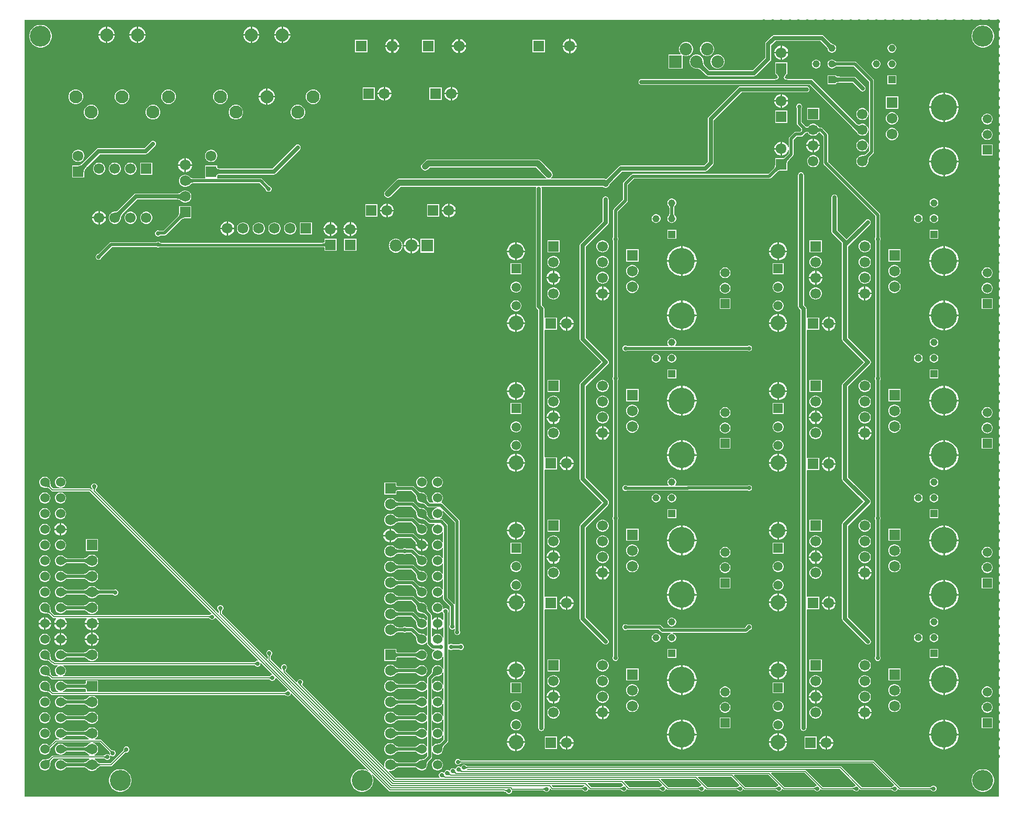
<source format=gbl>
G04*
G04 #@! TF.GenerationSoftware,Altium Limited,Altium Designer,25.3.3 (18)*
G04*
G04 Layer_Physical_Order=2*
G04 Layer_Color=16711680*
%FSLAX25Y25*%
%MOIN*%
G70*
G04*
G04 #@! TF.SameCoordinates,A25DF3E4-B3F8-4FE4-A368-315402FC0E30*
G04*
G04*
G04 #@! TF.FilePolarity,Positive*
G04*
G01*
G75*
%ADD11C,0.00787*%
%ADD12C,0.01575*%
%ADD13C,0.03937*%
%ADD59C,0.01968*%
%ADD60C,0.02756*%
%ADD62C,0.16772*%
%ADD63C,0.05906*%
%ADD64R,0.05906X0.05906*%
%ADD65C,0.06024*%
%ADD66R,0.07972X0.07972*%
%ADD67C,0.07972*%
%ADD68C,0.06791*%
%ADD69R,0.06791X0.06791*%
%ADD70C,0.06693*%
%ADD71R,0.06693X0.06693*%
%ADD72C,0.04547*%
%ADD73R,0.04547X0.04547*%
%ADD74C,0.07087*%
%ADD75R,0.07087X0.07087*%
%ADD76C,0.08268*%
%ADD77R,0.07795X0.07795*%
%ADD78C,0.07795*%
%ADD79R,0.06791X0.06791*%
%ADD80R,0.06693X0.06693*%
%ADD81R,0.05965X0.05965*%
%ADD82C,0.05965*%
%ADD83C,0.09390*%
%ADD84C,0.13386*%
%ADD85C,0.02756*%
G36*
X701575Y100787D02*
X81102D01*
Y595276D01*
X701575D01*
Y100787D01*
D02*
G37*
%LPC*%
G36*
X245952Y590961D02*
X245776D01*
Y586327D01*
X250410D01*
Y586503D01*
X250060Y587808D01*
X249384Y588979D01*
X248428Y589935D01*
X247257Y590611D01*
X245952Y590961D01*
D02*
G37*
G36*
X244776D02*
X244600D01*
X243294Y590611D01*
X242123Y589935D01*
X241168Y588979D01*
X240492Y587808D01*
X240142Y586503D01*
Y586327D01*
X244776D01*
Y590961D01*
D02*
G37*
G36*
X226267D02*
X226091D01*
Y586327D01*
X230725D01*
Y586503D01*
X230375Y587808D01*
X229699Y588979D01*
X228743Y589935D01*
X227572Y590611D01*
X226267Y590961D01*
D02*
G37*
G36*
X225091D02*
X224915D01*
X223609Y590611D01*
X222438Y589935D01*
X221483Y588979D01*
X220807Y587808D01*
X220457Y586503D01*
Y586327D01*
X225091D01*
Y590961D01*
D02*
G37*
G36*
X153826D02*
X153650D01*
Y586327D01*
X158283D01*
Y586503D01*
X157934Y587808D01*
X157258Y588979D01*
X156302Y589935D01*
X155131Y590611D01*
X153826Y590961D01*
D02*
G37*
G36*
X152650D02*
X152474D01*
X151168Y590611D01*
X149997Y589935D01*
X149042Y588979D01*
X148366Y587808D01*
X148016Y586503D01*
Y586327D01*
X152650D01*
Y590961D01*
D02*
G37*
G36*
X134141D02*
X133965D01*
Y586327D01*
X138599D01*
Y586503D01*
X138249Y587808D01*
X137573Y588979D01*
X136617Y589935D01*
X135446Y590611D01*
X134141Y590961D01*
D02*
G37*
G36*
X132965D02*
X132789D01*
X131483Y590611D01*
X130312Y589935D01*
X129357Y588979D01*
X128681Y587808D01*
X128331Y586503D01*
Y586327D01*
X132965D01*
Y590961D01*
D02*
G37*
G36*
X250410Y585327D02*
X245776D01*
Y580693D01*
X245952D01*
X247257Y581043D01*
X248428Y581719D01*
X249384Y582674D01*
X250060Y583845D01*
X250410Y585151D01*
Y585327D01*
D02*
G37*
G36*
X244776D02*
X240142D01*
Y585151D01*
X240492Y583845D01*
X241168Y582674D01*
X242123Y581719D01*
X243294Y581043D01*
X244600Y580693D01*
X244776D01*
Y585327D01*
D02*
G37*
G36*
X230725D02*
X226091D01*
Y580693D01*
X226267D01*
X227572Y581043D01*
X228743Y581719D01*
X229699Y582674D01*
X230375Y583845D01*
X230725Y585151D01*
Y585327D01*
D02*
G37*
G36*
X225091D02*
X220457D01*
Y585151D01*
X220807Y583845D01*
X221483Y582674D01*
X222438Y581719D01*
X223609Y581043D01*
X224915Y580693D01*
X225091D01*
Y585327D01*
D02*
G37*
G36*
X158283D02*
X153650D01*
Y580693D01*
X153826D01*
X155131Y581043D01*
X156302Y581719D01*
X157258Y582674D01*
X157934Y583845D01*
X158283Y585151D01*
Y585327D01*
D02*
G37*
G36*
X152650D02*
X148016D01*
Y585151D01*
X148366Y583845D01*
X149042Y582674D01*
X149997Y581719D01*
X151168Y581043D01*
X152474Y580693D01*
X152650D01*
Y585327D01*
D02*
G37*
G36*
X138599D02*
X133965D01*
Y580693D01*
X134141D01*
X135446Y581043D01*
X136617Y581719D01*
X137573Y582674D01*
X138249Y583845D01*
X138599Y585151D01*
Y585327D01*
D02*
G37*
G36*
X132965D02*
X128331D01*
Y585151D01*
X128681Y583845D01*
X129357Y582674D01*
X130312Y581719D01*
X131483Y581043D01*
X132789Y580693D01*
X132965D01*
Y585327D01*
D02*
G37*
G36*
X358661Y583233D02*
Y579528D01*
X362367D01*
X362108Y580494D01*
X361510Y581530D01*
X360664Y582376D01*
X359628Y582974D01*
X358661Y583233D01*
D02*
G37*
G36*
X357087D02*
X356120Y582974D01*
X355084Y582376D01*
X354239Y581530D01*
X353640Y580494D01*
X353381Y579528D01*
X357087D01*
Y583233D01*
D02*
G37*
G36*
X316142D02*
Y579528D01*
X319847D01*
X319588Y580494D01*
X318990Y581530D01*
X318144Y582376D01*
X317108Y582974D01*
X316142Y583233D01*
D02*
G37*
G36*
X314567D02*
X313601Y582974D01*
X312565Y582376D01*
X311719Y581530D01*
X311121Y580494D01*
X310862Y579528D01*
X314567D01*
Y583233D01*
D02*
G37*
G36*
X428945Y583284D02*
X428847D01*
Y579240D01*
X432890D01*
Y579338D01*
X432580Y580494D01*
X431982Y581530D01*
X431136Y582376D01*
X430100Y582974D01*
X428945Y583284D01*
D02*
G37*
G36*
X427846D02*
X427748D01*
X426593Y582974D01*
X425557Y582376D01*
X424711Y581530D01*
X424113Y580494D01*
X423803Y579338D01*
Y579240D01*
X427846D01*
Y583284D01*
D02*
G37*
G36*
X692047Y592232D02*
X690630D01*
X689241Y591956D01*
X687931Y591414D01*
X686753Y590626D01*
X685751Y589625D01*
X684964Y588447D01*
X684422Y587138D01*
X684146Y585748D01*
Y584331D01*
X684422Y582941D01*
X684964Y581632D01*
X685751Y580454D01*
X686753Y579452D01*
X687931Y578665D01*
X689241Y578123D01*
X690630Y577846D01*
X692047D01*
X693437Y578123D01*
X694746Y578665D01*
X695924Y579452D01*
X696926Y580454D01*
X697713Y581632D01*
X698255Y582941D01*
X698531Y584331D01*
Y585748D01*
X698255Y587138D01*
X697713Y588447D01*
X696926Y589625D01*
X695924Y590626D01*
X694746Y591414D01*
X693437Y591956D01*
X692047Y592232D01*
D02*
G37*
G36*
X92047D02*
X90630D01*
X89240Y591956D01*
X87932Y591414D01*
X86753Y590626D01*
X85751Y589625D01*
X84964Y588447D01*
X84422Y587138D01*
X84146Y585748D01*
Y584331D01*
X84422Y582941D01*
X84964Y581632D01*
X85751Y580454D01*
X86753Y579452D01*
X87932Y578665D01*
X89240Y578123D01*
X90630Y577846D01*
X92047D01*
X93437Y578123D01*
X94746Y578665D01*
X95924Y579452D01*
X96926Y580454D01*
X97713Y581632D01*
X98255Y582941D01*
X98532Y584331D01*
Y585748D01*
X98255Y587138D01*
X97713Y588447D01*
X96926Y589625D01*
X95924Y590626D01*
X94746Y591414D01*
X93437Y591956D01*
X92047Y592232D01*
D02*
G37*
G36*
X563571Y578963D02*
X563492D01*
Y575067D01*
X567388D01*
Y575146D01*
X567088Y576264D01*
X566509Y577266D01*
X565691Y578084D01*
X564689Y578663D01*
X563571Y578963D01*
D02*
G37*
G36*
X562492D02*
X562413D01*
X561296Y578663D01*
X560293Y578084D01*
X559475Y577266D01*
X558896Y576264D01*
X558597Y575146D01*
Y575067D01*
X562492D01*
Y578963D01*
D02*
G37*
G36*
X412705Y582784D02*
X404618D01*
Y574697D01*
X412705D01*
Y582784D01*
D02*
G37*
G36*
X342232D02*
X334146D01*
Y574697D01*
X342232D01*
Y582784D01*
D02*
G37*
G36*
X299713D02*
X291626D01*
Y574697D01*
X299713D01*
Y582784D01*
D02*
G37*
G36*
X633830Y580096D02*
X633099D01*
X632394Y579907D01*
X631762Y579542D01*
X631245Y579026D01*
X630880Y578393D01*
X630691Y577688D01*
Y576958D01*
X630880Y576252D01*
X631245Y575620D01*
X631762Y575103D01*
X632394Y574738D01*
X633099Y574549D01*
X633830D01*
X634535Y574738D01*
X635168Y575103D01*
X635684Y575620D01*
X636049Y576252D01*
X636238Y576958D01*
Y577688D01*
X636049Y578393D01*
X635684Y579026D01*
X635168Y579542D01*
X634535Y579907D01*
X633830Y580096D01*
D02*
G37*
G36*
X588740Y585773D02*
X588740Y585773D01*
X558661D01*
X557929Y585627D01*
X557307Y585212D01*
X557307Y585212D01*
X553371Y581275D01*
X552955Y580654D01*
X552810Y579921D01*
X552810Y579921D01*
Y571266D01*
X544876Y563332D01*
X517329D01*
X514766Y565895D01*
X514762Y565904D01*
X514522Y566164D01*
X514320Y566418D01*
X514144Y566681D01*
X513993Y566955D01*
X513866Y567239D01*
X513762Y567535D01*
X513681Y567844D01*
X513624Y568166D01*
X513591Y568502D01*
X513582Y568871D01*
X513541Y568963D01*
Y569488D01*
X513236Y570629D01*
X512645Y571652D01*
X511810Y572487D01*
X510787Y573078D01*
X509646Y573384D01*
X508464D01*
X507324Y573078D01*
X506300Y572487D01*
X505465Y571652D01*
X504875Y570629D01*
X504569Y569488D01*
Y568307D01*
X504875Y567166D01*
X505465Y566143D01*
X506300Y565308D01*
X507324Y564717D01*
X508464Y564411D01*
X508989D01*
X509082Y564371D01*
X509451Y564361D01*
X509787Y564328D01*
X510109Y564272D01*
X510418Y564191D01*
X510714Y564087D01*
X510998Y563960D01*
X511272Y563808D01*
X511535Y563632D01*
X511789Y563431D01*
X512049Y563190D01*
X512058Y563187D01*
X515181Y560063D01*
X515803Y559648D01*
X516536Y559503D01*
X516536Y559503D01*
X545669D01*
X545669Y559503D01*
X546402Y559648D01*
X547023Y560063D01*
X556078Y569118D01*
X556078Y569118D01*
X556493Y569740D01*
X556639Y570472D01*
Y579128D01*
X559454Y581944D01*
X587947D01*
X591668Y578223D01*
X591672Y578212D01*
X591846Y578035D01*
X592133Y577726D01*
X592339Y577476D01*
X592403Y577387D01*
X592447Y577316D01*
X592465Y577282D01*
X592466Y577274D01*
X592472Y577263D01*
X592483Y577232D01*
X592502Y577211D01*
Y576958D01*
X592691Y576252D01*
X593056Y575620D01*
X593573Y575103D01*
X594205Y574738D01*
X594910Y574549D01*
X595641D01*
X596346Y574738D01*
X596979Y575103D01*
X597495Y575620D01*
X597860Y576252D01*
X598049Y576958D01*
Y577688D01*
X597860Y578393D01*
X597495Y579026D01*
X596979Y579542D01*
X596346Y579907D01*
X595641Y580096D01*
X595388D01*
X595366Y580116D01*
X595335Y580127D01*
X595325Y580133D01*
X595317Y580134D01*
X595282Y580152D01*
X595212Y580196D01*
X595129Y580255D01*
X594558Y580757D01*
X594386Y580927D01*
X594376Y580931D01*
X590094Y585212D01*
X589473Y585627D01*
X588740Y585773D01*
D02*
G37*
G36*
X362367Y577953D02*
X358661D01*
Y574248D01*
X359628Y574507D01*
X360664Y575105D01*
X361510Y575950D01*
X362108Y576987D01*
X362367Y577953D01*
D02*
G37*
G36*
X357087D02*
X353381D01*
X353640Y576987D01*
X354239Y575950D01*
X355084Y575105D01*
X356120Y574507D01*
X357087Y574248D01*
Y577953D01*
D02*
G37*
G36*
X319847D02*
X316142D01*
Y574248D01*
X317108Y574507D01*
X318144Y575105D01*
X318990Y575950D01*
X319588Y576987D01*
X319847Y577953D01*
D02*
G37*
G36*
X314567D02*
X310862D01*
X311121Y576987D01*
X311719Y575950D01*
X312565Y575105D01*
X313601Y574507D01*
X314567Y574248D01*
Y577953D01*
D02*
G37*
G36*
X432890Y578240D02*
X428847D01*
Y574197D01*
X428945D01*
X430100Y574507D01*
X431136Y575105D01*
X431982Y575950D01*
X432580Y576987D01*
X432890Y578142D01*
Y578240D01*
D02*
G37*
G36*
X427846D02*
X423803D01*
Y578142D01*
X424113Y576987D01*
X424711Y575950D01*
X425557Y575105D01*
X426593Y574507D01*
X427748Y574197D01*
X427846D01*
Y578240D01*
D02*
G37*
G36*
X516339Y581258D02*
X515158D01*
X514016Y580952D01*
X512993Y580362D01*
X512158Y579526D01*
X511568Y578503D01*
X511262Y577362D01*
Y576181D01*
X511568Y575040D01*
X512158Y574017D01*
X512993Y573182D01*
X514016Y572591D01*
X515158Y572285D01*
X516339D01*
X517480Y572591D01*
X518503Y573182D01*
X519338Y574017D01*
X519929Y575040D01*
X520234Y576181D01*
Y577362D01*
X519929Y578503D01*
X519338Y579526D01*
X518503Y580362D01*
X517480Y580952D01*
X516339Y581258D01*
D02*
G37*
G36*
X502953D02*
X501772D01*
X500631Y580952D01*
X499608Y580362D01*
X498772Y579526D01*
X498182Y578503D01*
X497876Y577362D01*
Y576181D01*
X498182Y575040D01*
X498772Y574017D01*
X498944Y573846D01*
X498752Y573384D01*
X491183D01*
Y564411D01*
X500156D01*
Y572366D01*
X500560Y572599D01*
X500656Y572584D01*
X501772Y572285D01*
X502953D01*
X504094Y572591D01*
X505117Y573182D01*
X505952Y574017D01*
X506543Y575040D01*
X506849Y576181D01*
Y577362D01*
X506543Y578503D01*
X505952Y579526D01*
X505117Y580362D01*
X504094Y580952D01*
X502953Y581258D01*
D02*
G37*
G36*
X567388Y574067D02*
X563492D01*
Y570171D01*
X563571D01*
X564689Y570471D01*
X565691Y571049D01*
X566509Y571868D01*
X567088Y572870D01*
X567388Y573988D01*
Y574067D01*
D02*
G37*
G36*
X562492D02*
X558597D01*
Y573988D01*
X558896Y572870D01*
X559475Y571868D01*
X560293Y571049D01*
X561296Y570471D01*
X562413Y570171D01*
X562492D01*
Y574067D01*
D02*
G37*
G36*
X633830Y570096D02*
X633099D01*
X632394Y569907D01*
X631762Y569542D01*
X631245Y569026D01*
X630880Y568393D01*
X630691Y567688D01*
Y566958D01*
X630880Y566252D01*
X631245Y565620D01*
X631762Y565103D01*
X632394Y564738D01*
X633099Y564549D01*
X633830D01*
X634535Y564738D01*
X635168Y565103D01*
X635684Y565620D01*
X636049Y566252D01*
X636238Y566958D01*
Y567688D01*
X636049Y568393D01*
X635684Y569026D01*
X635168Y569542D01*
X634535Y569907D01*
X633830Y570096D01*
D02*
G37*
G36*
X623830D02*
X623099D01*
X622394Y569907D01*
X621762Y569542D01*
X621245Y569026D01*
X620880Y568393D01*
X620691Y567688D01*
Y566958D01*
X620880Y566252D01*
X621245Y565620D01*
X621762Y565103D01*
X622394Y564738D01*
X623099Y564549D01*
X623830D01*
X624535Y564738D01*
X625168Y565103D01*
X625684Y565620D01*
X626049Y566252D01*
X626238Y566958D01*
Y567688D01*
X626049Y568393D01*
X625684Y569026D01*
X625168Y569542D01*
X624535Y569907D01*
X623830Y570096D01*
D02*
G37*
G36*
X585641D02*
X584910D01*
X584205Y569907D01*
X583572Y569542D01*
X583056Y569026D01*
X582691Y568393D01*
X582502Y567688D01*
Y566958D01*
X582691Y566252D01*
X583056Y565620D01*
X583572Y565103D01*
X584205Y564738D01*
X584910Y564549D01*
X585641D01*
X586346Y564738D01*
X586979Y565103D01*
X587495Y565620D01*
X587860Y566252D01*
X588049Y566958D01*
Y567688D01*
X587860Y568393D01*
X587495Y569026D01*
X586979Y569542D01*
X586346Y569907D01*
X585641Y570096D01*
D02*
G37*
G36*
X523032Y573384D02*
X521850D01*
X520709Y573078D01*
X519686Y572487D01*
X518851Y571652D01*
X518260Y570629D01*
X517955Y569488D01*
Y568307D01*
X518260Y567166D01*
X518851Y566143D01*
X519686Y565308D01*
X520709Y564717D01*
X521850Y564411D01*
X523032D01*
X524173Y564717D01*
X525196Y565308D01*
X526031Y566143D01*
X526621Y567166D01*
X526927Y568307D01*
Y569488D01*
X526621Y570629D01*
X526031Y571652D01*
X525196Y572487D01*
X524173Y573078D01*
X523032Y573384D01*
D02*
G37*
G36*
X597537Y560126D02*
X597495Y560108D01*
X597449Y560118D01*
X597414Y560097D01*
X592502D01*
Y554549D01*
X597414D01*
X597449Y554527D01*
X597495Y554538D01*
X597537Y554520D01*
X597608Y554549D01*
X598049D01*
Y554938D01*
X598071Y554974D01*
X598083Y555048D01*
X598116Y555079D01*
X598217Y555139D01*
X598394Y555208D01*
X598644Y555274D01*
X598955Y555328D01*
X599796Y555395D01*
X600302Y555404D01*
X600312Y555408D01*
X608420D01*
X613410Y550418D01*
X613567Y550313D01*
X613700Y550180D01*
X613874Y550107D01*
X614031Y550003D01*
X614216Y549966D01*
X614390Y549894D01*
X614579D01*
X614764Y549857D01*
X614949Y549894D01*
X615137D01*
X615312Y549966D01*
X615496Y550003D01*
X615653Y550107D01*
X615828Y550180D01*
X615961Y550313D01*
X616118Y550418D01*
X616222Y550574D01*
X616356Y550708D01*
X616428Y550882D01*
X616533Y551039D01*
X616570Y551224D01*
X616642Y551398D01*
Y551587D01*
X616678Y551772D01*
X616642Y551957D01*
Y552145D01*
X616570Y552319D01*
X616533Y552504D01*
X616428Y552661D01*
X616356Y552835D01*
X616222Y552969D01*
X616118Y553126D01*
X610567Y558677D01*
X609945Y559092D01*
X609213Y559238D01*
X609213Y559238D01*
X600321D01*
X600312Y559242D01*
X599339Y559276D01*
X598962Y559317D01*
X598644Y559372D01*
X598394Y559437D01*
X598217Y559507D01*
X598116Y559567D01*
X598083Y559598D01*
X598071Y559672D01*
X598049Y559708D01*
Y560097D01*
X597608D01*
X597537Y560126D01*
D02*
G37*
G36*
X636238Y560097D02*
X630691D01*
Y554549D01*
X636238D01*
Y560097D01*
D02*
G37*
G36*
X353492Y552821D02*
X353413D01*
Y548925D01*
X357309D01*
Y549004D01*
X357010Y550122D01*
X356431Y551124D01*
X355612Y551943D01*
X354610Y552521D01*
X353492Y552821D01*
D02*
G37*
G36*
X352413D02*
X352335D01*
X351217Y552521D01*
X350214Y551943D01*
X349396Y551124D01*
X348817Y550122D01*
X348518Y549004D01*
Y548925D01*
X352413D01*
Y552821D01*
D02*
G37*
G36*
X310972D02*
X310894D01*
Y548925D01*
X314789D01*
Y549004D01*
X314490Y550122D01*
X313911Y551124D01*
X313093Y551943D01*
X312090Y552521D01*
X310972Y552821D01*
D02*
G37*
G36*
X309894D02*
X309815D01*
X308697Y552521D01*
X307695Y551943D01*
X306876Y551124D01*
X306298Y550122D01*
X305998Y549004D01*
Y548925D01*
X309894D01*
Y552821D01*
D02*
G37*
G36*
X236109Y551590D02*
X235933D01*
Y546957D01*
X240567D01*
Y547133D01*
X240217Y548438D01*
X239541Y549609D01*
X238585Y550565D01*
X237415Y551241D01*
X236109Y551590D01*
D02*
G37*
G36*
X234933D02*
X234757D01*
X233452Y551241D01*
X232281Y550565D01*
X231325Y549609D01*
X230649Y548438D01*
X230299Y547133D01*
Y546957D01*
X234933D01*
Y551590D01*
D02*
G37*
G36*
X346809Y552321D02*
X339018D01*
Y544529D01*
X346809D01*
Y552321D01*
D02*
G37*
G36*
X304289D02*
X296498D01*
Y544529D01*
X304289D01*
Y552321D01*
D02*
G37*
G36*
X563571Y548175D02*
X563492D01*
Y544279D01*
X567388D01*
Y544358D01*
X567088Y545476D01*
X566509Y546479D01*
X565691Y547297D01*
X564689Y547876D01*
X563571Y548175D01*
D02*
G37*
G36*
X562492D02*
X562413D01*
X561296Y547876D01*
X560293Y547297D01*
X559475Y546479D01*
X558896Y545476D01*
X558597Y544358D01*
Y544279D01*
X562492D01*
Y548175D01*
D02*
G37*
G36*
X357309Y547925D02*
X353413D01*
Y544030D01*
X353492D01*
X354610Y544329D01*
X355612Y544908D01*
X356431Y545726D01*
X357010Y546729D01*
X357309Y547847D01*
Y547925D01*
D02*
G37*
G36*
X352413D02*
X348518D01*
Y547847D01*
X348817Y546729D01*
X349396Y545726D01*
X350214Y544908D01*
X351217Y544329D01*
X352335Y544030D01*
X352413D01*
Y547925D01*
D02*
G37*
G36*
X314789D02*
X310894D01*
Y544030D01*
X310972D01*
X312090Y544329D01*
X313093Y544908D01*
X313911Y545726D01*
X314490Y546729D01*
X314789Y547847D01*
Y547925D01*
D02*
G37*
G36*
X309894D02*
X305998D01*
Y547847D01*
X306298Y546729D01*
X306876Y545726D01*
X307695Y544908D01*
X308697Y544329D01*
X309815Y544030D01*
X309894D01*
Y547925D01*
D02*
G37*
G36*
X265571Y551090D02*
X264351D01*
X263172Y550775D01*
X262115Y550165D01*
X261253Y549302D01*
X260643Y548245D01*
X260327Y547067D01*
Y545847D01*
X260643Y544668D01*
X261253Y543611D01*
X262115Y542749D01*
X263172Y542139D01*
X264351Y541823D01*
X265571D01*
X266749Y542139D01*
X267806Y542749D01*
X268669Y543611D01*
X269279Y544668D01*
X269595Y545847D01*
Y547067D01*
X269279Y548245D01*
X268669Y549302D01*
X267806Y550165D01*
X266749Y550775D01*
X265571Y551090D01*
D02*
G37*
G36*
X206516D02*
X205295D01*
X204117Y550775D01*
X203060Y550165D01*
X202198Y549302D01*
X201587Y548245D01*
X201272Y547067D01*
Y545847D01*
X201587Y544668D01*
X202198Y543611D01*
X203060Y542749D01*
X204117Y542139D01*
X205295Y541823D01*
X206516D01*
X207694Y542139D01*
X208751Y542749D01*
X209613Y543611D01*
X210224Y544668D01*
X210539Y545847D01*
Y547067D01*
X210224Y548245D01*
X209613Y549302D01*
X208751Y550165D01*
X207694Y550775D01*
X206516Y551090D01*
D02*
G37*
G36*
X173445D02*
X172225D01*
X171046Y550775D01*
X169989Y550165D01*
X169127Y549302D01*
X168517Y548245D01*
X168201Y547067D01*
Y545847D01*
X168517Y544668D01*
X169127Y543611D01*
X169989Y542749D01*
X171046Y542139D01*
X172225Y541823D01*
X173445D01*
X174623Y542139D01*
X175680Y542749D01*
X176543Y543611D01*
X177153Y544668D01*
X177469Y545847D01*
Y547067D01*
X177153Y548245D01*
X176543Y549302D01*
X175680Y550165D01*
X174623Y550775D01*
X173445Y551090D01*
D02*
G37*
G36*
X143917D02*
X142697D01*
X141518Y550775D01*
X140462Y550165D01*
X139599Y549302D01*
X138989Y548245D01*
X138673Y547067D01*
Y545847D01*
X138989Y544668D01*
X139599Y543611D01*
X140462Y542749D01*
X141518Y542139D01*
X142697Y541823D01*
X143917D01*
X145096Y542139D01*
X146152Y542749D01*
X147015Y543611D01*
X147625Y544668D01*
X147941Y545847D01*
Y547067D01*
X147625Y548245D01*
X147015Y549302D01*
X146152Y550165D01*
X145096Y550775D01*
X143917Y551090D01*
D02*
G37*
G36*
X114390D02*
X113169D01*
X111991Y550775D01*
X110934Y550165D01*
X110072Y549302D01*
X109461Y548245D01*
X109146Y547067D01*
Y545847D01*
X109461Y544668D01*
X110072Y543611D01*
X110934Y542749D01*
X111991Y542139D01*
X113169Y541823D01*
X114390D01*
X115568Y542139D01*
X116625Y542749D01*
X117488Y543611D01*
X118098Y544668D01*
X118413Y545847D01*
Y547067D01*
X118098Y548245D01*
X117488Y549302D01*
X116625Y550165D01*
X115568Y550775D01*
X114390Y551090D01*
D02*
G37*
G36*
X240567Y545957D02*
X235933D01*
Y541323D01*
X236109D01*
X237415Y541673D01*
X238585Y542349D01*
X239541Y543304D01*
X240217Y544475D01*
X240567Y545781D01*
Y545957D01*
D02*
G37*
G36*
X234933D02*
X230299D01*
Y545781D01*
X230649Y544475D01*
X231325Y543304D01*
X232281Y542349D01*
X233452Y541673D01*
X234757Y541323D01*
X234933D01*
Y545957D01*
D02*
G37*
G36*
X667546Y549150D02*
X667122D01*
Y540264D01*
X676008D01*
Y540688D01*
X675647Y542501D01*
X674940Y544209D01*
X673912Y545747D01*
X672605Y547054D01*
X671068Y548081D01*
X669360Y548789D01*
X667546Y549150D01*
D02*
G37*
G36*
X666122D02*
X665698D01*
X663884Y548789D01*
X662176Y548081D01*
X660639Y547054D01*
X659332Y545747D01*
X658304Y544209D01*
X657597Y542501D01*
X657236Y540688D01*
Y540264D01*
X666122D01*
Y549150D01*
D02*
G37*
G36*
X567388Y543280D02*
X563492D01*
Y539384D01*
X563571D01*
X564689Y539683D01*
X565691Y540262D01*
X566509Y541081D01*
X567088Y542083D01*
X567388Y543201D01*
Y543280D01*
D02*
G37*
G36*
X562492D02*
X558597D01*
Y543201D01*
X558896Y542083D01*
X559475Y541081D01*
X560293Y540262D01*
X561296Y539683D01*
X562413Y539384D01*
X562492D01*
Y543280D01*
D02*
G37*
G36*
X637434Y546575D02*
X629642D01*
Y538784D01*
X637434D01*
Y546575D01*
D02*
G37*
G36*
X255728Y541248D02*
X254508D01*
X253329Y540932D01*
X252273Y540322D01*
X251410Y539459D01*
X250800Y538403D01*
X250484Y537224D01*
Y536004D01*
X250800Y534826D01*
X251410Y533769D01*
X252273Y532906D01*
X253329Y532296D01*
X254508Y531980D01*
X255728D01*
X256907Y532296D01*
X257963Y532906D01*
X258826Y533769D01*
X259436Y534826D01*
X259752Y536004D01*
Y537224D01*
X259436Y538403D01*
X258826Y539459D01*
X257963Y540322D01*
X256907Y540932D01*
X255728Y541248D01*
D02*
G37*
G36*
X216358D02*
X215138D01*
X213960Y540932D01*
X212903Y540322D01*
X212040Y539459D01*
X211430Y538403D01*
X211114Y537224D01*
Y536004D01*
X211430Y534826D01*
X212040Y533769D01*
X212903Y532906D01*
X213960Y532296D01*
X215138Y531980D01*
X216358D01*
X217537Y532296D01*
X218593Y532906D01*
X219456Y533769D01*
X220066Y534826D01*
X220382Y536004D01*
Y537224D01*
X220066Y538403D01*
X219456Y539459D01*
X218593Y540322D01*
X217537Y540932D01*
X216358Y541248D01*
D02*
G37*
G36*
X163602D02*
X162382D01*
X161204Y540932D01*
X160147Y540322D01*
X159284Y539459D01*
X158674Y538403D01*
X158358Y537224D01*
Y536004D01*
X158674Y534826D01*
X159284Y533769D01*
X160147Y532906D01*
X161204Y532296D01*
X162382Y531980D01*
X163602D01*
X164781Y532296D01*
X165837Y532906D01*
X166700Y533769D01*
X167310Y534826D01*
X167626Y536004D01*
Y537224D01*
X167310Y538403D01*
X166700Y539459D01*
X165837Y540322D01*
X164781Y540932D01*
X163602Y541248D01*
D02*
G37*
G36*
X124232D02*
X123012D01*
X121834Y540932D01*
X120777Y540322D01*
X119914Y539459D01*
X119304Y538403D01*
X118988Y537224D01*
Y536004D01*
X119304Y534826D01*
X119914Y533769D01*
X120777Y532906D01*
X121834Y532296D01*
X123012Y531980D01*
X124232D01*
X125411Y532296D01*
X126467Y532906D01*
X127330Y533769D01*
X127940Y534826D01*
X128256Y536004D01*
Y537224D01*
X127940Y538403D01*
X127330Y539459D01*
X126467Y540322D01*
X125411Y540932D01*
X124232Y541248D01*
D02*
G37*
G36*
X615103Y539319D02*
X614090D01*
X613112Y539057D01*
X612235Y538550D01*
X611519Y537834D01*
X611013Y536957D01*
X610750Y535979D01*
Y534966D01*
X611013Y533988D01*
X611519Y533111D01*
X612235Y532395D01*
X613112Y531888D01*
X614090Y531626D01*
X615103D01*
X616081Y531888D01*
X616959Y532395D01*
X617675Y533111D01*
X618181Y533988D01*
X618443Y534966D01*
Y535979D01*
X618181Y536957D01*
X617675Y537834D01*
X616959Y538550D01*
X616081Y539057D01*
X615103Y539319D01*
D02*
G37*
G36*
X587183D02*
X579490D01*
Y531626D01*
X587183D01*
Y539319D01*
D02*
G37*
G36*
X676008Y539264D02*
X667122D01*
Y530378D01*
X667546D01*
X669360Y530739D01*
X671068Y531446D01*
X672605Y532473D01*
X673912Y533781D01*
X674940Y535318D01*
X675647Y537026D01*
X676008Y538839D01*
Y539264D01*
D02*
G37*
G36*
X666122D02*
X657236D01*
Y538839D01*
X657597Y537026D01*
X658304Y535318D01*
X659332Y533781D01*
X660639Y532473D01*
X662176Y531446D01*
X663884Y530739D01*
X665698Y530378D01*
X666122D01*
Y539264D01*
D02*
G37*
G36*
X566888Y537675D02*
X559096D01*
Y529884D01*
X566888D01*
Y537675D01*
D02*
G37*
G36*
X694636Y535736D02*
X693726D01*
X692848Y535501D01*
X692061Y535046D01*
X691418Y534403D01*
X690964Y533616D01*
X690728Y532738D01*
Y531829D01*
X690964Y530951D01*
X691418Y530163D01*
X692061Y529521D01*
X692848Y529066D01*
X693726Y528831D01*
X694636D01*
X695514Y529066D01*
X696301Y529521D01*
X696944Y530163D01*
X697399Y530951D01*
X697634Y531829D01*
Y532738D01*
X697399Y533616D01*
X696944Y534403D01*
X696301Y535046D01*
X695514Y535501D01*
X694636Y535736D01*
D02*
G37*
G36*
X634051Y536575D02*
X633025D01*
X632034Y536310D01*
X631146Y535797D01*
X630421Y535072D01*
X629908Y534183D01*
X629642Y533192D01*
Y532167D01*
X629908Y531176D01*
X630421Y530288D01*
X631146Y529562D01*
X632034Y529049D01*
X633025Y528784D01*
X634051D01*
X635042Y529049D01*
X635930Y529562D01*
X636655Y530288D01*
X637168Y531176D01*
X637434Y532167D01*
Y533192D01*
X637168Y534183D01*
X636655Y535072D01*
X635930Y535797D01*
X635042Y536310D01*
X634051Y536575D01*
D02*
G37*
G36*
X566888Y568463D02*
X559096D01*
Y560671D01*
X559887D01*
X560831Y558782D01*
X560721Y558578D01*
X560541Y558357D01*
X560320Y558176D01*
X560048Y558030D01*
X559717Y557920D01*
X559320Y557850D01*
X558830Y557824D01*
X558822Y557820D01*
X474016D01*
X473831Y557784D01*
X473642D01*
X473468Y557711D01*
X473283Y557675D01*
X473126Y557570D01*
X472952Y557498D01*
X472819Y557364D01*
X472662Y557259D01*
X472557Y557103D01*
X472424Y556969D01*
X472352Y556795D01*
X472247Y556638D01*
X472210Y556453D01*
X472138Y556279D01*
Y556090D01*
X472101Y555905D01*
X472138Y555721D01*
Y555532D01*
X472210Y555358D01*
X472247Y555173D01*
X472352Y555016D01*
X472424Y554842D01*
X472557Y554708D01*
X472662Y554552D01*
X472819Y554447D01*
X472952Y554314D01*
X473126Y554241D01*
X473283Y554137D01*
X473468Y554100D01*
X473642Y554028D01*
X473831D01*
X474016Y553991D01*
X581097D01*
X608600Y526487D01*
X608604Y526477D01*
X609823Y525236D01*
X610651Y524340D01*
X610981Y523944D01*
X611067Y523824D01*
X611124Y523728D01*
X611192Y523677D01*
X611519Y523111D01*
X612235Y522395D01*
X613112Y521888D01*
X614090Y521626D01*
X615103D01*
X616081Y521888D01*
X616959Y522395D01*
X617675Y523111D01*
X618181Y523988D01*
X618443Y524966D01*
Y525979D01*
X618181Y526957D01*
X617675Y527834D01*
X616959Y528550D01*
X616081Y529057D01*
X615103Y529319D01*
X614090D01*
X613112Y529057D01*
X612815Y528885D01*
X612731Y528882D01*
X612563Y528803D01*
X612436Y528768D01*
X612309Y528755D01*
X612174Y528763D01*
X612025Y528797D01*
X611859Y528860D01*
X611675Y528957D01*
X611475Y529090D01*
X611262Y529262D01*
X611024Y529485D01*
X611014Y529489D01*
X583244Y557259D01*
X582622Y557675D01*
X581890Y557820D01*
X581890Y557820D01*
X567162D01*
X567154Y557824D01*
X566664Y557850D01*
X566267Y557920D01*
X565936Y558030D01*
X565665Y558176D01*
X565444Y558357D01*
X565263Y558578D01*
X565153Y558782D01*
X566097Y560671D01*
X566888D01*
Y568463D01*
D02*
G37*
G36*
X694636Y525894D02*
X693726D01*
X692848Y525658D01*
X692061Y525204D01*
X691418Y524561D01*
X690964Y523774D01*
X690728Y522895D01*
Y521986D01*
X690964Y521108D01*
X691418Y520321D01*
X692061Y519678D01*
X692848Y519223D01*
X693726Y518988D01*
X694636D01*
X695514Y519223D01*
X696301Y519678D01*
X696944Y520321D01*
X697399Y521108D01*
X697634Y521986D01*
Y522895D01*
X697399Y523774D01*
X696944Y524561D01*
X696301Y525204D01*
X695514Y525658D01*
X694636Y525894D01*
D02*
G37*
G36*
X634051Y526575D02*
X633025D01*
X632034Y526310D01*
X631146Y525797D01*
X630421Y525071D01*
X629908Y524183D01*
X629642Y523192D01*
Y522167D01*
X629908Y521176D01*
X630421Y520288D01*
X631146Y519562D01*
X632034Y519049D01*
X633025Y518784D01*
X634051D01*
X635042Y519049D01*
X635930Y519562D01*
X636655Y520288D01*
X637168Y521176D01*
X637434Y522167D01*
Y523192D01*
X637168Y524183D01*
X636655Y525071D01*
X635930Y525797D01*
X635042Y526310D01*
X634051Y526575D01*
D02*
G37*
G36*
X583909Y519819D02*
X583837D01*
Y515972D01*
X587683D01*
Y516045D01*
X587387Y517150D01*
X586815Y518141D01*
X586006Y518951D01*
X585014Y519523D01*
X583909Y519819D01*
D02*
G37*
G36*
X582837D02*
X582765D01*
X581659Y519523D01*
X580668Y518951D01*
X579859Y518141D01*
X579287Y517150D01*
X578990Y516045D01*
Y515972D01*
X582837D01*
Y519819D01*
D02*
G37*
G36*
X562492Y517781D02*
X562413D01*
X561296Y517482D01*
X560293Y516903D01*
X559475Y516085D01*
X558896Y515083D01*
X558597Y513965D01*
Y513886D01*
X562492D01*
Y517781D01*
D02*
G37*
G36*
X615103Y519319D02*
X614090D01*
X613112Y519057D01*
X612235Y518550D01*
X611519Y517834D01*
X611013Y516957D01*
X610750Y515979D01*
Y514966D01*
X611013Y513988D01*
X611519Y513111D01*
X612235Y512395D01*
X613112Y511888D01*
X614090Y511626D01*
X615103D01*
X616081Y511888D01*
X616959Y512395D01*
X617675Y513111D01*
X618181Y513988D01*
X618443Y514966D01*
Y515979D01*
X618181Y516957D01*
X617675Y517834D01*
X616959Y518550D01*
X616081Y519057D01*
X615103Y519319D01*
D02*
G37*
G36*
X587683Y514972D02*
X583837D01*
Y511126D01*
X583909D01*
X585014Y511422D01*
X586006Y511994D01*
X586815Y512804D01*
X587387Y513795D01*
X587683Y514900D01*
Y514972D01*
D02*
G37*
G36*
X582837D02*
X578990D01*
Y514900D01*
X579287Y513795D01*
X579859Y512804D01*
X580668Y511994D01*
X581659Y511422D01*
X582765Y511126D01*
X582837D01*
Y514972D01*
D02*
G37*
G36*
X162992Y518450D02*
X162807Y518413D01*
X162619D01*
X162444Y518341D01*
X162259Y518304D01*
X162103Y518200D01*
X161928Y518127D01*
X161795Y517994D01*
X161638Y517889D01*
X157475Y513726D01*
X128347D01*
X127614Y513580D01*
X126992Y513165D01*
X126992Y513165D01*
X118375Y504547D01*
X118365Y504544D01*
X117986Y504183D01*
X117620Y503872D01*
X117258Y503600D01*
X116900Y503366D01*
X116546Y503171D01*
X116197Y503013D01*
X115852Y502890D01*
X115512Y502804D01*
X115174Y502751D01*
X114810Y502731D01*
X114776Y502715D01*
X111459D01*
Y494923D01*
X119250D01*
Y498241D01*
X119266Y498275D01*
X119287Y498638D01*
X119339Y498976D01*
X119426Y499317D01*
X119548Y499662D01*
X119706Y500011D01*
X119902Y500364D01*
X120135Y500723D01*
X120407Y501085D01*
X120719Y501451D01*
X121079Y501830D01*
X121083Y501839D01*
X129140Y509896D01*
X158268D01*
X158268Y509896D01*
X159001Y510042D01*
X159622Y510457D01*
X164346Y515181D01*
X164451Y515338D01*
X164584Y515472D01*
X164656Y515646D01*
X164761Y515803D01*
X164798Y515988D01*
X164870Y516162D01*
Y516351D01*
X164907Y516535D01*
X164870Y516720D01*
Y516909D01*
X164798Y517083D01*
X164761Y517268D01*
X164656Y517425D01*
X164584Y517599D01*
X164451Y517733D01*
X164346Y517889D01*
X164189Y517994D01*
X164056Y518127D01*
X163882Y518200D01*
X163725Y518304D01*
X163540Y518341D01*
X163366Y518413D01*
X163177D01*
X162992Y518450D01*
D02*
G37*
G36*
X697634Y516051D02*
X690728D01*
Y509146D01*
X697634D01*
Y516051D01*
D02*
G37*
G36*
X562492Y512886D02*
X558597D01*
Y512807D01*
X558896Y511689D01*
X559475Y510687D01*
X560293Y509868D01*
X561296Y509290D01*
X562413Y508990D01*
X562492D01*
Y512886D01*
D02*
G37*
G36*
X667546Y514504D02*
X667122D01*
Y505618D01*
X676008D01*
Y506042D01*
X675647Y507856D01*
X674940Y509564D01*
X673912Y511101D01*
X672605Y512408D01*
X671068Y513436D01*
X669360Y514143D01*
X667546Y514504D01*
D02*
G37*
G36*
X666122D02*
X665698D01*
X663884Y514143D01*
X662176Y513436D01*
X660639Y512408D01*
X659332Y511101D01*
X658304Y509564D01*
X657597Y507856D01*
X657236Y506042D01*
Y505618D01*
X666122D01*
Y514504D01*
D02*
G37*
G36*
X200513Y512715D02*
X199487D01*
X198496Y512449D01*
X197608Y511936D01*
X196883Y511211D01*
X196370Y510323D01*
X196104Y509332D01*
Y508306D01*
X196370Y507315D01*
X196883Y506427D01*
X197608Y505702D01*
X198496Y505189D01*
X199487Y504923D01*
X200513D01*
X201504Y505189D01*
X202392Y505702D01*
X203117Y506427D01*
X203630Y507315D01*
X203896Y508306D01*
Y509332D01*
X203630Y510323D01*
X203117Y511211D01*
X202392Y511936D01*
X201504Y512449D01*
X200513Y512715D01*
D02*
G37*
G36*
X115867D02*
X114841D01*
X113851Y512449D01*
X112962Y511936D01*
X112237Y511211D01*
X111724Y510323D01*
X111459Y509332D01*
Y508306D01*
X111724Y507315D01*
X112237Y506427D01*
X112962Y505702D01*
X113851Y505189D01*
X114841Y504923D01*
X115867D01*
X116858Y505189D01*
X117746Y505702D01*
X118472Y506427D01*
X118984Y507315D01*
X119250Y508306D01*
Y509332D01*
X118984Y510323D01*
X118472Y511211D01*
X117746Y511936D01*
X116858Y512449D01*
X115867Y512715D01*
D02*
G37*
G36*
X184043Y507309D02*
X183965D01*
Y503413D01*
X187860D01*
Y503492D01*
X187561Y504610D01*
X186982Y505612D01*
X186164Y506431D01*
X185161Y507010D01*
X184043Y507309D01*
D02*
G37*
G36*
X182965D02*
X182886D01*
X181768Y507010D01*
X180766Y506431D01*
X179947Y505612D01*
X179368Y504610D01*
X179069Y503492D01*
Y503413D01*
X182965D01*
Y507309D01*
D02*
G37*
G36*
X537008Y553096D02*
X536275Y552950D01*
X535654Y552535D01*
X535654Y552535D01*
X516756Y533637D01*
X516651Y533481D01*
X516518Y533347D01*
X516446Y533173D01*
X516341Y533016D01*
X516304Y532831D01*
X516232Y532657D01*
Y532469D01*
X516195Y532283D01*
X516195Y532283D01*
Y505124D01*
X513774Y502702D01*
X461024D01*
X461024Y502702D01*
X460291Y502556D01*
X459670Y502141D01*
X459670Y502141D01*
X453613Y496085D01*
X453603Y496080D01*
X453602Y496080D01*
X453602Y496080D01*
X453602Y496080D01*
X451486Y493971D01*
X451357Y494058D01*
X450394Y494249D01*
X416411D01*
X416259Y494749D01*
X416740Y495071D01*
X417286Y495887D01*
X417478Y496850D01*
X417286Y497814D01*
X416740Y498630D01*
X409654Y505717D01*
X408837Y506262D01*
X407874Y506454D01*
X338189D01*
X337226Y506262D01*
X336409Y505717D01*
X334441Y503748D01*
X333895Y502932D01*
X333704Y501968D01*
X333895Y501005D01*
X334441Y500189D01*
X335257Y499643D01*
X336221Y499452D01*
X337184Y499643D01*
X338000Y500189D01*
X339231Y501420D01*
X406832D01*
X413181Y495071D01*
X413662Y494749D01*
X413511Y494249D01*
X319685D01*
X318722Y494058D01*
X317905Y493512D01*
X310819Y486425D01*
X310273Y485609D01*
X310082Y484646D01*
X310273Y483682D01*
X310819Y482866D01*
X311635Y482320D01*
X312598Y482129D01*
X313562Y482320D01*
X314378Y482866D01*
X320728Y489215D01*
X406719D01*
X406823Y489110D01*
X407010Y488715D01*
X406997Y488685D01*
X406892Y488528D01*
X406856Y488343D01*
X406783Y488169D01*
Y487980D01*
X406747Y487795D01*
Y412992D01*
X406747Y412992D01*
X406892Y412259D01*
X407307Y411638D01*
X408322Y410624D01*
Y322441D01*
Y144488D01*
X408358Y144303D01*
Y144115D01*
X408430Y143940D01*
X408467Y143755D01*
X408572Y143599D01*
X408644Y143424D01*
X408778Y143291D01*
X408882Y143134D01*
X409039Y143029D01*
X409172Y142896D01*
X409347Y142824D01*
X409504Y142719D01*
X409689Y142682D01*
X409863Y142610D01*
X410051D01*
X410236Y142573D01*
X410421Y142610D01*
X410610D01*
X410784Y142682D01*
X410969Y142719D01*
X411126Y142824D01*
X411300Y142896D01*
X411433Y143029D01*
X411590Y143134D01*
X411695Y143291D01*
X411828Y143424D01*
X411901Y143599D01*
X412005Y143755D01*
X412042Y143940D01*
X412114Y144115D01*
Y144303D01*
X412151Y144488D01*
Y219757D01*
X412482Y220120D01*
X412651Y220120D01*
X420274D01*
Y227911D01*
X412651D01*
X412482Y227911D01*
X412151Y228274D01*
Y308734D01*
X412482Y309097D01*
X412651Y309097D01*
X420274D01*
Y316888D01*
X412651D01*
X412482Y316888D01*
X412151Y317251D01*
Y322441D01*
Y397710D01*
X412482Y398073D01*
X412651Y398073D01*
X420274D01*
Y405864D01*
X412651D01*
X412482Y405864D01*
X412151Y406227D01*
Y411417D01*
X412114Y411602D01*
Y411791D01*
X412042Y411965D01*
X412005Y412150D01*
X411901Y412307D01*
X411828Y412481D01*
X411695Y412614D01*
X411590Y412771D01*
X411590Y412771D01*
X410576Y413785D01*
Y487795D01*
X410539Y487980D01*
Y488169D01*
X410467Y488343D01*
X410430Y488528D01*
X410326Y488685D01*
X410313Y488715D01*
X410500Y489110D01*
X410604Y489215D01*
X449351D01*
X449401Y489165D01*
X450218Y488620D01*
X451181Y488428D01*
X452144Y488620D01*
X452961Y489165D01*
X453506Y489982D01*
X453644Y490673D01*
X456316Y493366D01*
X456316Y493366D01*
X456316Y493366D01*
X456318Y493367D01*
X456322Y493378D01*
X461817Y498873D01*
X514567D01*
X514567Y498873D01*
X515300Y499018D01*
X515921Y499434D01*
X519464Y502977D01*
X519464Y502977D01*
X519879Y503598D01*
X520025Y504331D01*
X520025Y504331D01*
Y531490D01*
X537801Y549266D01*
X579134D01*
X579319Y549303D01*
X579507D01*
X579682Y549375D01*
X579867Y549412D01*
X580023Y549517D01*
X580198Y549589D01*
X580331Y549722D01*
X580488Y549827D01*
X580593Y549984D01*
X580726Y550117D01*
X580798Y550292D01*
X580903Y550448D01*
X580940Y550633D01*
X581012Y550808D01*
Y550996D01*
X581049Y551181D01*
X581012Y551366D01*
Y551555D01*
X580940Y551729D01*
X580903Y551914D01*
X580798Y552071D01*
X580726Y552245D01*
X580593Y552378D01*
X580488Y552535D01*
X580331Y552640D01*
X580198Y552773D01*
X580023Y552845D01*
X579867Y552950D01*
X579682Y552987D01*
X579507Y553059D01*
X579319D01*
X579134Y553096D01*
X537008D01*
X537008Y553096D01*
D02*
G37*
G36*
X595641Y570096D02*
X594910D01*
X594205Y569907D01*
X593573Y569542D01*
X593056Y569026D01*
X592691Y568393D01*
X592502Y567688D01*
Y566958D01*
X592691Y566252D01*
X593056Y565620D01*
X593573Y565103D01*
X594205Y564738D01*
X594910Y564549D01*
X595641D01*
X596346Y564738D01*
X596979Y565103D01*
X597175Y565300D01*
X597266Y565334D01*
X597372Y565431D01*
X597466Y565502D01*
X597571Y565566D01*
X597688Y565624D01*
X597819Y565674D01*
X597963Y565717D01*
X598123Y565751D01*
X598296Y565776D01*
X598486Y565792D01*
X598703Y565798D01*
X598730Y565809D01*
X609216D01*
X618959Y556066D01*
Y511975D01*
X617243Y510259D01*
X617218Y510250D01*
X617018Y510067D01*
X616822Y509919D01*
X616611Y509789D01*
X616384Y509675D01*
X616140Y509578D01*
X615878Y509498D01*
X615597Y509436D01*
X615296Y509392D01*
X614976Y509366D01*
X614620Y509360D01*
X614526Y509319D01*
X614090D01*
X613112Y509057D01*
X612235Y508550D01*
X611519Y507834D01*
X611013Y506957D01*
X610750Y505979D01*
Y504966D01*
X611013Y503988D01*
X611519Y503111D01*
X612235Y502394D01*
X613112Y501888D01*
X614090Y501626D01*
X615103D01*
X616081Y501888D01*
X616959Y502394D01*
X617675Y503111D01*
X618181Y503988D01*
X618443Y504966D01*
Y505402D01*
X618484Y505496D01*
X618491Y505851D01*
X618516Y506172D01*
X618561Y506472D01*
X618623Y506754D01*
X618703Y507016D01*
X618799Y507260D01*
X618913Y507487D01*
X619044Y507697D01*
X619192Y507893D01*
X619374Y508093D01*
X619383Y508119D01*
X621543Y510278D01*
X621543Y510278D01*
X621871Y510769D01*
X621986Y511348D01*
Y556693D01*
X621986Y556693D01*
X621871Y557272D01*
X621543Y557763D01*
X610913Y568393D01*
X610422Y568721D01*
X609842Y568836D01*
X609842Y568836D01*
X598730D01*
X598703Y568848D01*
X598486Y568854D01*
X598296Y568869D01*
X598123Y568895D01*
X597963Y568929D01*
X597819Y568972D01*
X597688Y569022D01*
X597571Y569079D01*
X597466Y569144D01*
X597371Y569215D01*
X597266Y569312D01*
X597175Y569346D01*
X596979Y569542D01*
X596346Y569907D01*
X595641Y570096D01*
D02*
G37*
G36*
X583843Y509319D02*
X582830D01*
X581852Y509057D01*
X580975Y508550D01*
X580259Y507834D01*
X579752Y506957D01*
X579490Y505979D01*
Y504966D01*
X579752Y503988D01*
X580259Y503111D01*
X580975Y502394D01*
X581852Y501888D01*
X582830Y501626D01*
X583843D01*
X584822Y501888D01*
X585699Y502394D01*
X586415Y503111D01*
X586921Y503988D01*
X587183Y504966D01*
Y505979D01*
X586921Y506957D01*
X586415Y507834D01*
X585699Y508550D01*
X584822Y509057D01*
X583843Y509319D01*
D02*
G37*
G36*
X255118Y516088D02*
X254933Y516051D01*
X254745D01*
X254570Y515979D01*
X254385Y515942D01*
X254229Y515837D01*
X254054Y515765D01*
X253921Y515632D01*
X253764Y515527D01*
X238971Y500734D01*
X206163D01*
X206154Y500738D01*
X205647Y500751D01*
X205215Y500789D01*
X204848Y500850D01*
X204547Y500931D01*
X204314Y501026D01*
X204147Y501127D01*
X204039Y501227D01*
X203972Y501326D01*
X203932Y501437D01*
X203909Y501636D01*
X203896Y501661D01*
Y502715D01*
X196104D01*
Y494927D01*
X196104Y494923D01*
X196096Y494427D01*
X188802D01*
X188777Y494438D01*
X188504Y494451D01*
X188259Y494486D01*
X188015Y494544D01*
X187770Y494626D01*
X187524Y494733D01*
X187277Y494866D01*
X187029Y495025D01*
X186779Y495212D01*
X186528Y495427D01*
X186265Y495680D01*
X186170Y495717D01*
X185857Y496031D01*
X184968Y496544D01*
X183977Y496809D01*
X182952D01*
X181961Y496544D01*
X181073Y496031D01*
X180347Y495305D01*
X179834Y494417D01*
X179569Y493426D01*
Y492401D01*
X179834Y491410D01*
X180347Y490521D01*
X181073Y489796D01*
X181961Y489283D01*
X182952Y489018D01*
X183977D01*
X184968Y489283D01*
X185857Y489796D01*
X186170Y490109D01*
X186265Y490147D01*
X186528Y490400D01*
X186779Y490615D01*
X187029Y490802D01*
X187277Y490961D01*
X187524Y491094D01*
X187770Y491201D01*
X188015Y491283D01*
X188259Y491341D01*
X188504Y491376D01*
X188777Y491389D01*
X188802Y491400D01*
X230869D01*
X234736Y487533D01*
Y487422D01*
X235022Y486731D01*
X235550Y486203D01*
X236241Y485917D01*
X236988D01*
X237678Y486203D01*
X238206Y486731D01*
X238492Y487422D01*
Y488169D01*
X238206Y488859D01*
X237678Y489387D01*
X236988Y489673D01*
X236876D01*
X232566Y493984D01*
X232075Y494312D01*
X231496Y494427D01*
X231496Y494427D01*
X203904D01*
X203896Y494923D01*
X203896Y494927D01*
Y495977D01*
X203909Y496002D01*
X203932Y496200D01*
X203972Y496312D01*
X204039Y496411D01*
X204147Y496510D01*
X204314Y496612D01*
X204547Y496707D01*
X204848Y496787D01*
X205215Y496848D01*
X205647Y496887D01*
X206154Y496900D01*
X206163Y496904D01*
X239764D01*
X239764Y496904D01*
X240496Y497050D01*
X241118Y497465D01*
X256472Y512819D01*
X256577Y512976D01*
X256710Y513109D01*
X256782Y513284D01*
X256887Y513441D01*
X256924Y513625D01*
X256996Y513800D01*
Y513988D01*
X257033Y514173D01*
X256996Y514358D01*
Y514547D01*
X256924Y514721D01*
X256887Y514906D01*
X256782Y515063D01*
X256710Y515237D01*
X256577Y515370D01*
X256472Y515527D01*
X256315Y515632D01*
X256182Y515765D01*
X256008Y515837D01*
X255851Y515942D01*
X255666Y515979D01*
X255492Y516051D01*
X255303D01*
X255118Y516088D01*
D02*
G37*
G36*
X187860Y502413D02*
X183965D01*
Y498518D01*
X184043D01*
X185161Y498817D01*
X186164Y499396D01*
X186982Y500214D01*
X187561Y501217D01*
X187860Y502335D01*
Y502413D01*
D02*
G37*
G36*
X182965D02*
X179069D01*
Y502335D01*
X179368Y501217D01*
X179947Y500214D01*
X180766Y499396D01*
X181768Y498817D01*
X182886Y498518D01*
X182965D01*
Y502413D01*
D02*
G37*
G36*
X162547Y504516D02*
X154854D01*
Y496823D01*
X162547D01*
Y504516D01*
D02*
G37*
G36*
X149207D02*
X148194D01*
X147216Y504254D01*
X146339Y503747D01*
X145623Y503031D01*
X145116Y502154D01*
X144854Y501176D01*
Y500163D01*
X145116Y499185D01*
X145623Y498308D01*
X146339Y497591D01*
X147216Y497085D01*
X148194Y496823D01*
X149207D01*
X150185Y497085D01*
X151063Y497591D01*
X151779Y498308D01*
X152285Y499185D01*
X152547Y500163D01*
Y501176D01*
X152285Y502154D01*
X151779Y503031D01*
X151063Y503747D01*
X150185Y504254D01*
X149207Y504516D01*
D02*
G37*
G36*
X139207D02*
X138194D01*
X137216Y504254D01*
X136339Y503747D01*
X135623Y503031D01*
X135117Y502154D01*
X134854Y501176D01*
Y500163D01*
X135117Y499185D01*
X135623Y498308D01*
X136339Y497591D01*
X137216Y497085D01*
X138194Y496823D01*
X139207D01*
X140185Y497085D01*
X141063Y497591D01*
X141779Y498308D01*
X142285Y499185D01*
X142547Y500163D01*
Y501176D01*
X142285Y502154D01*
X141779Y503031D01*
X141063Y503747D01*
X140185Y504254D01*
X139207Y504516D01*
D02*
G37*
G36*
X129207D02*
X128194D01*
X127216Y504254D01*
X126339Y503747D01*
X125623Y503031D01*
X125117Y502154D01*
X124854Y501176D01*
Y500163D01*
X125117Y499185D01*
X125623Y498308D01*
X126339Y497591D01*
X127216Y497085D01*
X128194Y496823D01*
X129207D01*
X130185Y497085D01*
X131063Y497591D01*
X131779Y498308D01*
X132285Y499185D01*
X132547Y500163D01*
Y501176D01*
X132285Y502154D01*
X131779Y503031D01*
X131063Y503747D01*
X130185Y504254D01*
X129207Y504516D01*
D02*
G37*
G36*
X676008Y504618D02*
X667122D01*
Y495732D01*
X667546D01*
X669360Y496093D01*
X671068Y496800D01*
X672605Y497828D01*
X673912Y499135D01*
X674940Y500672D01*
X675647Y502380D01*
X676008Y504194D01*
Y504618D01*
D02*
G37*
G36*
X666122D02*
X657236D01*
Y504194D01*
X657597Y502380D01*
X658304Y500672D01*
X659332Y499135D01*
X660639Y497828D01*
X662176Y496800D01*
X663884Y496093D01*
X665698Y495732D01*
X666122D01*
Y504618D01*
D02*
G37*
G36*
X183977Y486809D02*
X182952D01*
X181961Y486544D01*
X181073Y486031D01*
X180762Y485720D01*
X180670Y485686D01*
X180485Y485513D01*
X180305Y485373D01*
X180112Y485250D01*
X179905Y485142D01*
X179684Y485049D01*
X179446Y484973D01*
X179192Y484912D01*
X178920Y484868D01*
X178631Y484842D01*
X178308Y484832D01*
X178298Y484828D01*
X152205D01*
X152205Y484828D01*
X151472Y484682D01*
X150851Y484267D01*
X150851Y484267D01*
X140941Y474357D01*
X140931Y474353D01*
X140698Y474133D01*
X140477Y473949D01*
X140258Y473789D01*
X140039Y473653D01*
X139822Y473540D01*
X139606Y473450D01*
X139391Y473381D01*
X139175Y473333D01*
X138959Y473305D01*
X138715Y473296D01*
X138626Y473256D01*
X138194D01*
X137216Y472994D01*
X136339Y472487D01*
X135623Y471771D01*
X135117Y470894D01*
X134854Y469916D01*
Y468903D01*
X135117Y467925D01*
X135623Y467048D01*
X136339Y466331D01*
X137216Y465825D01*
X138194Y465563D01*
X139207D01*
X140185Y465825D01*
X141063Y466331D01*
X141779Y467048D01*
X142285Y467925D01*
X142547Y468903D01*
Y469334D01*
X142588Y469423D01*
X142597Y469667D01*
X142624Y469884D01*
X142673Y470099D01*
X142742Y470315D01*
X142832Y470531D01*
X142945Y470748D01*
X143081Y470966D01*
X143240Y471186D01*
X143425Y471407D01*
X143645Y471640D01*
X143649Y471649D01*
X152998Y480999D01*
X178298D01*
X178308Y480995D01*
X178631Y480985D01*
X178920Y480958D01*
X179192Y480914D01*
X179446Y480854D01*
X179684Y480777D01*
X179905Y480685D01*
X180112Y480577D01*
X180305Y480454D01*
X180485Y480314D01*
X180670Y480141D01*
X180762Y480106D01*
X181073Y479796D01*
X181961Y479283D01*
X182952Y479018D01*
X183977D01*
X184968Y479283D01*
X185857Y479796D01*
X186582Y480521D01*
X187095Y481410D01*
X187360Y482401D01*
Y483426D01*
X187095Y484417D01*
X186582Y485305D01*
X185857Y486031D01*
X184968Y486544D01*
X183977Y486809D01*
D02*
G37*
G36*
X660601Y481671D02*
X659871D01*
X659166Y481482D01*
X658533Y481117D01*
X658017Y480601D01*
X657652Y479968D01*
X657463Y479263D01*
Y478533D01*
X657652Y477827D01*
X658017Y477195D01*
X658533Y476678D01*
X659166Y476313D01*
X659871Y476124D01*
X660601D01*
X661307Y476313D01*
X661939Y476678D01*
X662456Y477195D01*
X662821Y477827D01*
X663010Y478533D01*
Y479263D01*
X662821Y479968D01*
X662456Y480601D01*
X661939Y481117D01*
X661307Y481482D01*
X660601Y481671D01*
D02*
G37*
G36*
X351917Y478411D02*
X351839D01*
Y474516D01*
X355734D01*
Y474594D01*
X355435Y475712D01*
X354856Y476715D01*
X354038Y477533D01*
X353035Y478112D01*
X351917Y478411D01*
D02*
G37*
G36*
X350839D02*
X350760D01*
X349642Y478112D01*
X348640Y477533D01*
X347821Y476715D01*
X347242Y475712D01*
X346943Y474594D01*
Y474516D01*
X350839D01*
Y478411D01*
D02*
G37*
G36*
X312547D02*
X312469D01*
Y474516D01*
X316364D01*
Y474594D01*
X316065Y475712D01*
X315486Y476715D01*
X314668Y477533D01*
X313665Y478112D01*
X312547Y478411D01*
D02*
G37*
G36*
X311469D02*
X311390D01*
X310272Y478112D01*
X309269Y477533D01*
X308451Y476715D01*
X307872Y475712D01*
X307573Y474594D01*
Y474516D01*
X311469D01*
Y478411D01*
D02*
G37*
G36*
X345234Y477911D02*
X337443D01*
Y470120D01*
X345234D01*
Y477911D01*
D02*
G37*
G36*
X305864D02*
X298073D01*
Y470120D01*
X305864D01*
Y477911D01*
D02*
G37*
G36*
X129273Y473756D02*
X129201D01*
Y469909D01*
X133047D01*
Y469982D01*
X132751Y471087D01*
X132179Y472078D01*
X131370Y472887D01*
X130378Y473460D01*
X129273Y473756D01*
D02*
G37*
G36*
X128201D02*
X128129D01*
X127023Y473460D01*
X126032Y472887D01*
X125223Y472078D01*
X124651Y471087D01*
X124354Y469982D01*
Y469909D01*
X128201D01*
Y473756D01*
D02*
G37*
G36*
X355734Y473516D02*
X351839D01*
Y469620D01*
X351917D01*
X353035Y469920D01*
X354038Y470498D01*
X354856Y471317D01*
X355435Y472319D01*
X355734Y473437D01*
Y473516D01*
D02*
G37*
G36*
X350839D02*
X346943D01*
Y473437D01*
X347242Y472319D01*
X347821Y471317D01*
X348640Y470498D01*
X349642Y469920D01*
X350760Y469620D01*
X350839D01*
Y473516D01*
D02*
G37*
G36*
X316364D02*
X312469D01*
Y469620D01*
X312547D01*
X313665Y469920D01*
X314668Y470498D01*
X315486Y471317D01*
X316065Y472319D01*
X316364Y473437D01*
Y473516D01*
D02*
G37*
G36*
X311469D02*
X307573D01*
Y473437D01*
X307872Y472319D01*
X308451Y471317D01*
X309269Y470498D01*
X310272Y469920D01*
X311390Y469620D01*
X311469D01*
Y473516D01*
D02*
G37*
G36*
X660601Y471671D02*
X659871D01*
X659166Y471482D01*
X658533Y471117D01*
X658017Y470601D01*
X657652Y469968D01*
X657463Y469263D01*
Y468533D01*
X657652Y467827D01*
X658017Y467195D01*
X658533Y466678D01*
X659166Y466313D01*
X659871Y466124D01*
X660601D01*
X661307Y466313D01*
X661939Y466678D01*
X662456Y467195D01*
X662821Y467827D01*
X663010Y468533D01*
Y469263D01*
X662821Y469968D01*
X662456Y470601D01*
X661939Y471117D01*
X661307Y471482D01*
X660601Y471671D01*
D02*
G37*
G36*
X650601D02*
X649871D01*
X649166Y471482D01*
X648533Y471117D01*
X648017Y470601D01*
X647652Y469968D01*
X647463Y469263D01*
Y468533D01*
X647652Y467827D01*
X648017Y467195D01*
X648533Y466678D01*
X649166Y466313D01*
X649871Y466124D01*
X650601D01*
X651307Y466313D01*
X651939Y466678D01*
X652456Y467195D01*
X652821Y467827D01*
X653010Y468533D01*
Y469263D01*
X652821Y469968D01*
X652456Y470601D01*
X651939Y471117D01*
X651307Y471482D01*
X650601Y471671D01*
D02*
G37*
G36*
X493672Y481671D02*
X492942D01*
X492237Y481482D01*
X491604Y481117D01*
X491088Y480601D01*
X490723Y479968D01*
X490533Y479263D01*
Y478533D01*
X490723Y477827D01*
X491088Y477195D01*
X491284Y476998D01*
X491318Y476907D01*
X491415Y476802D01*
X491486Y476707D01*
X491550Y476602D01*
X491608Y476485D01*
X491658Y476355D01*
X491701Y476210D01*
X491735Y476051D01*
X491761Y475877D01*
X491776Y475688D01*
X491782Y475470D01*
X491794Y475443D01*
Y472352D01*
X491782Y472326D01*
X491776Y472108D01*
X491761Y471919D01*
X491735Y471745D01*
X491701Y471586D01*
X491658Y471441D01*
X491608Y471311D01*
X491550Y471193D01*
X491486Y471088D01*
X491415Y470994D01*
X491318Y470888D01*
X491284Y470797D01*
X491088Y470601D01*
X490723Y469968D01*
X490533Y469263D01*
Y468533D01*
X490723Y467827D01*
X491088Y467195D01*
X491604Y466678D01*
X492237Y466313D01*
X492942Y466124D01*
X493672D01*
X494378Y466313D01*
X495010Y466678D01*
X495527Y467195D01*
X495892Y467827D01*
X496081Y468533D01*
Y469263D01*
X495892Y469968D01*
X495527Y470601D01*
X495330Y470797D01*
X495296Y470888D01*
X495199Y470994D01*
X495128Y471088D01*
X495064Y471193D01*
X495006Y471311D01*
X494956Y471441D01*
X494913Y471585D01*
X494879Y471745D01*
X494854Y471919D01*
X494838Y472108D01*
X494832Y472326D01*
X494820Y472352D01*
Y475443D01*
X494832Y475470D01*
X494838Y475688D01*
X494854Y475877D01*
X494879Y476051D01*
X494913Y476210D01*
X494956Y476354D01*
X495006Y476485D01*
X495064Y476602D01*
X495128Y476707D01*
X495199Y476802D01*
X495296Y476907D01*
X495330Y476998D01*
X495527Y477195D01*
X495892Y477827D01*
X496081Y478533D01*
Y479263D01*
X495892Y479968D01*
X495527Y480601D01*
X495010Y481117D01*
X494378Y481482D01*
X493672Y481671D01*
D02*
G37*
G36*
X483672Y471671D02*
X482942D01*
X482236Y471482D01*
X481604Y471117D01*
X481088Y470601D01*
X480723Y469968D01*
X480534Y469263D01*
Y468533D01*
X480723Y467827D01*
X481088Y467195D01*
X481604Y466678D01*
X482236Y466313D01*
X482942Y466124D01*
X483672D01*
X484378Y466313D01*
X485010Y466678D01*
X485527Y467195D01*
X485892Y467827D01*
X486081Y468533D01*
Y469263D01*
X485892Y469968D01*
X485527Y470601D01*
X485010Y471117D01*
X484378Y471482D01*
X483672Y471671D01*
D02*
G37*
G36*
X159207Y473256D02*
X158194D01*
X157216Y472994D01*
X156339Y472487D01*
X155623Y471771D01*
X155116Y470894D01*
X154854Y469916D01*
Y468903D01*
X155116Y467925D01*
X155623Y467048D01*
X156339Y466331D01*
X157216Y465825D01*
X158194Y465563D01*
X159207D01*
X160185Y465825D01*
X161063Y466331D01*
X161779Y467048D01*
X162285Y467925D01*
X162547Y468903D01*
Y469916D01*
X162285Y470894D01*
X161779Y471771D01*
X161063Y472487D01*
X160185Y472994D01*
X159207Y473256D01*
D02*
G37*
G36*
X149207D02*
X148194D01*
X147216Y472994D01*
X146339Y472487D01*
X145623Y471771D01*
X145116Y470894D01*
X144854Y469916D01*
Y468903D01*
X145116Y467925D01*
X145623Y467048D01*
X146339Y466331D01*
X147216Y465825D01*
X148194Y465563D01*
X149207D01*
X150185Y465825D01*
X151063Y466331D01*
X151779Y467048D01*
X152285Y467925D01*
X152547Y468903D01*
Y469916D01*
X152285Y470894D01*
X151779Y471771D01*
X151063Y472487D01*
X150185Y472994D01*
X149207Y473256D01*
D02*
G37*
G36*
X133047Y468909D02*
X129201D01*
Y465063D01*
X129273D01*
X130378Y465359D01*
X131370Y465931D01*
X132179Y466741D01*
X132751Y467732D01*
X133047Y468837D01*
Y468909D01*
D02*
G37*
G36*
X128201D02*
X124354D01*
Y468837D01*
X124651Y467732D01*
X125223Y466741D01*
X126032Y465931D01*
X127023Y465359D01*
X128129Y465063D01*
X128201D01*
Y468909D01*
D02*
G37*
G36*
X210894Y466994D02*
X210815D01*
Y463098D01*
X214711D01*
Y463177D01*
X214411Y464295D01*
X213832Y465297D01*
X213014Y466116D01*
X212012Y466694D01*
X210894Y466994D01*
D02*
G37*
G36*
X209815D02*
X209736D01*
X208618Y466694D01*
X207616Y466116D01*
X206798Y465297D01*
X206219Y464295D01*
X205919Y463177D01*
Y463098D01*
X209815D01*
Y466994D01*
D02*
G37*
G36*
X276563Y466600D02*
X276484D01*
Y462705D01*
X280380D01*
Y462783D01*
X280080Y463901D01*
X279502Y464904D01*
X278683Y465722D01*
X277681Y466301D01*
X276563Y466600D01*
D02*
G37*
G36*
X275484D02*
X275406D01*
X274288Y466301D01*
X273285Y465722D01*
X272467Y464904D01*
X271888Y463901D01*
X271589Y462783D01*
Y462705D01*
X275484D01*
Y466600D01*
D02*
G37*
G36*
X289161D02*
X289083D01*
Y462705D01*
X292978D01*
Y462783D01*
X292679Y463901D01*
X292100Y464904D01*
X291282Y465722D01*
X290279Y466301D01*
X289161Y466600D01*
D02*
G37*
G36*
X288083D02*
X288004D01*
X286886Y466301D01*
X285884Y465722D01*
X285065Y464904D01*
X284487Y463901D01*
X284187Y462783D01*
Y462705D01*
X288083D01*
Y466600D01*
D02*
G37*
G36*
X187360Y476809D02*
X179569D01*
Y472401D01*
X179540Y472341D01*
X179528Y472089D01*
X179494Y471863D01*
X179437Y471634D01*
X179355Y471401D01*
X179248Y471163D01*
X179115Y470922D01*
X178955Y470675D01*
X178767Y470424D01*
X178551Y470170D01*
X178297Y469903D01*
X178286Y469875D01*
X169524Y461113D01*
X167032D01*
X166515Y461327D01*
X165768D01*
X165078Y461041D01*
X164550Y460513D01*
X164264Y459822D01*
Y459075D01*
X164550Y458385D01*
X165078Y457857D01*
X165768Y457571D01*
X166515D01*
X167206Y457857D01*
X167435Y458086D01*
X170151D01*
X170151Y458086D01*
X170730Y458201D01*
X171221Y458529D01*
X180426Y467735D01*
X180454Y467745D01*
X180721Y468000D01*
X180976Y468216D01*
X181226Y468404D01*
X181473Y468564D01*
X181715Y468697D01*
X181952Y468804D01*
X182185Y468885D01*
X182414Y468943D01*
X182640Y468977D01*
X182892Y468989D01*
X182952Y469018D01*
X187360D01*
Y476809D01*
D02*
G37*
G36*
X264211Y466494D02*
X256419D01*
Y458703D01*
X264211D01*
Y466494D01*
D02*
G37*
G36*
X250828D02*
X249802D01*
X248811Y466229D01*
X247923Y465716D01*
X247198Y464990D01*
X246685Y464102D01*
X246419Y463111D01*
Y462085D01*
X246685Y461095D01*
X247198Y460206D01*
X247923Y459481D01*
X248811Y458968D01*
X249802Y458703D01*
X250828D01*
X251819Y458968D01*
X252707Y459481D01*
X253432Y460206D01*
X253945Y461095D01*
X254211Y462085D01*
Y463111D01*
X253945Y464102D01*
X253432Y464990D01*
X252707Y465716D01*
X251819Y466229D01*
X250828Y466494D01*
D02*
G37*
G36*
X240828D02*
X239802D01*
X238811Y466229D01*
X237923Y465716D01*
X237198Y464990D01*
X236685Y464102D01*
X236419Y463111D01*
Y462085D01*
X236685Y461095D01*
X237198Y460206D01*
X237923Y459481D01*
X238811Y458968D01*
X239802Y458703D01*
X240828D01*
X241819Y458968D01*
X242707Y459481D01*
X243432Y460206D01*
X243945Y461095D01*
X244211Y462085D01*
Y463111D01*
X243945Y464102D01*
X243432Y464990D01*
X242707Y465716D01*
X241819Y466229D01*
X240828Y466494D01*
D02*
G37*
G36*
X230828D02*
X229802D01*
X228811Y466229D01*
X227923Y465716D01*
X227198Y464990D01*
X226685Y464102D01*
X226419Y463111D01*
Y462085D01*
X226685Y461095D01*
X227198Y460206D01*
X227923Y459481D01*
X228811Y458968D01*
X229802Y458703D01*
X230828D01*
X231819Y458968D01*
X232707Y459481D01*
X233432Y460206D01*
X233945Y461095D01*
X234211Y462085D01*
Y463111D01*
X233945Y464102D01*
X233432Y464990D01*
X232707Y465716D01*
X231819Y466229D01*
X230828Y466494D01*
D02*
G37*
G36*
X220828D02*
X219802D01*
X218811Y466229D01*
X217923Y465716D01*
X217198Y464990D01*
X216685Y464102D01*
X216419Y463111D01*
Y462085D01*
X216685Y461095D01*
X217198Y460206D01*
X217923Y459481D01*
X218811Y458968D01*
X219802Y458703D01*
X220828D01*
X221819Y458968D01*
X222707Y459481D01*
X223432Y460206D01*
X223945Y461095D01*
X224211Y462085D01*
Y463111D01*
X223945Y464102D01*
X223432Y464990D01*
X222707Y465716D01*
X221819Y466229D01*
X220828Y466494D01*
D02*
G37*
G36*
X214711Y462098D02*
X210815D01*
Y458203D01*
X210894D01*
X212012Y458502D01*
X213014Y459081D01*
X213832Y459899D01*
X214411Y460902D01*
X214711Y462020D01*
Y462098D01*
D02*
G37*
G36*
X209815D02*
X205919D01*
Y462020D01*
X206219Y460902D01*
X206798Y459899D01*
X207616Y459081D01*
X208618Y458502D01*
X209736Y458203D01*
X209815D01*
Y462098D01*
D02*
G37*
G36*
X292978Y461705D02*
X289083D01*
Y457809D01*
X289161D01*
X290279Y458109D01*
X291282Y458687D01*
X292100Y459506D01*
X292679Y460508D01*
X292978Y461626D01*
Y461705D01*
D02*
G37*
G36*
X288083D02*
X284187D01*
Y461626D01*
X284487Y460508D01*
X285065Y459506D01*
X285884Y458687D01*
X286886Y458109D01*
X288004Y457809D01*
X288083D01*
Y461705D01*
D02*
G37*
G36*
X280380Y461705D02*
X276484D01*
Y457809D01*
X276563D01*
X277681Y458109D01*
X278683Y458687D01*
X279502Y459506D01*
X280080Y460508D01*
X280380Y461626D01*
Y461705D01*
D02*
G37*
G36*
X275484D02*
X271589D01*
Y461626D01*
X271888Y460508D01*
X272467Y459506D01*
X273285Y458687D01*
X274288Y458109D01*
X275406Y457809D01*
X275484D01*
Y461705D01*
D02*
G37*
G36*
X663010Y461671D02*
X657463D01*
Y456124D01*
X663010D01*
Y461671D01*
D02*
G37*
G36*
X496081Y461671D02*
X490533D01*
Y456124D01*
X496081D01*
Y461671D01*
D02*
G37*
G36*
X279880Y456100D02*
X272089D01*
Y453868D01*
X272075Y453844D01*
X272065Y453757D01*
X272060Y453746D01*
X272053Y453735D01*
X272027Y453711D01*
X271966Y453674D01*
X271863Y453632D01*
X271715Y453592D01*
X271525Y453561D01*
X271294Y453541D01*
X271012Y453533D01*
X270976Y453517D01*
X168288D01*
X168270Y453528D01*
X168235Y453519D01*
X168202Y453533D01*
X168062Y453535D01*
X167825Y453550D01*
X167743Y453561D01*
X167674Y453574D01*
X167626Y453587D01*
X167600Y453596D01*
X167599Y453597D01*
X167580Y453610D01*
X167566Y453614D01*
X167563Y453615D01*
X167559Y453615D01*
X167541Y453619D01*
X167206Y453954D01*
X166515Y454240D01*
X165768D01*
X165078Y453954D01*
X164999Y453875D01*
X136221D01*
X135641Y453760D01*
X135150Y453432D01*
X135150Y453432D01*
X128084Y446366D01*
X127973D01*
X127283Y446080D01*
X126754Y445552D01*
X126469Y444862D01*
Y444115D01*
X126754Y443424D01*
X127283Y442896D01*
X127973Y442610D01*
X128720D01*
X129410Y442896D01*
X129938Y443424D01*
X130224Y444115D01*
Y444226D01*
X136847Y450849D01*
X164999D01*
X165078Y450770D01*
X165768Y450484D01*
X166515D01*
X167206Y450770D01*
X167252Y450817D01*
X167257Y450817D01*
X167280Y450827D01*
X167295Y450831D01*
X167335Y450840D01*
X167385Y450847D01*
X167835Y450875D01*
X167976Y450876D01*
X168014Y450892D01*
X270976D01*
X271012Y450876D01*
X271294Y450869D01*
X271525Y450848D01*
X271715Y450817D01*
X271863Y450777D01*
X271966Y450735D01*
X272027Y450699D01*
X272053Y450675D01*
X272060Y450664D01*
X272065Y450652D01*
X272075Y450565D01*
X272089Y450541D01*
Y448309D01*
X279880D01*
Y456100D01*
D02*
G37*
G36*
X328204Y456472D02*
X328059D01*
Y452075D01*
X332457D01*
Y452220D01*
X332123Y453465D01*
X331478Y454582D01*
X330566Y455494D01*
X329450Y456139D01*
X328204Y456472D01*
D02*
G37*
G36*
X327059D02*
X326914D01*
X325669Y456139D01*
X324552Y455494D01*
X323640Y454582D01*
X322995Y453465D01*
X322661Y452220D01*
Y452075D01*
X327059D01*
Y456472D01*
D02*
G37*
G36*
X561773Y453726D02*
X561524D01*
Y448531D01*
X566718D01*
Y448781D01*
X566330Y450230D01*
X565581Y451528D01*
X564520Y452589D01*
X563222Y453338D01*
X561773Y453726D01*
D02*
G37*
G36*
X560524D02*
X560274D01*
X558825Y453338D01*
X557527Y452589D01*
X556467Y451528D01*
X555717Y450230D01*
X555329Y448781D01*
Y448531D01*
X560524D01*
Y453726D01*
D02*
G37*
G36*
X394844Y453726D02*
X394595D01*
Y448531D01*
X399789D01*
Y448781D01*
X399401Y450230D01*
X398652Y451528D01*
X397591Y452589D01*
X396293Y453338D01*
X394844Y453726D01*
D02*
G37*
G36*
X393595D02*
X393345D01*
X391896Y453338D01*
X390598Y452589D01*
X389537Y451528D01*
X388788Y450230D01*
X388400Y448781D01*
Y448531D01*
X393595D01*
Y453726D01*
D02*
G37*
G36*
X292478Y456100D02*
X284687D01*
Y448309D01*
X292478D01*
Y456100D01*
D02*
G37*
G36*
X616678Y455087D02*
X615665D01*
X614687Y454824D01*
X613810Y454318D01*
X613094Y453602D01*
X612587Y452725D01*
X612325Y451747D01*
Y450734D01*
X612587Y449755D01*
X613094Y448878D01*
X613810Y448162D01*
X614687Y447656D01*
X615665Y447394D01*
X616678D01*
X617656Y447656D01*
X618533Y448162D01*
X619249Y448878D01*
X619756Y449755D01*
X620018Y450734D01*
Y451747D01*
X619756Y452725D01*
X619249Y453602D01*
X618533Y454318D01*
X617656Y454824D01*
X616678Y455087D01*
D02*
G37*
G36*
X588758D02*
X581065D01*
Y447394D01*
X588758D01*
Y455087D01*
D02*
G37*
G36*
X449749Y455087D02*
X448736D01*
X447758Y454824D01*
X446881Y454318D01*
X446165Y453602D01*
X445658Y452725D01*
X445396Y451747D01*
Y450734D01*
X445658Y449755D01*
X446165Y448878D01*
X446881Y448162D01*
X447758Y447656D01*
X448736Y447394D01*
X449749D01*
X450727Y447656D01*
X451604Y448162D01*
X452320Y448878D01*
X452827Y449755D01*
X453089Y450734D01*
Y451747D01*
X452827Y452725D01*
X452320Y453602D01*
X451604Y454318D01*
X450727Y454824D01*
X449749Y455087D01*
D02*
G37*
G36*
X421829D02*
X414136D01*
Y447394D01*
X421829D01*
Y455087D01*
D02*
G37*
G36*
X341996Y455972D02*
X333201D01*
Y447177D01*
X341996D01*
Y455972D01*
D02*
G37*
G36*
X318099D02*
X316941D01*
X315822Y455673D01*
X314819Y455094D01*
X314001Y454275D01*
X313422Y453272D01*
X313122Y452154D01*
Y450996D01*
X313422Y449877D01*
X314001Y448875D01*
X314819Y448056D01*
X315822Y447477D01*
X316941Y447177D01*
X318099D01*
X319217Y447477D01*
X320220Y448056D01*
X321039Y448875D01*
X321618Y449877D01*
X321917Y450996D01*
Y452154D01*
X321618Y453272D01*
X321039Y454275D01*
X320220Y455094D01*
X319217Y455673D01*
X318099Y455972D01*
D02*
G37*
G36*
X332457Y451075D02*
X328059D01*
Y446677D01*
X328204D01*
X329450Y447011D01*
X330566Y447656D01*
X331478Y448568D01*
X332123Y449684D01*
X332457Y450930D01*
Y451075D01*
D02*
G37*
G36*
X327059D02*
X322661D01*
Y450930D01*
X322995Y449684D01*
X323640Y448568D01*
X324552Y447656D01*
X325669Y447011D01*
X326914Y446677D01*
X327059D01*
Y451075D01*
D02*
G37*
G36*
X667546Y451252D02*
X667122D01*
Y442366D01*
X676008D01*
Y442791D01*
X675647Y444604D01*
X674940Y446312D01*
X673912Y447849D01*
X672605Y449157D01*
X671068Y450184D01*
X669360Y450891D01*
X667546Y451252D01*
D02*
G37*
G36*
X666122D02*
X665698D01*
X663884Y450891D01*
X662176Y450184D01*
X660639Y449157D01*
X659332Y447849D01*
X658304Y446312D01*
X657597Y444604D01*
X657236Y442791D01*
Y442366D01*
X666122D01*
Y451252D01*
D02*
G37*
G36*
X500617Y451252D02*
X500193D01*
Y442366D01*
X509079D01*
Y442791D01*
X508718Y444604D01*
X508010Y446312D01*
X506983Y447849D01*
X505676Y449157D01*
X504139Y450184D01*
X502431Y450891D01*
X500617Y451252D01*
D02*
G37*
G36*
X499193D02*
X498768D01*
X496955Y450891D01*
X495247Y450184D01*
X493710Y449157D01*
X492402Y447849D01*
X491375Y446312D01*
X490668Y444604D01*
X490307Y442791D01*
Y442366D01*
X499193D01*
Y451252D01*
D02*
G37*
G36*
X566718Y447532D02*
X561524D01*
Y442337D01*
X561773D01*
X563222Y442725D01*
X564520Y443474D01*
X565581Y444535D01*
X566330Y445833D01*
X566718Y447282D01*
Y447532D01*
D02*
G37*
G36*
X560524D02*
X555329D01*
Y447282D01*
X555717Y445833D01*
X556467Y444535D01*
X557527Y443474D01*
X558825Y442725D01*
X560274Y442337D01*
X560524D01*
Y447532D01*
D02*
G37*
G36*
X399789Y447531D02*
X394595D01*
Y442337D01*
X394844D01*
X396293Y442725D01*
X397591Y443474D01*
X398652Y444535D01*
X399401Y445833D01*
X399789Y447282D01*
Y447531D01*
D02*
G37*
G36*
X393595D02*
X388400D01*
Y447282D01*
X388788Y445833D01*
X389537Y444535D01*
X390598Y443474D01*
X391896Y442725D01*
X393345Y442337D01*
X393595D01*
Y447531D01*
D02*
G37*
G36*
X639009Y449331D02*
X631217D01*
Y441540D01*
X639009D01*
Y449331D01*
D02*
G37*
G36*
X472079Y449331D02*
X464288D01*
Y441540D01*
X472079D01*
Y449331D01*
D02*
G37*
G36*
X616678Y445086D02*
X615665D01*
X614687Y444824D01*
X613810Y444318D01*
X613094Y443602D01*
X612587Y442725D01*
X612325Y441747D01*
Y440734D01*
X612587Y439755D01*
X613094Y438878D01*
X613810Y438162D01*
X614687Y437656D01*
X615665Y437394D01*
X616678D01*
X617656Y437656D01*
X618533Y438162D01*
X619249Y438878D01*
X619756Y439755D01*
X620018Y440734D01*
Y441747D01*
X619756Y442725D01*
X619249Y443602D01*
X618533Y444318D01*
X617656Y444824D01*
X616678Y445086D01*
D02*
G37*
G36*
X585418D02*
X584405D01*
X583427Y444824D01*
X582550Y444318D01*
X581834Y443602D01*
X581327Y442725D01*
X581065Y441747D01*
Y440734D01*
X581327Y439755D01*
X581834Y438878D01*
X582550Y438162D01*
X583427Y437656D01*
X584405Y437394D01*
X585418D01*
X586396Y437656D01*
X587273Y438162D01*
X587990Y438878D01*
X588496Y439755D01*
X588758Y440734D01*
Y441747D01*
X588496Y442725D01*
X587990Y443602D01*
X587273Y444318D01*
X586396Y444824D01*
X585418Y445086D01*
D02*
G37*
G36*
X449749Y445086D02*
X448736D01*
X447758Y444824D01*
X446881Y444318D01*
X446165Y443602D01*
X445658Y442725D01*
X445396Y441747D01*
Y440734D01*
X445658Y439755D01*
X446165Y438878D01*
X446881Y438162D01*
X447758Y437656D01*
X448736Y437394D01*
X449749D01*
X450727Y437656D01*
X451604Y438162D01*
X452320Y438878D01*
X452827Y439755D01*
X453089Y440734D01*
Y441747D01*
X452827Y442725D01*
X452320Y443602D01*
X451604Y444318D01*
X450727Y444824D01*
X449749Y445086D01*
D02*
G37*
G36*
X418489D02*
X417476D01*
X416498Y444824D01*
X415621Y444318D01*
X414905Y443602D01*
X414398Y442725D01*
X414136Y441747D01*
Y440734D01*
X414398Y439755D01*
X414905Y438878D01*
X415621Y438162D01*
X416498Y437656D01*
X417476Y437394D01*
X418489D01*
X419467Y437656D01*
X420344Y438162D01*
X421060Y438878D01*
X421567Y439755D01*
X421829Y440734D01*
Y441747D01*
X421567Y442725D01*
X421060Y443602D01*
X420344Y444318D01*
X419467Y444824D01*
X418489Y445086D01*
D02*
G37*
G36*
X564506Y440490D02*
X557541D01*
Y433526D01*
X564506D01*
Y440490D01*
D02*
G37*
G36*
X397577Y440490D02*
X390612D01*
Y433526D01*
X397577D01*
Y440490D01*
D02*
G37*
G36*
X676008Y441366D02*
X667122D01*
Y432480D01*
X667546D01*
X669360Y432841D01*
X671068Y433549D01*
X672605Y434576D01*
X673912Y435883D01*
X674940Y437420D01*
X675647Y439128D01*
X676008Y440942D01*
Y441366D01*
D02*
G37*
G36*
X666122D02*
X657236D01*
Y440942D01*
X657597Y439128D01*
X658304Y437420D01*
X659332Y435883D01*
X660639Y434576D01*
X662176Y433549D01*
X663884Y432841D01*
X665698Y432480D01*
X666122D01*
Y441366D01*
D02*
G37*
G36*
X509079Y441366D02*
X500193D01*
Y432480D01*
X500617D01*
X502431Y432841D01*
X504139Y433549D01*
X505676Y434576D01*
X506983Y435883D01*
X508010Y437420D01*
X508718Y439128D01*
X509079Y440942D01*
Y441366D01*
D02*
G37*
G36*
X499193D02*
X490307D01*
Y440942D01*
X490668Y439128D01*
X491375Y437420D01*
X492402Y435883D01*
X493710Y434576D01*
X495247Y433549D01*
X496955Y432841D01*
X498768Y432480D01*
X499193D01*
Y441366D01*
D02*
G37*
G36*
X585484Y435587D02*
X585412D01*
Y431740D01*
X589258D01*
Y431812D01*
X588962Y432918D01*
X588390Y433909D01*
X587580Y434718D01*
X586589Y435290D01*
X585484Y435587D01*
D02*
G37*
G36*
X584412D02*
X584339D01*
X583234Y435290D01*
X582243Y434718D01*
X581434Y433909D01*
X580861Y432918D01*
X580565Y431812D01*
Y431740D01*
X584412D01*
Y435587D01*
D02*
G37*
G36*
X418555Y435587D02*
X418482D01*
Y431740D01*
X422329D01*
Y431812D01*
X422033Y432918D01*
X421460Y433909D01*
X420651Y434718D01*
X419660Y435290D01*
X418555Y435587D01*
D02*
G37*
G36*
X417483D02*
X417410D01*
X416305Y435290D01*
X415314Y434718D01*
X414504Y433909D01*
X413932Y432918D01*
X413636Y431812D01*
Y431740D01*
X417483D01*
Y435587D01*
D02*
G37*
G36*
X635626Y439331D02*
X634600D01*
X633609Y439066D01*
X632721Y438553D01*
X631995Y437827D01*
X631483Y436939D01*
X631217Y435948D01*
Y434923D01*
X631483Y433932D01*
X631995Y433043D01*
X632721Y432318D01*
X633609Y431805D01*
X634600Y431540D01*
X635626D01*
X636617Y431805D01*
X637505Y432318D01*
X638230Y433043D01*
X638743Y433932D01*
X639009Y434923D01*
Y435948D01*
X638743Y436939D01*
X638230Y437827D01*
X637505Y438553D01*
X636617Y439066D01*
X635626Y439331D01*
D02*
G37*
G36*
X468697Y439331D02*
X467671D01*
X466680Y439066D01*
X465792Y438553D01*
X465066Y437827D01*
X464553Y436939D01*
X464288Y435948D01*
Y434923D01*
X464553Y433932D01*
X465066Y433043D01*
X465792Y432318D01*
X466680Y431805D01*
X467671Y431540D01*
X468697D01*
X469687Y431805D01*
X470576Y432318D01*
X471301Y433043D01*
X471814Y433932D01*
X472079Y434923D01*
Y435948D01*
X471814Y436939D01*
X471301Y437827D01*
X470576Y438553D01*
X469687Y439066D01*
X468697Y439331D01*
D02*
G37*
G36*
X694636Y437839D02*
X693726D01*
X692848Y437603D01*
X692061Y437149D01*
X691418Y436506D01*
X690964Y435719D01*
X690728Y434840D01*
Y433931D01*
X690964Y433053D01*
X691418Y432266D01*
X692061Y431623D01*
X692848Y431169D01*
X693726Y430933D01*
X694636D01*
X695514Y431169D01*
X696301Y431623D01*
X696944Y432266D01*
X697399Y433053D01*
X697634Y433931D01*
Y434840D01*
X697399Y435719D01*
X696944Y436506D01*
X696301Y437149D01*
X695514Y437603D01*
X694636Y437839D01*
D02*
G37*
G36*
X527706Y437839D02*
X526797D01*
X525919Y437603D01*
X525132Y437149D01*
X524489Y436506D01*
X524035Y435719D01*
X523799Y434840D01*
Y433931D01*
X524035Y433053D01*
X524489Y432266D01*
X525132Y431623D01*
X525919Y431169D01*
X526797Y430933D01*
X527706D01*
X528585Y431169D01*
X529372Y431623D01*
X530015Y432266D01*
X530469Y433053D01*
X530705Y433931D01*
Y434840D01*
X530469Y435719D01*
X530015Y436506D01*
X529372Y437149D01*
X528585Y437603D01*
X527706Y437839D01*
D02*
G37*
G36*
X616678Y435086D02*
X615665D01*
X614687Y434824D01*
X613810Y434318D01*
X613094Y433602D01*
X612587Y432725D01*
X612325Y431746D01*
Y430734D01*
X612587Y429755D01*
X613094Y428878D01*
X613810Y428162D01*
X614687Y427656D01*
X615665Y427394D01*
X616678D01*
X617656Y427656D01*
X618533Y428162D01*
X619249Y428878D01*
X619756Y429755D01*
X620018Y430734D01*
Y431746D01*
X619756Y432725D01*
X619249Y433602D01*
X618533Y434318D01*
X617656Y434824D01*
X616678Y435086D01*
D02*
G37*
G36*
X449749Y435086D02*
X448736D01*
X447758Y434824D01*
X446881Y434318D01*
X446165Y433602D01*
X445658Y432725D01*
X445396Y431746D01*
Y430734D01*
X445658Y429755D01*
X446165Y428878D01*
X446881Y428162D01*
X447758Y427656D01*
X448736Y427394D01*
X449749D01*
X450727Y427656D01*
X451604Y428162D01*
X452320Y428878D01*
X452827Y429755D01*
X453089Y430734D01*
Y431746D01*
X452827Y432725D01*
X452320Y433602D01*
X451604Y434318D01*
X450727Y434824D01*
X449749Y435086D01*
D02*
G37*
G36*
X589258Y430740D02*
X585412D01*
Y426894D01*
X585484D01*
X586589Y427190D01*
X587580Y427762D01*
X588390Y428571D01*
X588962Y429562D01*
X589258Y430668D01*
Y430740D01*
D02*
G37*
G36*
X584412D02*
X580565D01*
Y430668D01*
X580861Y429562D01*
X581434Y428571D01*
X582243Y427762D01*
X583234Y427190D01*
X584339Y426894D01*
X584412D01*
Y430740D01*
D02*
G37*
G36*
X422329Y430740D02*
X418482D01*
Y426894D01*
X418555D01*
X419660Y427190D01*
X420651Y427762D01*
X421460Y428571D01*
X422033Y429562D01*
X422329Y430668D01*
Y430740D01*
D02*
G37*
G36*
X417483D02*
X413636D01*
Y430668D01*
X413932Y429562D01*
X414504Y428571D01*
X415314Y427762D01*
X416305Y427190D01*
X417410Y426894D01*
X417483D01*
Y430740D01*
D02*
G37*
G36*
X616744Y425587D02*
X616672D01*
Y421740D01*
X620518D01*
Y421812D01*
X620222Y422918D01*
X619650Y423909D01*
X618840Y424718D01*
X617849Y425290D01*
X616744Y425587D01*
D02*
G37*
G36*
X615672D02*
X615599D01*
X614494Y425290D01*
X613503Y424718D01*
X612694Y423909D01*
X612121Y422918D01*
X611825Y421812D01*
Y421740D01*
X615672D01*
Y425587D01*
D02*
G37*
G36*
X449815Y425587D02*
X449743D01*
Y421740D01*
X453589D01*
Y421812D01*
X453293Y422918D01*
X452720Y423909D01*
X451911Y424718D01*
X450920Y425290D01*
X449815Y425587D01*
D02*
G37*
G36*
X448742D02*
X448670D01*
X447565Y425290D01*
X446574Y424718D01*
X445764Y423909D01*
X445192Y422918D01*
X444896Y421812D01*
Y421740D01*
X448742D01*
Y425587D01*
D02*
G37*
G36*
X561482Y428679D02*
X560565D01*
X559680Y428442D01*
X558885Y427983D01*
X558237Y427335D01*
X557779Y426541D01*
X557541Y425655D01*
Y424738D01*
X557779Y423853D01*
X558237Y423059D01*
X558885Y422410D01*
X559680Y421952D01*
X560565Y421715D01*
X561482D01*
X562368Y421952D01*
X563162Y422410D01*
X563810Y423059D01*
X564269Y423853D01*
X564506Y424738D01*
Y425655D01*
X564269Y426541D01*
X563810Y427335D01*
X563162Y427983D01*
X562368Y428442D01*
X561482Y428679D01*
D02*
G37*
G36*
X394553Y428679D02*
X393636D01*
X392750Y428442D01*
X391956Y427983D01*
X391308Y427335D01*
X390849Y426541D01*
X390612Y425655D01*
Y424738D01*
X390849Y423853D01*
X391308Y423059D01*
X391956Y422410D01*
X392750Y421952D01*
X393636Y421715D01*
X394553D01*
X395439Y421952D01*
X396233Y422410D01*
X396881Y423059D01*
X397340Y423853D01*
X397577Y424738D01*
Y425655D01*
X397340Y426541D01*
X396881Y427335D01*
X396233Y427983D01*
X395439Y428442D01*
X394553Y428679D01*
D02*
G37*
G36*
X635626Y429331D02*
X634600D01*
X633609Y429066D01*
X632721Y428553D01*
X631995Y427827D01*
X631483Y426939D01*
X631217Y425948D01*
Y424923D01*
X631483Y423932D01*
X631995Y423043D01*
X632721Y422318D01*
X633609Y421805D01*
X634600Y421540D01*
X635626D01*
X636617Y421805D01*
X637505Y422318D01*
X638230Y423043D01*
X638743Y423932D01*
X639009Y424923D01*
Y425948D01*
X638743Y426939D01*
X638230Y427827D01*
X637505Y428553D01*
X636617Y429066D01*
X635626Y429331D01*
D02*
G37*
G36*
X468697Y429331D02*
X467671D01*
X466680Y429066D01*
X465792Y428553D01*
X465066Y427827D01*
X464553Y426939D01*
X464288Y425948D01*
Y424923D01*
X464553Y423932D01*
X465066Y423043D01*
X465792Y422318D01*
X466680Y421805D01*
X467671Y421540D01*
X468697D01*
X469687Y421805D01*
X470576Y422318D01*
X471301Y423043D01*
X471814Y423932D01*
X472079Y424923D01*
Y425948D01*
X471814Y426939D01*
X471301Y427827D01*
X470576Y428553D01*
X469687Y429066D01*
X468697Y429331D01*
D02*
G37*
G36*
X694636Y427996D02*
X693726D01*
X692848Y427761D01*
X692061Y427306D01*
X691418Y426663D01*
X690964Y425876D01*
X690728Y424998D01*
Y424089D01*
X690964Y423211D01*
X691418Y422423D01*
X692061Y421780D01*
X692848Y421326D01*
X693726Y421091D01*
X694636D01*
X695514Y421326D01*
X696301Y421780D01*
X696944Y422423D01*
X697399Y423211D01*
X697634Y424089D01*
Y424998D01*
X697399Y425876D01*
X696944Y426663D01*
X696301Y427306D01*
X695514Y427761D01*
X694636Y427996D01*
D02*
G37*
G36*
X527706Y427996D02*
X526797D01*
X525919Y427761D01*
X525132Y427306D01*
X524489Y426663D01*
X524035Y425876D01*
X523799Y424998D01*
Y424089D01*
X524035Y423211D01*
X524489Y422423D01*
X525132Y421780D01*
X525919Y421326D01*
X526797Y421091D01*
X527706D01*
X528585Y421326D01*
X529372Y421780D01*
X530015Y422423D01*
X530469Y423211D01*
X530705Y424089D01*
Y424998D01*
X530469Y425876D01*
X530015Y426663D01*
X529372Y427306D01*
X528585Y427761D01*
X527706Y427996D01*
D02*
G37*
G36*
X585418Y425086D02*
X584405D01*
X583427Y424824D01*
X582550Y424318D01*
X581834Y423602D01*
X581327Y422725D01*
X581065Y421746D01*
Y420734D01*
X581327Y419755D01*
X581834Y418878D01*
X582550Y418162D01*
X583427Y417656D01*
X584405Y417394D01*
X585418D01*
X586396Y417656D01*
X587273Y418162D01*
X587990Y418878D01*
X588496Y419755D01*
X588758Y420734D01*
Y421746D01*
X588496Y422725D01*
X587990Y423602D01*
X587273Y424318D01*
X586396Y424824D01*
X585418Y425086D01*
D02*
G37*
G36*
X418489Y425086D02*
X417476D01*
X416498Y424824D01*
X415621Y424318D01*
X414905Y423602D01*
X414398Y422725D01*
X414136Y421746D01*
Y420734D01*
X414398Y419755D01*
X414905Y418878D01*
X415621Y418162D01*
X416498Y417656D01*
X417476Y417394D01*
X418489D01*
X419467Y417656D01*
X420344Y418162D01*
X421060Y418878D01*
X421567Y419755D01*
X421829Y420734D01*
Y421746D01*
X421567Y422725D01*
X421060Y423602D01*
X420344Y424318D01*
X419467Y424824D01*
X418489Y425086D01*
D02*
G37*
G36*
X620518Y420740D02*
X616672D01*
Y416894D01*
X616744D01*
X617849Y417190D01*
X618840Y417762D01*
X619650Y418571D01*
X620222Y419562D01*
X620518Y420668D01*
Y420740D01*
D02*
G37*
G36*
X615672D02*
X611825D01*
Y420668D01*
X612121Y419562D01*
X612694Y418571D01*
X613503Y417762D01*
X614494Y417190D01*
X615599Y416894D01*
X615672D01*
Y420740D01*
D02*
G37*
G36*
X453589Y420740D02*
X449743D01*
Y416894D01*
X449815D01*
X450920Y417190D01*
X451911Y417762D01*
X452720Y418571D01*
X453293Y419562D01*
X453589Y420668D01*
Y420740D01*
D02*
G37*
G36*
X448742D02*
X444896D01*
Y420668D01*
X445192Y419562D01*
X445764Y418571D01*
X446574Y417762D01*
X447565Y417190D01*
X448670Y416894D01*
X448742D01*
Y420740D01*
D02*
G37*
G36*
X697634Y418154D02*
X690728D01*
Y411248D01*
X697634D01*
Y418154D01*
D02*
G37*
G36*
X530705Y418154D02*
X523799D01*
Y411248D01*
X530705D01*
Y418154D01*
D02*
G37*
G36*
X561482Y416868D02*
X560565D01*
X559680Y416631D01*
X558885Y416172D01*
X558237Y415524D01*
X557779Y414730D01*
X557541Y413844D01*
Y412927D01*
X557779Y412042D01*
X558237Y411248D01*
X558885Y410599D01*
X559680Y410141D01*
X560565Y409904D01*
X561482D01*
X562368Y410141D01*
X563162Y410599D01*
X563810Y411248D01*
X564269Y412042D01*
X564506Y412927D01*
Y413844D01*
X564269Y414730D01*
X563810Y415524D01*
X563162Y416172D01*
X562368Y416631D01*
X561482Y416868D01*
D02*
G37*
G36*
X394553Y416868D02*
X393636D01*
X392750Y416631D01*
X391956Y416172D01*
X391308Y415524D01*
X390849Y414730D01*
X390612Y413844D01*
Y412927D01*
X390849Y412042D01*
X391308Y411248D01*
X391956Y410599D01*
X392750Y410141D01*
X393636Y409904D01*
X394553D01*
X395439Y410141D01*
X396233Y410599D01*
X396881Y411248D01*
X397340Y412042D01*
X397577Y412927D01*
Y413844D01*
X397340Y414730D01*
X396881Y415524D01*
X396233Y416172D01*
X395439Y416631D01*
X394553Y416868D01*
D02*
G37*
G36*
X667546Y416606D02*
X667122D01*
Y407721D01*
X676008D01*
Y408145D01*
X675647Y409958D01*
X674940Y411666D01*
X673912Y413204D01*
X672605Y414511D01*
X671068Y415538D01*
X669360Y416246D01*
X667546Y416606D01*
D02*
G37*
G36*
X666122D02*
X665698D01*
X663884Y416246D01*
X662176Y415538D01*
X660639Y414511D01*
X659332Y413204D01*
X658304Y411666D01*
X657597Y409958D01*
X657236Y408145D01*
Y407721D01*
X666122D01*
Y416606D01*
D02*
G37*
G36*
X500617Y416606D02*
X500193D01*
Y407721D01*
X509079D01*
Y408145D01*
X508718Y409958D01*
X508010Y411666D01*
X506983Y413204D01*
X505676Y414511D01*
X504139Y415538D01*
X502431Y416246D01*
X500617Y416606D01*
D02*
G37*
G36*
X499193D02*
X498768D01*
X496955Y416246D01*
X495247Y415538D01*
X493710Y414511D01*
X492402Y413204D01*
X491375Y411666D01*
X490668Y409958D01*
X490307Y408145D01*
Y407721D01*
X499193D01*
Y416606D01*
D02*
G37*
G36*
X561773Y408057D02*
X561524D01*
Y402862D01*
X566718D01*
Y403112D01*
X566330Y404560D01*
X565581Y405859D01*
X564520Y406919D01*
X563222Y407669D01*
X561773Y408057D01*
D02*
G37*
G36*
X560524D02*
X560274D01*
X558825Y407669D01*
X557527Y406919D01*
X556467Y405859D01*
X555717Y404560D01*
X555329Y403112D01*
Y402862D01*
X560524D01*
Y408057D01*
D02*
G37*
G36*
X394844Y408057D02*
X394595D01*
Y402862D01*
X399789D01*
Y403112D01*
X399401Y404560D01*
X398652Y405859D01*
X397591Y406919D01*
X396293Y407669D01*
X394844Y408057D01*
D02*
G37*
G36*
X393595D02*
X393345D01*
X391896Y407669D01*
X390598Y406919D01*
X389537Y405859D01*
X388788Y404560D01*
X388400Y403112D01*
Y402862D01*
X393595D01*
Y408057D01*
D02*
G37*
G36*
X593886Y406364D02*
X593807D01*
Y402468D01*
X597703D01*
Y402547D01*
X597403Y403665D01*
X596825Y404668D01*
X596006Y405486D01*
X595004Y406065D01*
X593886Y406364D01*
D02*
G37*
G36*
X592807D02*
X592728D01*
X591610Y406065D01*
X590608Y405486D01*
X589790Y404668D01*
X589211Y403665D01*
X588911Y402547D01*
Y402468D01*
X592807D01*
Y406364D01*
D02*
G37*
G36*
X426957Y406364D02*
X426878D01*
Y402468D01*
X430774D01*
Y402547D01*
X430474Y403665D01*
X429895Y404668D01*
X429077Y405486D01*
X428075Y406065D01*
X426957Y406364D01*
D02*
G37*
G36*
X425878D02*
X425799D01*
X424681Y406065D01*
X423679Y405486D01*
X422860Y404668D01*
X422282Y403665D01*
X421982Y402547D01*
Y402468D01*
X425878D01*
Y406364D01*
D02*
G37*
G36*
X676008Y406721D02*
X667122D01*
Y397835D01*
X667546D01*
X669360Y398196D01*
X671068Y398903D01*
X672605Y399930D01*
X673912Y401237D01*
X674940Y402775D01*
X675647Y404483D01*
X676008Y406296D01*
Y406721D01*
D02*
G37*
G36*
X666122D02*
X657236D01*
Y406296D01*
X657597Y404483D01*
X658304Y402775D01*
X659332Y401237D01*
X660639Y399930D01*
X662176Y398903D01*
X663884Y398196D01*
X665698Y397835D01*
X666122D01*
Y406721D01*
D02*
G37*
G36*
X509079Y406720D02*
X500193D01*
Y397835D01*
X500617D01*
X502431Y398195D01*
X504139Y398903D01*
X505676Y399930D01*
X506983Y401237D01*
X508010Y402775D01*
X508718Y404483D01*
X509079Y406296D01*
Y406720D01*
D02*
G37*
G36*
X499193D02*
X490307D01*
Y406296D01*
X490668Y404483D01*
X491375Y402775D01*
X492402Y401237D01*
X493710Y399930D01*
X495247Y398903D01*
X496955Y398195D01*
X498768Y397835D01*
X499193D01*
Y406720D01*
D02*
G37*
G36*
X597703Y401469D02*
X593807D01*
Y397573D01*
X593886D01*
X595004Y397872D01*
X596006Y398451D01*
X596825Y399270D01*
X597403Y400272D01*
X597703Y401390D01*
Y401469D01*
D02*
G37*
G36*
X592807D02*
X588911D01*
Y401390D01*
X589211Y400272D01*
X589790Y399270D01*
X590608Y398451D01*
X591610Y397872D01*
X592728Y397573D01*
X592807D01*
Y401469D01*
D02*
G37*
G36*
X430774Y401469D02*
X426878D01*
Y397573D01*
X426957D01*
X428075Y397872D01*
X429077Y398451D01*
X429895Y399270D01*
X430474Y400272D01*
X430774Y401390D01*
Y401469D01*
D02*
G37*
G36*
X425878D02*
X421982D01*
Y401390D01*
X422282Y400272D01*
X422860Y399270D01*
X423679Y398451D01*
X424681Y397872D01*
X425799Y397573D01*
X425878D01*
Y401469D01*
D02*
G37*
G36*
X566718Y401862D02*
X561524D01*
Y396667D01*
X561773D01*
X563222Y397056D01*
X564520Y397805D01*
X565581Y398866D01*
X566330Y400164D01*
X566718Y401613D01*
Y401862D01*
D02*
G37*
G36*
X560524D02*
X555329D01*
Y401613D01*
X555717Y400164D01*
X556467Y398866D01*
X557527Y397805D01*
X558825Y397056D01*
X560274Y396667D01*
X560524D01*
Y401862D01*
D02*
G37*
G36*
X399789Y401862D02*
X394595D01*
Y396667D01*
X394844D01*
X396293Y397056D01*
X397591Y397805D01*
X398652Y398866D01*
X399401Y400164D01*
X399789Y401613D01*
Y401862D01*
D02*
G37*
G36*
X393595D02*
X388400D01*
Y401613D01*
X388788Y400164D01*
X389537Y398866D01*
X390598Y397805D01*
X391896Y397056D01*
X393345Y396667D01*
X393595D01*
Y401862D01*
D02*
G37*
G36*
X493672Y392695D02*
X492942D01*
X492237Y392506D01*
X491604Y392141D01*
X491088Y391624D01*
X490723Y390992D01*
X490533Y390286D01*
Y389556D01*
X490723Y388851D01*
X491088Y388218D01*
X491129Y388177D01*
X490922Y387677D01*
X464979D01*
X464843Y387812D01*
X464153Y388098D01*
X463406D01*
X462716Y387812D01*
X462187Y387284D01*
X461902Y386594D01*
Y385847D01*
X462187Y385157D01*
X462716Y384628D01*
X463406Y384343D01*
X464153D01*
X464843Y384628D01*
X464865Y384650D01*
X503558D01*
X503558Y384650D01*
X503845Y384707D01*
X541377D01*
X541456Y384628D01*
X542146Y384343D01*
X542893D01*
X543583Y384628D01*
X544112Y385157D01*
X544398Y385847D01*
Y386594D01*
X544112Y387284D01*
X543583Y387812D01*
X542893Y388098D01*
X542146D01*
X541456Y387812D01*
X541377Y387734D01*
X503615D01*
X503615Y387734D01*
X503329Y387677D01*
X495692D01*
X495485Y388177D01*
X495527Y388218D01*
X495892Y388851D01*
X496081Y389556D01*
Y390286D01*
X495892Y390992D01*
X495527Y391624D01*
X495010Y392141D01*
X494378Y392506D01*
X493672Y392695D01*
D02*
G37*
G36*
X660601Y392695D02*
X659871D01*
X659166Y392506D01*
X658533Y392141D01*
X658017Y391624D01*
X657652Y390992D01*
X657463Y390286D01*
Y389556D01*
X657652Y388851D01*
X658017Y388218D01*
X658533Y387702D01*
X659166Y387337D01*
X659871Y387148D01*
X660601D01*
X661307Y387337D01*
X661939Y387702D01*
X662456Y388218D01*
X662821Y388851D01*
X663010Y389556D01*
Y390286D01*
X662821Y390992D01*
X662456Y391624D01*
X661939Y392141D01*
X661307Y392506D01*
X660601Y392695D01*
D02*
G37*
G36*
X493672Y382695D02*
X492942D01*
X492237Y382506D01*
X491604Y382141D01*
X491088Y381624D01*
X490723Y380992D01*
X490533Y380286D01*
Y379556D01*
X490723Y378851D01*
X491088Y378218D01*
X491604Y377702D01*
X492237Y377337D01*
X492942Y377148D01*
X493672D01*
X494378Y377337D01*
X495010Y377702D01*
X495527Y378218D01*
X495892Y378851D01*
X496081Y379556D01*
Y380286D01*
X495892Y380992D01*
X495527Y381624D01*
X495010Y382141D01*
X494378Y382506D01*
X493672Y382695D01*
D02*
G37*
G36*
X483672D02*
X482942D01*
X482236Y382506D01*
X481604Y382141D01*
X481088Y381624D01*
X480723Y380992D01*
X480534Y380286D01*
Y379556D01*
X480723Y378851D01*
X481088Y378218D01*
X481604Y377702D01*
X482236Y377337D01*
X482942Y377148D01*
X483672D01*
X484378Y377337D01*
X485010Y377702D01*
X485527Y378218D01*
X485892Y378851D01*
X486081Y379556D01*
Y380286D01*
X485892Y380992D01*
X485527Y381624D01*
X485010Y382141D01*
X484378Y382506D01*
X483672Y382695D01*
D02*
G37*
G36*
X660601Y382695D02*
X659871D01*
X659166Y382506D01*
X658533Y382141D01*
X658017Y381624D01*
X657652Y380992D01*
X657463Y380286D01*
Y379556D01*
X657652Y378851D01*
X658017Y378218D01*
X658533Y377702D01*
X659166Y377337D01*
X659871Y377148D01*
X660601D01*
X661307Y377337D01*
X661939Y377702D01*
X662456Y378218D01*
X662821Y378851D01*
X663010Y379556D01*
Y380286D01*
X662821Y380992D01*
X662456Y381624D01*
X661939Y382141D01*
X661307Y382506D01*
X660601Y382695D01*
D02*
G37*
G36*
X650601D02*
X649871D01*
X649166Y382506D01*
X648533Y382141D01*
X648017Y381624D01*
X647652Y380992D01*
X647463Y380286D01*
Y379556D01*
X647652Y378851D01*
X648017Y378218D01*
X648533Y377702D01*
X649166Y377337D01*
X649871Y377148D01*
X650601D01*
X651307Y377337D01*
X651939Y377702D01*
X652456Y378218D01*
X652821Y378851D01*
X653010Y379556D01*
Y380286D01*
X652821Y380992D01*
X652456Y381624D01*
X651939Y382141D01*
X651307Y382506D01*
X650601Y382695D01*
D02*
G37*
G36*
X496081Y372695D02*
X490533D01*
Y367148D01*
X496081D01*
Y372695D01*
D02*
G37*
G36*
X663010Y372695D02*
X657463D01*
Y367148D01*
X663010D01*
Y372695D01*
D02*
G37*
G36*
X394844Y364750D02*
X394595D01*
Y359555D01*
X399789D01*
Y359805D01*
X399401Y361253D01*
X398652Y362552D01*
X397591Y363612D01*
X396293Y364362D01*
X394844Y364750D01*
D02*
G37*
G36*
X393595D02*
X393345D01*
X391896Y364362D01*
X390598Y363612D01*
X389537Y362552D01*
X388788Y361253D01*
X388400Y359805D01*
Y359555D01*
X393595D01*
Y364750D01*
D02*
G37*
G36*
X561773Y364750D02*
X561524D01*
Y359555D01*
X566718D01*
Y359805D01*
X566330Y361253D01*
X565581Y362552D01*
X564520Y363612D01*
X563222Y364362D01*
X561773Y364750D01*
D02*
G37*
G36*
X560524D02*
X560274D01*
X558825Y364362D01*
X557527Y363612D01*
X556467Y362552D01*
X555717Y361253D01*
X555329Y359805D01*
Y359555D01*
X560524D01*
Y364750D01*
D02*
G37*
G36*
X449749Y366110D02*
X448736D01*
X447758Y365848D01*
X446881Y365342D01*
X446165Y364626D01*
X445658Y363748D01*
X445396Y362770D01*
Y361757D01*
X445658Y360779D01*
X446165Y359902D01*
X446881Y359186D01*
X447758Y358679D01*
X448736Y358417D01*
X449749D01*
X450727Y358679D01*
X451604Y359186D01*
X452320Y359902D01*
X452827Y360779D01*
X453089Y361757D01*
Y362770D01*
X452827Y363748D01*
X452320Y364626D01*
X451604Y365342D01*
X450727Y365848D01*
X449749Y366110D01*
D02*
G37*
G36*
X421829D02*
X414136D01*
Y358417D01*
X421829D01*
Y366110D01*
D02*
G37*
G36*
X616678Y366110D02*
X615665D01*
X614687Y365848D01*
X613810Y365342D01*
X613094Y364626D01*
X612587Y363748D01*
X612325Y362770D01*
Y361757D01*
X612587Y360779D01*
X613094Y359902D01*
X613810Y359186D01*
X614687Y358679D01*
X615665Y358417D01*
X616678D01*
X617656Y358679D01*
X618533Y359186D01*
X619249Y359902D01*
X619756Y360779D01*
X620018Y361757D01*
Y362770D01*
X619756Y363748D01*
X619249Y364626D01*
X618533Y365342D01*
X617656Y365848D01*
X616678Y366110D01*
D02*
G37*
G36*
X588758D02*
X581065D01*
Y358417D01*
X588758D01*
Y366110D01*
D02*
G37*
G36*
X500617Y362276D02*
X500193D01*
Y353390D01*
X509079D01*
Y353814D01*
X508718Y355628D01*
X508010Y357336D01*
X506983Y358873D01*
X505676Y360180D01*
X504139Y361208D01*
X502431Y361915D01*
X500617Y362276D01*
D02*
G37*
G36*
X499193D02*
X498768D01*
X496955Y361915D01*
X495247Y361208D01*
X493710Y360180D01*
X492402Y358873D01*
X491375Y357336D01*
X490668Y355628D01*
X490307Y353814D01*
Y353390D01*
X499193D01*
Y362276D01*
D02*
G37*
G36*
X667546Y362276D02*
X667122D01*
Y353390D01*
X676008D01*
Y353814D01*
X675647Y355628D01*
X674940Y357336D01*
X673912Y358873D01*
X672605Y360180D01*
X671068Y361208D01*
X669360Y361915D01*
X667546Y362276D01*
D02*
G37*
G36*
X666122D02*
X665698D01*
X663884Y361915D01*
X662176Y361208D01*
X660639Y360180D01*
X659332Y358873D01*
X658304Y357336D01*
X657597Y355628D01*
X657236Y353814D01*
Y353390D01*
X666122D01*
Y362276D01*
D02*
G37*
G36*
X399789Y358555D02*
X394595D01*
Y353360D01*
X394844D01*
X396293Y353748D01*
X397591Y354498D01*
X398652Y355558D01*
X399401Y356857D01*
X399789Y358305D01*
Y358555D01*
D02*
G37*
G36*
X393595D02*
X388400D01*
Y358305D01*
X388788Y356857D01*
X389537Y355558D01*
X390598Y354498D01*
X391896Y353748D01*
X393345Y353360D01*
X393595D01*
Y358555D01*
D02*
G37*
G36*
X566718Y358555D02*
X561524D01*
Y353360D01*
X561773D01*
X563222Y353748D01*
X564520Y354498D01*
X565581Y355558D01*
X566330Y356857D01*
X566718Y358305D01*
Y358555D01*
D02*
G37*
G36*
X560524D02*
X555329D01*
Y358305D01*
X555717Y356857D01*
X556467Y355558D01*
X557527Y354498D01*
X558825Y353748D01*
X560274Y353360D01*
X560524D01*
Y358555D01*
D02*
G37*
G36*
X472079Y360355D02*
X464288D01*
Y352563D01*
X472079D01*
Y360355D01*
D02*
G37*
G36*
X639009Y360355D02*
X631217D01*
Y352563D01*
X639009D01*
Y360355D01*
D02*
G37*
G36*
X449749Y356110D02*
X448736D01*
X447758Y355848D01*
X446881Y355342D01*
X446165Y354626D01*
X445658Y353748D01*
X445396Y352770D01*
Y351757D01*
X445658Y350779D01*
X446165Y349902D01*
X446881Y349186D01*
X447758Y348679D01*
X448736Y348417D01*
X449749D01*
X450727Y348679D01*
X451604Y349186D01*
X452320Y349902D01*
X452827Y350779D01*
X453089Y351757D01*
Y352770D01*
X452827Y353748D01*
X452320Y354626D01*
X451604Y355342D01*
X450727Y355848D01*
X449749Y356110D01*
D02*
G37*
G36*
X418489D02*
X417476D01*
X416498Y355848D01*
X415621Y355342D01*
X414905Y354626D01*
X414398Y353748D01*
X414136Y352770D01*
Y351757D01*
X414398Y350779D01*
X414905Y349902D01*
X415621Y349186D01*
X416498Y348679D01*
X417476Y348417D01*
X418489D01*
X419467Y348679D01*
X420344Y349186D01*
X421060Y349902D01*
X421567Y350779D01*
X421829Y351757D01*
Y352770D01*
X421567Y353748D01*
X421060Y354626D01*
X420344Y355342D01*
X419467Y355848D01*
X418489Y356110D01*
D02*
G37*
G36*
X616678Y356110D02*
X615665D01*
X614687Y355848D01*
X613810Y355342D01*
X613094Y354626D01*
X612587Y353748D01*
X612325Y352770D01*
Y351757D01*
X612587Y350779D01*
X613094Y349902D01*
X613810Y349186D01*
X614687Y348679D01*
X615665Y348417D01*
X616678D01*
X617656Y348679D01*
X618533Y349186D01*
X619249Y349902D01*
X619756Y350779D01*
X620018Y351757D01*
Y352770D01*
X619756Y353748D01*
X619249Y354626D01*
X618533Y355342D01*
X617656Y355848D01*
X616678Y356110D01*
D02*
G37*
G36*
X585418D02*
X584405D01*
X583427Y355848D01*
X582550Y355342D01*
X581834Y354626D01*
X581327Y353748D01*
X581065Y352770D01*
Y351757D01*
X581327Y350779D01*
X581834Y349902D01*
X582550Y349186D01*
X583427Y348679D01*
X584405Y348417D01*
X585418D01*
X586396Y348679D01*
X587273Y349186D01*
X587990Y349902D01*
X588496Y350779D01*
X588758Y351757D01*
Y352770D01*
X588496Y353748D01*
X587990Y354626D01*
X587273Y355342D01*
X586396Y355848D01*
X585418Y356110D01*
D02*
G37*
G36*
X397577Y351514D02*
X390612D01*
Y344549D01*
X397577D01*
Y351514D01*
D02*
G37*
G36*
X564506Y351514D02*
X557541D01*
Y344549D01*
X564506D01*
Y351514D01*
D02*
G37*
G36*
X509079Y352390D02*
X500193D01*
Y343504D01*
X500617D01*
X502431Y343865D01*
X504139Y344572D01*
X505676Y345599D01*
X506983Y346907D01*
X508010Y348444D01*
X508718Y350152D01*
X509079Y351965D01*
Y352390D01*
D02*
G37*
G36*
X499193D02*
X490307D01*
Y351965D01*
X490668Y350152D01*
X491375Y348444D01*
X492402Y346907D01*
X493710Y345599D01*
X495247Y344572D01*
X496955Y343865D01*
X498768Y343504D01*
X499193D01*
Y352390D01*
D02*
G37*
G36*
X676008Y352390D02*
X667122D01*
Y343504D01*
X667546D01*
X669360Y343865D01*
X671068Y344572D01*
X672605Y345599D01*
X673912Y346907D01*
X674940Y348444D01*
X675647Y350152D01*
X676008Y351965D01*
Y352390D01*
D02*
G37*
G36*
X666122D02*
X657236D01*
Y351965D01*
X657597Y350152D01*
X658304Y348444D01*
X659332Y346907D01*
X660639Y345599D01*
X662176Y344572D01*
X663884Y343865D01*
X665698Y343504D01*
X666122D01*
Y352390D01*
D02*
G37*
G36*
X418555Y346610D02*
X418482D01*
Y342764D01*
X422329D01*
Y342836D01*
X422033Y343941D01*
X421460Y344933D01*
X420651Y345742D01*
X419660Y346314D01*
X418555Y346610D01*
D02*
G37*
G36*
X417483D02*
X417410D01*
X416305Y346314D01*
X415314Y345742D01*
X414504Y344933D01*
X413932Y343941D01*
X413636Y342836D01*
Y342764D01*
X417483D01*
Y346610D01*
D02*
G37*
G36*
X585484Y346610D02*
X585412D01*
Y342764D01*
X589258D01*
Y342836D01*
X588962Y343941D01*
X588390Y344933D01*
X587580Y345742D01*
X586589Y346314D01*
X585484Y346610D01*
D02*
G37*
G36*
X584412D02*
X584339D01*
X583234Y346314D01*
X582243Y345742D01*
X581434Y344933D01*
X580861Y343941D01*
X580565Y342836D01*
Y342764D01*
X584412D01*
Y346610D01*
D02*
G37*
G36*
X468697Y350355D02*
X467671D01*
X466680Y350089D01*
X465792Y349576D01*
X465066Y348851D01*
X464553Y347963D01*
X464288Y346972D01*
Y345946D01*
X464553Y344955D01*
X465066Y344067D01*
X465792Y343342D01*
X466680Y342829D01*
X467671Y342563D01*
X468697D01*
X469687Y342829D01*
X470576Y343342D01*
X471301Y344067D01*
X471814Y344955D01*
X472079Y345946D01*
Y346972D01*
X471814Y347963D01*
X471301Y348851D01*
X470576Y349576D01*
X469687Y350089D01*
X468697Y350355D01*
D02*
G37*
G36*
X635626Y350355D02*
X634600D01*
X633609Y350089D01*
X632721Y349576D01*
X631995Y348851D01*
X631483Y347963D01*
X631217Y346972D01*
Y345946D01*
X631483Y344955D01*
X631995Y344067D01*
X632721Y343342D01*
X633609Y342829D01*
X634600Y342563D01*
X635626D01*
X636617Y342829D01*
X637505Y343342D01*
X638230Y344067D01*
X638743Y344955D01*
X639009Y345946D01*
Y346972D01*
X638743Y347963D01*
X638230Y348851D01*
X637505Y349576D01*
X636617Y350089D01*
X635626Y350355D01*
D02*
G37*
G36*
X527706Y348862D02*
X526797D01*
X525919Y348627D01*
X525132Y348172D01*
X524489Y347530D01*
X524035Y346742D01*
X523799Y345864D01*
Y344955D01*
X524035Y344077D01*
X524489Y343289D01*
X525132Y342647D01*
X525919Y342192D01*
X526797Y341957D01*
X527706D01*
X528585Y342192D01*
X529372Y342647D01*
X530015Y343289D01*
X530469Y344077D01*
X530705Y344955D01*
Y345864D01*
X530469Y346742D01*
X530015Y347530D01*
X529372Y348172D01*
X528585Y348627D01*
X527706Y348862D01*
D02*
G37*
G36*
X694636Y348862D02*
X693726D01*
X692848Y348627D01*
X692061Y348172D01*
X691418Y347530D01*
X690964Y346742D01*
X690728Y345864D01*
Y344955D01*
X690964Y344077D01*
X691418Y343289D01*
X692061Y342647D01*
X692848Y342192D01*
X693726Y341957D01*
X694636D01*
X695514Y342192D01*
X696301Y342647D01*
X696944Y343289D01*
X697399Y344077D01*
X697634Y344955D01*
Y345864D01*
X697399Y346742D01*
X696944Y347530D01*
X696301Y348172D01*
X695514Y348627D01*
X694636Y348862D01*
D02*
G37*
G36*
X449749Y346110D02*
X448736D01*
X447758Y345848D01*
X446881Y345342D01*
X446165Y344625D01*
X445658Y343748D01*
X445396Y342770D01*
Y341757D01*
X445658Y340779D01*
X446165Y339902D01*
X446881Y339186D01*
X447758Y338679D01*
X448736Y338417D01*
X449749D01*
X450727Y338679D01*
X451604Y339186D01*
X452320Y339902D01*
X452827Y340779D01*
X453089Y341757D01*
Y342770D01*
X452827Y343748D01*
X452320Y344625D01*
X451604Y345342D01*
X450727Y345848D01*
X449749Y346110D01*
D02*
G37*
G36*
X616678Y346110D02*
X615665D01*
X614687Y345848D01*
X613810Y345342D01*
X613094Y344625D01*
X612587Y343748D01*
X612325Y342770D01*
Y341757D01*
X612587Y340779D01*
X613094Y339902D01*
X613810Y339186D01*
X614687Y338679D01*
X615665Y338417D01*
X616678D01*
X617656Y338679D01*
X618533Y339186D01*
X619249Y339902D01*
X619756Y340779D01*
X620018Y341757D01*
Y342770D01*
X619756Y343748D01*
X619249Y344625D01*
X618533Y345342D01*
X617656Y345848D01*
X616678Y346110D01*
D02*
G37*
G36*
X422329Y341764D02*
X418482D01*
Y337917D01*
X418555D01*
X419660Y338213D01*
X420651Y338786D01*
X421460Y339595D01*
X422033Y340586D01*
X422329Y341691D01*
Y341764D01*
D02*
G37*
G36*
X417483D02*
X413636D01*
Y341691D01*
X413932Y340586D01*
X414504Y339595D01*
X415314Y338786D01*
X416305Y338213D01*
X417410Y337917D01*
X417483D01*
Y341764D01*
D02*
G37*
G36*
X589258Y341764D02*
X585412D01*
Y337917D01*
X585484D01*
X586589Y338213D01*
X587580Y338786D01*
X588390Y339595D01*
X588962Y340586D01*
X589258Y341691D01*
Y341764D01*
D02*
G37*
G36*
X584412D02*
X580565D01*
Y341691D01*
X580861Y340586D01*
X581434Y339595D01*
X582243Y338786D01*
X583234Y338213D01*
X584339Y337917D01*
X584412D01*
Y341764D01*
D02*
G37*
G36*
X449815Y336610D02*
X449743D01*
Y332764D01*
X453589D01*
Y332836D01*
X453293Y333941D01*
X452720Y334932D01*
X451911Y335742D01*
X450920Y336314D01*
X449815Y336610D01*
D02*
G37*
G36*
X448742D02*
X448670D01*
X447565Y336314D01*
X446574Y335742D01*
X445764Y334932D01*
X445192Y333941D01*
X444896Y332836D01*
Y332764D01*
X448742D01*
Y336610D01*
D02*
G37*
G36*
X616744Y336610D02*
X616672D01*
Y332764D01*
X620518D01*
Y332836D01*
X620222Y333941D01*
X619650Y334932D01*
X618840Y335742D01*
X617849Y336314D01*
X616744Y336610D01*
D02*
G37*
G36*
X615672D02*
X615599D01*
X614494Y336314D01*
X613503Y335742D01*
X612694Y334932D01*
X612121Y333941D01*
X611825Y332836D01*
Y332764D01*
X615672D01*
Y336610D01*
D02*
G37*
G36*
X394553Y339703D02*
X393636D01*
X392750Y339465D01*
X391956Y339007D01*
X391308Y338359D01*
X390849Y337565D01*
X390612Y336679D01*
Y335762D01*
X390849Y334876D01*
X391308Y334082D01*
X391956Y333434D01*
X392750Y332976D01*
X393636Y332738D01*
X394553D01*
X395439Y332976D01*
X396233Y333434D01*
X396881Y334082D01*
X397340Y334876D01*
X397577Y335762D01*
Y336679D01*
X397340Y337565D01*
X396881Y338359D01*
X396233Y339007D01*
X395439Y339465D01*
X394553Y339703D01*
D02*
G37*
G36*
X561482Y339703D02*
X560565D01*
X559680Y339465D01*
X558885Y339007D01*
X558237Y338359D01*
X557779Y337565D01*
X557541Y336679D01*
Y335762D01*
X557779Y334876D01*
X558237Y334082D01*
X558885Y333434D01*
X559680Y332976D01*
X560565Y332738D01*
X561482D01*
X562368Y332976D01*
X563162Y333434D01*
X563810Y334082D01*
X564269Y334876D01*
X564506Y335762D01*
Y336679D01*
X564269Y337565D01*
X563810Y338359D01*
X563162Y339007D01*
X562368Y339465D01*
X561482Y339703D01*
D02*
G37*
G36*
X468697Y340355D02*
X467671D01*
X466680Y340089D01*
X465792Y339576D01*
X465066Y338851D01*
X464553Y337963D01*
X464288Y336972D01*
Y335946D01*
X464553Y334955D01*
X465066Y334067D01*
X465792Y333342D01*
X466680Y332829D01*
X467671Y332563D01*
X468697D01*
X469687Y332829D01*
X470576Y333342D01*
X471301Y334067D01*
X471814Y334955D01*
X472079Y335946D01*
Y336972D01*
X471814Y337963D01*
X471301Y338851D01*
X470576Y339576D01*
X469687Y340089D01*
X468697Y340355D01*
D02*
G37*
G36*
X635626Y340355D02*
X634600D01*
X633609Y340089D01*
X632721Y339576D01*
X631995Y338851D01*
X631483Y337963D01*
X631217Y336972D01*
Y335946D01*
X631483Y334955D01*
X631995Y334067D01*
X632721Y333342D01*
X633609Y332829D01*
X634600Y332563D01*
X635626D01*
X636617Y332829D01*
X637505Y333342D01*
X638230Y334067D01*
X638743Y334955D01*
X639009Y335946D01*
Y336972D01*
X638743Y337963D01*
X638230Y338851D01*
X637505Y339576D01*
X636617Y340089D01*
X635626Y340355D01*
D02*
G37*
G36*
X527706Y339020D02*
X526797D01*
X525919Y338785D01*
X525132Y338330D01*
X524489Y337687D01*
X524035Y336900D01*
X523799Y336022D01*
Y335113D01*
X524035Y334234D01*
X524489Y333447D01*
X525132Y332804D01*
X525919Y332350D01*
X526797Y332114D01*
X527706D01*
X528585Y332350D01*
X529372Y332804D01*
X530015Y333447D01*
X530469Y334234D01*
X530705Y335113D01*
Y336022D01*
X530469Y336900D01*
X530015Y337687D01*
X529372Y338330D01*
X528585Y338785D01*
X527706Y339020D01*
D02*
G37*
G36*
X694636Y339020D02*
X693726D01*
X692848Y338785D01*
X692061Y338330D01*
X691418Y337687D01*
X690964Y336900D01*
X690728Y336022D01*
Y335113D01*
X690964Y334234D01*
X691418Y333447D01*
X692061Y332804D01*
X692848Y332350D01*
X693726Y332114D01*
X694636D01*
X695514Y332350D01*
X696301Y332804D01*
X696944Y333447D01*
X697399Y334234D01*
X697634Y335113D01*
Y336022D01*
X697399Y336900D01*
X696944Y337687D01*
X696301Y338330D01*
X695514Y338785D01*
X694636Y339020D01*
D02*
G37*
G36*
X418489Y336110D02*
X417476D01*
X416498Y335848D01*
X415621Y335342D01*
X414905Y334626D01*
X414398Y333748D01*
X414136Y332770D01*
Y331757D01*
X414398Y330779D01*
X414905Y329902D01*
X415621Y329186D01*
X416498Y328679D01*
X417476Y328417D01*
X418489D01*
X419467Y328679D01*
X420344Y329186D01*
X421060Y329902D01*
X421567Y330779D01*
X421829Y331757D01*
Y332770D01*
X421567Y333748D01*
X421060Y334626D01*
X420344Y335342D01*
X419467Y335848D01*
X418489Y336110D01*
D02*
G37*
G36*
X585418Y336110D02*
X584405D01*
X583427Y335848D01*
X582550Y335342D01*
X581834Y334626D01*
X581327Y333748D01*
X581065Y332770D01*
Y331757D01*
X581327Y330779D01*
X581834Y329902D01*
X582550Y329186D01*
X583427Y328679D01*
X584405Y328417D01*
X585418D01*
X586396Y328679D01*
X587273Y329186D01*
X587990Y329902D01*
X588496Y330779D01*
X588758Y331757D01*
Y332770D01*
X588496Y333748D01*
X587990Y334626D01*
X587273Y335342D01*
X586396Y335848D01*
X585418Y336110D01*
D02*
G37*
G36*
X453589Y331764D02*
X449743D01*
Y327917D01*
X449815D01*
X450920Y328214D01*
X451911Y328786D01*
X452720Y329595D01*
X453293Y330586D01*
X453589Y331692D01*
Y331764D01*
D02*
G37*
G36*
X448742D02*
X444896D01*
Y331692D01*
X445192Y330586D01*
X445764Y329595D01*
X446574Y328786D01*
X447565Y328214D01*
X448670Y327917D01*
X448742D01*
Y331764D01*
D02*
G37*
G36*
X620518Y331764D02*
X616672D01*
Y327917D01*
X616744D01*
X617849Y328214D01*
X618840Y328786D01*
X619650Y329595D01*
X620222Y330586D01*
X620518Y331692D01*
Y331764D01*
D02*
G37*
G36*
X615672D02*
X611825D01*
Y331692D01*
X612121Y330586D01*
X612694Y329595D01*
X613503Y328786D01*
X614494Y328214D01*
X615599Y327917D01*
X615672D01*
Y331764D01*
D02*
G37*
G36*
X530705Y329177D02*
X523799D01*
Y322272D01*
X530705D01*
Y329177D01*
D02*
G37*
G36*
X697634Y329177D02*
X690728D01*
Y322272D01*
X697634D01*
Y329177D01*
D02*
G37*
G36*
X394553Y327892D02*
X393636D01*
X392750Y327655D01*
X391956Y327196D01*
X391308Y326548D01*
X390849Y325754D01*
X390612Y324868D01*
Y323951D01*
X390849Y323065D01*
X391308Y322271D01*
X391956Y321623D01*
X392750Y321164D01*
X393636Y320927D01*
X394553D01*
X395439Y321164D01*
X396233Y321623D01*
X396881Y322271D01*
X397340Y323065D01*
X397577Y323951D01*
Y324868D01*
X397340Y325754D01*
X396881Y326548D01*
X396233Y327196D01*
X395439Y327655D01*
X394553Y327892D01*
D02*
G37*
G36*
X561482Y327892D02*
X560565D01*
X559680Y327655D01*
X558885Y327196D01*
X558237Y326548D01*
X557779Y325754D01*
X557541Y324868D01*
Y323951D01*
X557779Y323065D01*
X558237Y322271D01*
X558885Y321623D01*
X559680Y321164D01*
X560565Y320927D01*
X561482D01*
X562368Y321164D01*
X563162Y321623D01*
X563810Y322271D01*
X564269Y323065D01*
X564506Y323951D01*
Y324868D01*
X564269Y325754D01*
X563810Y326548D01*
X563162Y327196D01*
X562368Y327655D01*
X561482Y327892D01*
D02*
G37*
G36*
X667546Y327630D02*
X667122D01*
Y318744D01*
X676008D01*
Y319169D01*
X675647Y320982D01*
X674940Y322690D01*
X673912Y324227D01*
X672605Y325535D01*
X671068Y326562D01*
X669360Y327269D01*
X667546Y327630D01*
D02*
G37*
G36*
X666122D02*
X665698D01*
X663884Y327269D01*
X662176Y326562D01*
X660639Y325535D01*
X659332Y324227D01*
X658304Y322690D01*
X657597Y320982D01*
X657236Y319169D01*
Y318744D01*
X666122D01*
Y327630D01*
D02*
G37*
G36*
X500617Y327630D02*
X500193D01*
Y318744D01*
X509079D01*
Y319169D01*
X508718Y320982D01*
X508010Y322690D01*
X506983Y324227D01*
X505676Y325535D01*
X504139Y326562D01*
X502431Y327269D01*
X500617Y327630D01*
D02*
G37*
G36*
X499193D02*
X498768D01*
X496955Y327269D01*
X495247Y326562D01*
X493710Y325535D01*
X492402Y324227D01*
X491375Y322690D01*
X490668Y320982D01*
X490307Y319169D01*
Y318744D01*
X499193D01*
Y327630D01*
D02*
G37*
G36*
X394844Y319081D02*
X394595D01*
Y313886D01*
X399789D01*
Y314136D01*
X399401Y315584D01*
X398652Y316883D01*
X397591Y317943D01*
X396293Y318693D01*
X394844Y319081D01*
D02*
G37*
G36*
X393595D02*
X393345D01*
X391896Y318693D01*
X390598Y317943D01*
X389537Y316883D01*
X388788Y315584D01*
X388400Y314136D01*
Y313886D01*
X393595D01*
Y319081D01*
D02*
G37*
G36*
X561773Y319081D02*
X561524D01*
Y313886D01*
X566718D01*
Y314136D01*
X566330Y315584D01*
X565581Y316883D01*
X564520Y317943D01*
X563222Y318693D01*
X561773Y319081D01*
D02*
G37*
G36*
X560524D02*
X560274D01*
X558825Y318693D01*
X557527Y317943D01*
X556467Y316883D01*
X555717Y315584D01*
X555329Y314136D01*
Y313886D01*
X560524D01*
Y319081D01*
D02*
G37*
G36*
X426957Y317388D02*
X426878D01*
Y313492D01*
X430774D01*
Y313571D01*
X430474Y314689D01*
X429895Y315691D01*
X429077Y316510D01*
X428075Y317088D01*
X426957Y317388D01*
D02*
G37*
G36*
X425878D02*
X425799D01*
X424681Y317088D01*
X423679Y316510D01*
X422860Y315691D01*
X422282Y314689D01*
X421982Y313571D01*
Y313492D01*
X425878D01*
Y317388D01*
D02*
G37*
G36*
X593886Y316994D02*
X593807D01*
Y313098D01*
X597703D01*
Y313177D01*
X597403Y314295D01*
X596825Y315297D01*
X596006Y316116D01*
X595004Y316694D01*
X593886Y316994D01*
D02*
G37*
G36*
X592807D02*
X592728D01*
X591610Y316694D01*
X590608Y316116D01*
X589790Y315297D01*
X589211Y314295D01*
X588911Y313177D01*
Y313098D01*
X592807D01*
Y316994D01*
D02*
G37*
G36*
X509079Y317744D02*
X500193D01*
Y308858D01*
X500617D01*
X502431Y309219D01*
X504139Y309927D01*
X505676Y310954D01*
X506983Y312261D01*
X508010Y313798D01*
X508718Y315507D01*
X509079Y317320D01*
Y317744D01*
D02*
G37*
G36*
X499193D02*
X490307D01*
Y317320D01*
X490668Y315507D01*
X491375Y313798D01*
X492402Y312261D01*
X493710Y310954D01*
X495247Y309927D01*
X496955Y309219D01*
X498768Y308858D01*
X499193D01*
Y317744D01*
D02*
G37*
G36*
X676008Y317744D02*
X667122D01*
Y308858D01*
X667546D01*
X669360Y309219D01*
X671068Y309927D01*
X672605Y310954D01*
X673912Y312261D01*
X674940Y313798D01*
X675647Y315507D01*
X676008Y317320D01*
Y317744D01*
D02*
G37*
G36*
X666122D02*
X657236D01*
Y317320D01*
X657597Y315507D01*
X658304Y313798D01*
X659332Y312261D01*
X660639Y310954D01*
X662176Y309927D01*
X663884Y309219D01*
X665698Y308858D01*
X666122D01*
Y317744D01*
D02*
G37*
G36*
X430774Y312492D02*
X426878D01*
Y308596D01*
X426957D01*
X428075Y308896D01*
X429077Y309475D01*
X429895Y310293D01*
X430474Y311296D01*
X430774Y312414D01*
Y312492D01*
D02*
G37*
G36*
X425878D02*
X421982D01*
Y312414D01*
X422282Y311296D01*
X422860Y310293D01*
X423679Y309475D01*
X424681Y308896D01*
X425799Y308596D01*
X425878D01*
Y312492D01*
D02*
G37*
G36*
X597703Y312098D02*
X593807D01*
Y308203D01*
X593886D01*
X595004Y308502D01*
X596006Y309081D01*
X596825Y309899D01*
X597403Y310902D01*
X597703Y312020D01*
Y312098D01*
D02*
G37*
G36*
X592807D02*
X588911D01*
Y312020D01*
X589211Y310902D01*
X589790Y309899D01*
X590608Y309081D01*
X591610Y308502D01*
X592728Y308203D01*
X592807D01*
Y312098D01*
D02*
G37*
G36*
X399789Y312886D02*
X394595D01*
Y307691D01*
X394844D01*
X396293Y308079D01*
X397591Y308829D01*
X398652Y309889D01*
X399401Y311188D01*
X399789Y312636D01*
Y312886D01*
D02*
G37*
G36*
X393595D02*
X388400D01*
Y312636D01*
X388788Y311188D01*
X389537Y309889D01*
X390598Y308829D01*
X391896Y308079D01*
X393345Y307691D01*
X393595D01*
Y312886D01*
D02*
G37*
G36*
X566718Y312886D02*
X561524D01*
Y307691D01*
X561773D01*
X563222Y308079D01*
X564520Y308829D01*
X565581Y309889D01*
X566330Y311188D01*
X566718Y312636D01*
Y312886D01*
D02*
G37*
G36*
X560524D02*
X555329D01*
Y312636D01*
X555717Y311188D01*
X556467Y309889D01*
X557527Y308829D01*
X558825Y308079D01*
X560274Y307691D01*
X560524D01*
Y312886D01*
D02*
G37*
G36*
X493672Y303718D02*
X492942D01*
X492237Y303530D01*
X491604Y303164D01*
X491088Y302648D01*
X490723Y302015D01*
X490533Y301310D01*
Y300580D01*
X490723Y299874D01*
X491088Y299242D01*
X491129Y299200D01*
X490922Y298700D01*
X464979D01*
X464843Y298836D01*
X464153Y299122D01*
X463406D01*
X462716Y298836D01*
X462187Y298308D01*
X461902Y297618D01*
Y296870D01*
X462187Y296180D01*
X462716Y295652D01*
X463406Y295366D01*
X464153D01*
X464843Y295652D01*
X464865Y295674D01*
X503558D01*
X503558Y295674D01*
X503845Y295731D01*
X541377D01*
X541456Y295652D01*
X542146Y295366D01*
X542893D01*
X543583Y295652D01*
X544112Y296180D01*
X544398Y296870D01*
Y297618D01*
X544112Y298308D01*
X543583Y298836D01*
X542893Y299122D01*
X542146D01*
X541456Y298836D01*
X541377Y298757D01*
X503615D01*
X503615Y298757D01*
X503329Y298700D01*
X495692D01*
X495485Y299200D01*
X495527Y299242D01*
X495892Y299874D01*
X496081Y300580D01*
Y301310D01*
X495892Y302015D01*
X495527Y302648D01*
X495010Y303164D01*
X494378Y303530D01*
X493672Y303718D01*
D02*
G37*
G36*
X660601Y303718D02*
X659871D01*
X659166Y303530D01*
X658533Y303164D01*
X658017Y302648D01*
X657652Y302015D01*
X657463Y301310D01*
Y300580D01*
X657652Y299874D01*
X658017Y299242D01*
X658533Y298725D01*
X659166Y298360D01*
X659871Y298171D01*
X660601D01*
X661307Y298360D01*
X661939Y298725D01*
X662456Y299242D01*
X662821Y299874D01*
X663010Y300580D01*
Y301310D01*
X662821Y302015D01*
X662456Y302648D01*
X661939Y303164D01*
X661307Y303530D01*
X660601Y303718D01*
D02*
G37*
G36*
X344588Y304520D02*
X343664D01*
X342771Y304280D01*
X341970Y303818D01*
X341316Y303164D01*
X340854Y302363D01*
X340614Y301470D01*
Y300545D01*
X340854Y299652D01*
X341316Y298851D01*
X341970Y298198D01*
X342771Y297735D01*
X343664Y297496D01*
X344588D01*
X345481Y297735D01*
X346282Y298198D01*
X346936Y298851D01*
X347398Y299652D01*
X347638Y300545D01*
Y301470D01*
X347398Y302363D01*
X346936Y303164D01*
X346282Y303818D01*
X345481Y304280D01*
X344588Y304520D01*
D02*
G37*
G36*
X334588D02*
X333664D01*
X332770Y304280D01*
X331970Y303818D01*
X331316Y303164D01*
X330854Y302363D01*
X330614Y301470D01*
Y300545D01*
X330854Y299652D01*
X331316Y298851D01*
X331970Y298198D01*
X332770Y297735D01*
X333664Y297496D01*
X334588D01*
X335482Y297735D01*
X336282Y298198D01*
X336936Y298851D01*
X337399Y299652D01*
X337638Y300545D01*
Y301470D01*
X337399Y302363D01*
X336936Y303164D01*
X336282Y303818D01*
X335482Y304280D01*
X334588Y304520D01*
D02*
G37*
G36*
X104588D02*
X103664D01*
X102770Y304280D01*
X101970Y303818D01*
X101316Y303164D01*
X100854Y302363D01*
X100614Y301470D01*
Y300545D01*
X100854Y299652D01*
X101316Y298851D01*
X101970Y298198D01*
X102770Y297735D01*
X103664Y297496D01*
X104588D01*
X105482Y297735D01*
X106282Y298198D01*
X106936Y298851D01*
X107398Y299652D01*
X107638Y300545D01*
Y301470D01*
X107398Y302363D01*
X106936Y303164D01*
X106282Y303818D01*
X105482Y304280D01*
X104588Y304520D01*
D02*
G37*
G36*
X493672Y293719D02*
X492942D01*
X492237Y293530D01*
X491604Y293164D01*
X491088Y292648D01*
X490723Y292016D01*
X490533Y291310D01*
Y290580D01*
X490723Y289874D01*
X491088Y289242D01*
X491604Y288725D01*
X492237Y288360D01*
X492942Y288171D01*
X493672D01*
X494378Y288360D01*
X495010Y288725D01*
X495527Y289242D01*
X495892Y289874D01*
X496081Y290580D01*
Y291310D01*
X495892Y292016D01*
X495527Y292648D01*
X495010Y293164D01*
X494378Y293530D01*
X493672Y293719D01*
D02*
G37*
G36*
X483672D02*
X482942D01*
X482236Y293530D01*
X481604Y293164D01*
X481088Y292648D01*
X480723Y292016D01*
X480534Y291310D01*
Y290580D01*
X480723Y289874D01*
X481088Y289242D01*
X481604Y288725D01*
X482236Y288360D01*
X482942Y288171D01*
X483672D01*
X484378Y288360D01*
X485010Y288725D01*
X485527Y289242D01*
X485892Y289874D01*
X486081Y290580D01*
Y291310D01*
X485892Y292016D01*
X485527Y292648D01*
X485010Y293164D01*
X484378Y293530D01*
X483672Y293719D01*
D02*
G37*
G36*
X660601Y293719D02*
X659871D01*
X659166Y293530D01*
X658533Y293164D01*
X658017Y292648D01*
X657652Y292016D01*
X657463Y291310D01*
Y290580D01*
X657652Y289874D01*
X658017Y289242D01*
X658533Y288725D01*
X659166Y288360D01*
X659871Y288171D01*
X660601D01*
X661307Y288360D01*
X661939Y288725D01*
X662456Y289242D01*
X662821Y289874D01*
X663010Y290580D01*
Y291310D01*
X662821Y292016D01*
X662456Y292648D01*
X661939Y293164D01*
X661307Y293530D01*
X660601Y293719D01*
D02*
G37*
G36*
X650601D02*
X649871D01*
X649166Y293530D01*
X648533Y293164D01*
X648017Y292648D01*
X647652Y292016D01*
X647463Y291310D01*
Y290580D01*
X647652Y289874D01*
X648017Y289242D01*
X648533Y288725D01*
X649166Y288360D01*
X649871Y288171D01*
X650601D01*
X651307Y288360D01*
X651939Y288725D01*
X652456Y289242D01*
X652821Y289874D01*
X653010Y290580D01*
Y291310D01*
X652821Y292016D01*
X652456Y292648D01*
X651939Y293164D01*
X651307Y293530D01*
X650601Y293719D01*
D02*
G37*
G36*
X104588Y294520D02*
X103664D01*
X102770Y294280D01*
X101970Y293818D01*
X101316Y293164D01*
X100854Y292363D01*
X100614Y291470D01*
Y290545D01*
X100854Y289652D01*
X101316Y288851D01*
X101970Y288198D01*
X102770Y287735D01*
X103664Y287496D01*
X104588D01*
X105482Y287735D01*
X106282Y288198D01*
X106936Y288851D01*
X107398Y289652D01*
X107638Y290545D01*
Y291470D01*
X107398Y292363D01*
X106936Y293164D01*
X106282Y293818D01*
X105482Y294280D01*
X104588Y294520D01*
D02*
G37*
G36*
X94588D02*
X93664D01*
X92770Y294280D01*
X91970Y293818D01*
X91316Y293164D01*
X90854Y292363D01*
X90614Y291470D01*
Y290545D01*
X90854Y289652D01*
X91316Y288851D01*
X91970Y288198D01*
X92770Y287735D01*
X93664Y287496D01*
X94588D01*
X95481Y287735D01*
X96282Y288198D01*
X96936Y288851D01*
X97399Y289652D01*
X97638Y290545D01*
Y291470D01*
X97399Y292363D01*
X96936Y293164D01*
X96282Y293818D01*
X95481Y294280D01*
X94588Y294520D01*
D02*
G37*
G36*
X496081Y283718D02*
X490533D01*
Y278171D01*
X496081D01*
Y283718D01*
D02*
G37*
G36*
X663010Y283718D02*
X657463D01*
Y278171D01*
X663010D01*
Y283718D01*
D02*
G37*
G36*
X318022Y300904D02*
X310230D01*
Y293112D01*
X318022D01*
Y294952D01*
X318035Y294976D01*
X318050Y295100D01*
X318066Y295145D01*
X318093Y295185D01*
X318147Y295234D01*
X318243Y295292D01*
X318389Y295352D01*
X318588Y295405D01*
X318837Y295447D01*
X319135Y295473D01*
X319492Y295482D01*
X319519Y295495D01*
X327499D01*
X329732Y293262D01*
X329742Y293235D01*
X329914Y293048D01*
X330054Y292868D01*
X330177Y292680D01*
X330283Y292482D01*
X330372Y292273D01*
X330446Y292053D01*
X330503Y291821D01*
X330543Y291575D01*
X330567Y291316D01*
X330573Y291026D01*
X330614Y290933D01*
Y290545D01*
X330854Y289652D01*
X331316Y288851D01*
X331970Y288198D01*
X332770Y287735D01*
X333664Y287496D01*
X334051D01*
X334144Y287455D01*
X334435Y287449D01*
X334694Y287425D01*
X334939Y287384D01*
X335172Y287327D01*
X335392Y287254D01*
X335600Y287164D01*
X335798Y287059D01*
X335987Y286936D01*
X336166Y286796D01*
X336354Y286623D01*
X336380Y286614D01*
X337552Y285442D01*
X338043Y285114D01*
X338622Y284998D01*
X338622Y284998D01*
X343519D01*
X343585Y284498D01*
X342771Y284280D01*
X341970Y283818D01*
X341316Y283164D01*
X340854Y282363D01*
X340614Y281470D01*
Y280545D01*
X340854Y279652D01*
X341316Y278852D01*
X341970Y278198D01*
X342316Y277998D01*
X342182Y277498D01*
X339776D01*
X338520Y278754D01*
X338510Y278780D01*
X338338Y278967D01*
X338198Y279147D01*
X338075Y279336D01*
X337969Y279534D01*
X337880Y279742D01*
X337807Y279962D01*
X337749Y280195D01*
X337709Y280440D01*
X337685Y280699D01*
X337679Y280990D01*
X337638Y281083D01*
Y281470D01*
X337399Y282363D01*
X336936Y283164D01*
X336282Y283818D01*
X335482Y284280D01*
X334588Y284520D01*
X334201D01*
X334108Y284560D01*
X333818Y284567D01*
X333559Y284591D01*
X333313Y284631D01*
X333081Y284688D01*
X332860Y284762D01*
X332652Y284851D01*
X332454Y284957D01*
X332265Y285080D01*
X332086Y285219D01*
X331898Y285392D01*
X331872Y285402D01*
X329196Y288078D01*
X328705Y288406D01*
X328126Y288521D01*
X328126Y288521D01*
X319463D01*
X319439Y288533D01*
X319166Y288545D01*
X318920Y288580D01*
X318676Y288638D01*
X318431Y288720D01*
X318186Y288827D01*
X317939Y288960D01*
X317690Y289120D01*
X317441Y289306D01*
X317189Y289521D01*
X316927Y289774D01*
X316831Y289812D01*
X316518Y290125D01*
X315630Y290638D01*
X314639Y290903D01*
X313613D01*
X312622Y290638D01*
X311734Y290125D01*
X311009Y289400D01*
X310496Y288511D01*
X310230Y287521D01*
Y286495D01*
X310496Y285504D01*
X311009Y284616D01*
X311734Y283891D01*
X312622Y283378D01*
X313613Y283112D01*
X314639D01*
X315630Y283378D01*
X316518Y283891D01*
X316831Y284204D01*
X316927Y284241D01*
X317189Y284495D01*
X317441Y284709D01*
X317690Y284896D01*
X317939Y285055D01*
X318186Y285188D01*
X318431Y285295D01*
X318676Y285377D01*
X318920Y285436D01*
X319166Y285470D01*
X319439Y285483D01*
X319463Y285494D01*
X327499D01*
X329732Y283262D01*
X329742Y283236D01*
X329914Y283048D01*
X330054Y282869D01*
X330177Y282680D01*
X330283Y282482D01*
X330372Y282273D01*
X330446Y282053D01*
X330503Y281821D01*
X330543Y281575D01*
X330567Y281316D01*
X330573Y281026D01*
X330614Y280933D01*
Y280545D01*
X330854Y279652D01*
X331316Y278852D01*
X331970Y278198D01*
X332770Y277735D01*
X333664Y277496D01*
X334051D01*
X334144Y277455D01*
X334435Y277449D01*
X334694Y277425D01*
X334939Y277384D01*
X335172Y277327D01*
X335392Y277254D01*
X335600Y277165D01*
X335798Y277059D01*
X335987Y276936D01*
X336166Y276796D01*
X336354Y276623D01*
X336380Y276614D01*
X338080Y274914D01*
X338080Y274914D01*
X338570Y274586D01*
X339150Y274471D01*
X339150Y274471D01*
X342101D01*
X342235Y273971D01*
X341970Y273818D01*
X341316Y273164D01*
X340854Y272363D01*
X340614Y271470D01*
Y270545D01*
X340854Y269652D01*
X341316Y268851D01*
X341970Y268198D01*
X342771Y267735D01*
X343664Y267496D01*
X344588D01*
X345481Y267735D01*
X346282Y268198D01*
X346936Y268851D01*
X347199Y269307D01*
X347699Y269173D01*
Y262842D01*
X347199Y262708D01*
X346936Y263164D01*
X346282Y263818D01*
X345481Y264280D01*
X344588Y264520D01*
X343664D01*
X342771Y264280D01*
X341970Y263818D01*
X341316Y263164D01*
X340854Y262363D01*
X340614Y261470D01*
Y260545D01*
X340854Y259652D01*
X341316Y258852D01*
X341970Y258198D01*
X342771Y257735D01*
X343664Y257496D01*
X344588D01*
X345481Y257735D01*
X346282Y258198D01*
X346936Y258852D01*
X347199Y259307D01*
X347699Y259173D01*
Y252842D01*
X347199Y252708D01*
X346936Y253164D01*
X346282Y253818D01*
X345481Y254280D01*
X344588Y254520D01*
X343664D01*
X342771Y254280D01*
X341970Y253818D01*
X341316Y253164D01*
X340854Y252363D01*
X340614Y251470D01*
Y250545D01*
X340854Y249652D01*
X341316Y248851D01*
X341970Y248198D01*
X342771Y247735D01*
X343664Y247496D01*
X344588D01*
X345481Y247735D01*
X346282Y248198D01*
X346936Y248851D01*
X347199Y249307D01*
X347699Y249173D01*
Y242842D01*
X347199Y242708D01*
X346936Y243164D01*
X346282Y243818D01*
X345481Y244280D01*
X344588Y244520D01*
X343664D01*
X342771Y244280D01*
X341970Y243818D01*
X341316Y243164D01*
X340854Y242363D01*
X340614Y241470D01*
Y240545D01*
X340854Y239652D01*
X341316Y238851D01*
X341970Y238198D01*
X342771Y237735D01*
X343664Y237496D01*
X344588D01*
X345481Y237735D01*
X346282Y238198D01*
X346936Y238851D01*
X347199Y239307D01*
X347699Y239173D01*
Y232842D01*
X347199Y232708D01*
X346936Y233164D01*
X346282Y233818D01*
X345481Y234280D01*
X344588Y234520D01*
X343664D01*
X342771Y234280D01*
X341970Y233818D01*
X341316Y233164D01*
X340854Y232363D01*
X340614Y231470D01*
Y230545D01*
X340854Y229652D01*
X341316Y228852D01*
X341970Y228198D01*
X342771Y227735D01*
X343664Y227496D01*
X344588D01*
X345481Y227735D01*
X346282Y228198D01*
X346936Y228852D01*
X347199Y229307D01*
X347699Y229173D01*
Y226772D01*
X347699Y226772D01*
X347814Y226192D01*
X348143Y225702D01*
X352030Y221814D01*
Y210198D01*
X351951Y210119D01*
X351665Y209429D01*
Y208682D01*
X351951Y207991D01*
X352480Y207463D01*
X353170Y207177D01*
X353917D01*
X354607Y207463D01*
X354680Y207536D01*
X355180Y207329D01*
Y206654D01*
X355101Y206576D01*
X354815Y205885D01*
Y205138D01*
X355101Y204448D01*
X355629Y203920D01*
X356319Y203634D01*
X357066D01*
X357757Y203920D01*
X358285Y204448D01*
X358571Y205138D01*
Y205885D01*
X358285Y206576D01*
X358206Y206654D01*
Y275984D01*
X358206Y275984D01*
X358091Y276563D01*
X357763Y277054D01*
X347235Y287582D01*
X346745Y287910D01*
X346709Y287917D01*
X346622Y288061D01*
X346544Y288459D01*
X346936Y288851D01*
X347398Y289652D01*
X347638Y290545D01*
Y291470D01*
X347398Y292363D01*
X346936Y293164D01*
X346282Y293818D01*
X345481Y294280D01*
X344588Y294520D01*
X343664D01*
X342771Y294280D01*
X341970Y293818D01*
X341316Y293164D01*
X340854Y292363D01*
X340614Y291470D01*
Y290545D01*
X340854Y289652D01*
X341316Y288851D01*
X341642Y288525D01*
X341435Y288025D01*
X339249D01*
X338520Y288754D01*
X338510Y288780D01*
X338338Y288967D01*
X338198Y289147D01*
X338075Y289336D01*
X337969Y289534D01*
X337880Y289742D01*
X337807Y289962D01*
X337749Y290195D01*
X337709Y290440D01*
X337685Y290699D01*
X337679Y290990D01*
X337638Y291083D01*
Y291470D01*
X337399Y292363D01*
X336936Y293164D01*
X336282Y293818D01*
X335482Y294280D01*
X334588Y294520D01*
X334201D01*
X334108Y294561D01*
X333818Y294567D01*
X333559Y294591D01*
X333313Y294631D01*
X333081Y294688D01*
X332860Y294762D01*
X332652Y294851D01*
X332454Y294957D01*
X332265Y295079D01*
X332086Y295219D01*
X331898Y295392D01*
X331872Y295402D01*
X329196Y298078D01*
X328705Y298406D01*
X328126Y298521D01*
X328126Y298521D01*
X319519D01*
X319492Y298533D01*
X319135Y298542D01*
X318837Y298569D01*
X318588Y298610D01*
X318389Y298663D01*
X318243Y298723D01*
X318147Y298781D01*
X318093Y298830D01*
X318066Y298870D01*
X318050Y298915D01*
X318035Y299039D01*
X318022Y299064D01*
Y300904D01*
D02*
G37*
G36*
X104588Y284520D02*
X103664D01*
X102770Y284280D01*
X101970Y283818D01*
X101316Y283164D01*
X100854Y282363D01*
X100614Y281470D01*
Y280545D01*
X100854Y279652D01*
X101316Y278852D01*
X101970Y278198D01*
X102770Y277735D01*
X103664Y277496D01*
X104588D01*
X105482Y277735D01*
X106282Y278198D01*
X106936Y278852D01*
X107398Y279652D01*
X107638Y280545D01*
Y281470D01*
X107398Y282363D01*
X106936Y283164D01*
X106282Y283818D01*
X105482Y284280D01*
X104588Y284520D01*
D02*
G37*
G36*
X94588D02*
X93664D01*
X92770Y284280D01*
X91970Y283818D01*
X91316Y283164D01*
X90854Y282363D01*
X90614Y281470D01*
Y280545D01*
X90854Y279652D01*
X91316Y278852D01*
X91970Y278198D01*
X92770Y277735D01*
X93664Y277496D01*
X94588D01*
X95481Y277735D01*
X96282Y278198D01*
X96936Y278852D01*
X97399Y279652D01*
X97638Y280545D01*
Y281470D01*
X97399Y282363D01*
X96936Y283164D01*
X96282Y283818D01*
X95481Y284280D01*
X94588Y284520D01*
D02*
G37*
G36*
X104654Y275020D02*
X104626D01*
Y271508D01*
X108138D01*
Y271536D01*
X107864Y272556D01*
X107336Y273471D01*
X106589Y274218D01*
X105675Y274746D01*
X104654Y275020D01*
D02*
G37*
G36*
X103626D02*
X103598D01*
X102577Y274746D01*
X101663Y274218D01*
X100916Y273471D01*
X100388Y272556D01*
X100114Y271536D01*
Y271508D01*
X103626D01*
Y275020D01*
D02*
G37*
G36*
X394844Y275774D02*
X394595D01*
Y270579D01*
X399789D01*
Y270829D01*
X399401Y272277D01*
X398652Y273575D01*
X397591Y274636D01*
X396293Y275385D01*
X394844Y275774D01*
D02*
G37*
G36*
X393595D02*
X393345D01*
X391896Y275385D01*
X390598Y274636D01*
X389537Y273575D01*
X388788Y272277D01*
X388400Y270829D01*
Y270579D01*
X393595D01*
Y275774D01*
D02*
G37*
G36*
X561773Y275774D02*
X561524D01*
Y270579D01*
X566718D01*
Y270828D01*
X566330Y272277D01*
X565581Y273575D01*
X564520Y274636D01*
X563222Y275385D01*
X561773Y275774D01*
D02*
G37*
G36*
X560524D02*
X560274D01*
X558825Y275385D01*
X557527Y274636D01*
X556467Y273575D01*
X555717Y272277D01*
X555329Y270828D01*
Y270579D01*
X560524D01*
Y275774D01*
D02*
G37*
G36*
X449749Y277134D02*
X448736D01*
X447758Y276872D01*
X446881Y276365D01*
X446165Y275649D01*
X445658Y274772D01*
X445396Y273794D01*
Y272781D01*
X445658Y271803D01*
X446165Y270925D01*
X446881Y270209D01*
X447758Y269703D01*
X448736Y269441D01*
X449749D01*
X450727Y269703D01*
X451604Y270209D01*
X452320Y270925D01*
X452827Y271803D01*
X453089Y272781D01*
Y273794D01*
X452827Y274772D01*
X452320Y275649D01*
X451604Y276365D01*
X450727Y276872D01*
X449749Y277134D01*
D02*
G37*
G36*
X421829D02*
X414136D01*
Y269441D01*
X421829D01*
Y277134D01*
D02*
G37*
G36*
X616678Y277134D02*
X615665D01*
X614687Y276872D01*
X613810Y276365D01*
X613094Y275649D01*
X612587Y274772D01*
X612325Y273794D01*
Y272781D01*
X612587Y271803D01*
X613094Y270925D01*
X613810Y270209D01*
X614687Y269703D01*
X615665Y269441D01*
X616678D01*
X617656Y269703D01*
X618533Y270209D01*
X619249Y270925D01*
X619756Y271803D01*
X620018Y272781D01*
Y273794D01*
X619756Y274772D01*
X619249Y275649D01*
X618533Y276365D01*
X617656Y276872D01*
X616678Y277134D01*
D02*
G37*
G36*
X588758D02*
X581065D01*
Y269441D01*
X588758D01*
Y277134D01*
D02*
G37*
G36*
X313626Y271404D02*
X313547D01*
X312429Y271104D01*
X311427Y270525D01*
X310609Y269707D01*
X310030Y268705D01*
X309730Y267586D01*
Y267508D01*
X313626D01*
Y271404D01*
D02*
G37*
G36*
X314639Y280904D02*
X313613D01*
X312622Y280638D01*
X311734Y280125D01*
X311009Y279400D01*
X310496Y278512D01*
X310230Y277521D01*
Y276495D01*
X310496Y275504D01*
X311009Y274616D01*
X311734Y273890D01*
X312622Y273378D01*
X313613Y273112D01*
X314639D01*
X315630Y273378D01*
X316518Y273890D01*
X316831Y274204D01*
X316927Y274241D01*
X317189Y274495D01*
X317441Y274709D01*
X317690Y274896D01*
X317939Y275055D01*
X318186Y275188D01*
X318431Y275295D01*
X318676Y275377D01*
X318920Y275435D01*
X319166Y275470D01*
X319439Y275483D01*
X319463Y275495D01*
X327499D01*
X329732Y273262D01*
X329742Y273236D01*
X329914Y273048D01*
X330054Y272868D01*
X330177Y272680D01*
X330283Y272482D01*
X330372Y272273D01*
X330446Y272053D01*
X330503Y271821D01*
X330543Y271575D01*
X330567Y271316D01*
X330573Y271026D01*
X330614Y270933D01*
Y270545D01*
X330854Y269652D01*
X331316Y268851D01*
X331970Y268198D01*
X332770Y267735D01*
X333664Y267496D01*
X334588D01*
X335482Y267735D01*
X336282Y268198D01*
X336936Y268851D01*
X337399Y269652D01*
X337638Y270545D01*
Y271470D01*
X337399Y272363D01*
X336936Y273164D01*
X336282Y273818D01*
X335482Y274280D01*
X334588Y274520D01*
X334201D01*
X334108Y274560D01*
X333818Y274567D01*
X333559Y274591D01*
X333313Y274631D01*
X333081Y274688D01*
X332860Y274762D01*
X332652Y274851D01*
X332454Y274957D01*
X332265Y275079D01*
X332086Y275219D01*
X331898Y275392D01*
X331872Y275402D01*
X329196Y278078D01*
X328705Y278406D01*
X328126Y278521D01*
X328126Y278521D01*
X319463D01*
X319439Y278533D01*
X319166Y278545D01*
X318920Y278580D01*
X318676Y278638D01*
X318431Y278720D01*
X318186Y278827D01*
X317939Y278960D01*
X317690Y279120D01*
X317441Y279306D01*
X317189Y279521D01*
X316927Y279774D01*
X316831Y279812D01*
X316518Y280125D01*
X315630Y280638D01*
X314639Y280904D01*
D02*
G37*
G36*
X94588Y274520D02*
X93664D01*
X92770Y274280D01*
X91970Y273818D01*
X91316Y273164D01*
X90854Y272363D01*
X90614Y271470D01*
Y270545D01*
X90854Y269652D01*
X91316Y268851D01*
X91970Y268198D01*
X92770Y267735D01*
X93664Y267496D01*
X94588D01*
X95481Y267735D01*
X96282Y268198D01*
X96936Y268851D01*
X97399Y269652D01*
X97638Y270545D01*
Y271470D01*
X97399Y272363D01*
X96936Y273164D01*
X96282Y273818D01*
X95481Y274280D01*
X94588Y274520D01*
D02*
G37*
G36*
X108138Y270508D02*
X104626D01*
Y266996D01*
X104654D01*
X105675Y267269D01*
X106589Y267797D01*
X107336Y268545D01*
X107864Y269459D01*
X108138Y270480D01*
Y270508D01*
D02*
G37*
G36*
X103626D02*
X100114D01*
Y270480D01*
X100388Y269459D01*
X100916Y268545D01*
X101663Y267797D01*
X102577Y267269D01*
X103598Y266996D01*
X103626D01*
Y270508D01*
D02*
G37*
G36*
X500617Y273299D02*
X500193D01*
Y264413D01*
X509079D01*
Y264838D01*
X508718Y266651D01*
X508010Y268359D01*
X506983Y269897D01*
X505676Y271204D01*
X504139Y272231D01*
X502431Y272939D01*
X500617Y273299D01*
D02*
G37*
G36*
X499193D02*
X498768D01*
X496955Y272939D01*
X495247Y272231D01*
X493710Y271204D01*
X492402Y269897D01*
X491375Y268359D01*
X490668Y266651D01*
X490307Y264838D01*
Y264413D01*
X499193D01*
Y273299D01*
D02*
G37*
G36*
X667546Y273299D02*
X667122D01*
Y264413D01*
X676008D01*
Y264838D01*
X675647Y266651D01*
X674940Y268359D01*
X673912Y269897D01*
X672605Y271204D01*
X671068Y272231D01*
X669360Y272939D01*
X667546Y273299D01*
D02*
G37*
G36*
X666122D02*
X665698D01*
X663884Y272939D01*
X662176Y272231D01*
X660639Y271204D01*
X659332Y269897D01*
X658304Y268359D01*
X657597Y266651D01*
X657236Y264838D01*
Y264413D01*
X666122D01*
Y273299D01*
D02*
G37*
G36*
X399789Y269579D02*
X394595D01*
Y264384D01*
X394844D01*
X396293Y264772D01*
X397591Y265522D01*
X398652Y266582D01*
X399401Y267881D01*
X399789Y269329D01*
Y269579D01*
D02*
G37*
G36*
X393595D02*
X388400D01*
Y269329D01*
X388788Y267881D01*
X389537Y266582D01*
X390598Y265522D01*
X391896Y264772D01*
X393345Y264384D01*
X393595D01*
Y269579D01*
D02*
G37*
G36*
X566718Y269579D02*
X561524D01*
Y264384D01*
X561773D01*
X563222Y264772D01*
X564520Y265522D01*
X565581Y266582D01*
X566330Y267881D01*
X566718Y269329D01*
Y269579D01*
D02*
G37*
G36*
X560524D02*
X555329D01*
Y269329D01*
X555717Y267881D01*
X556467Y266582D01*
X557527Y265522D01*
X558825Y264772D01*
X560274Y264384D01*
X560524D01*
Y269579D01*
D02*
G37*
G36*
X314705Y271404D02*
X314626D01*
Y267008D01*
Y262612D01*
X314705D01*
X315823Y262912D01*
X316825Y263490D01*
X317643Y264309D01*
X318135Y265161D01*
X318186Y265188D01*
X318431Y265295D01*
X318676Y265377D01*
X318920Y265436D01*
X319166Y265470D01*
X319439Y265483D01*
X319463Y265494D01*
X327499D01*
X329732Y263262D01*
X329742Y263235D01*
X329914Y263048D01*
X330054Y262868D01*
X330177Y262680D01*
X330283Y262482D01*
X330335Y262360D01*
X330114Y261536D01*
Y261508D01*
X331093D01*
X331080Y261644D01*
X331033Y261930D01*
X330966Y262204D01*
X330878Y262466D01*
X330771Y262717D01*
X330643Y262955D01*
X330496Y263183D01*
X330328Y263398D01*
X330139Y263602D01*
X331532Y264994D01*
X331735Y264806D01*
X331951Y264638D01*
X332178Y264491D01*
X332417Y264363D01*
X332668Y264255D01*
X332930Y264168D01*
X333204Y264101D01*
X333490Y264053D01*
X333626Y264041D01*
Y265020D01*
X333598D01*
X332774Y264799D01*
X332652Y264851D01*
X332454Y264957D01*
X332265Y265079D01*
X332086Y265219D01*
X331898Y265392D01*
X331872Y265402D01*
X329196Y268078D01*
X328705Y268406D01*
X328126Y268521D01*
X328126Y268521D01*
X319463D01*
X319439Y268533D01*
X319166Y268545D01*
X318920Y268580D01*
X318676Y268638D01*
X318431Y268720D01*
X318186Y268827D01*
X318135Y268854D01*
X317643Y269707D01*
X316825Y270525D01*
X315823Y271104D01*
X314705Y271404D01*
D02*
G37*
G36*
X472079Y271378D02*
X464288D01*
Y263587D01*
X472079D01*
Y271378D01*
D02*
G37*
G36*
X639009Y271378D02*
X631217D01*
Y263587D01*
X639009D01*
Y271378D01*
D02*
G37*
G36*
X313626Y266508D02*
X309730D01*
Y266429D01*
X310030Y265311D01*
X310609Y264309D01*
X311427Y263490D01*
X312429Y262912D01*
X313547Y262612D01*
X313626D01*
Y266508D01*
D02*
G37*
G36*
X334654Y265020D02*
X334626D01*
Y261508D01*
X338138D01*
Y261536D01*
X337864Y262556D01*
X337336Y263471D01*
X336589Y264218D01*
X335675Y264746D01*
X334654Y265020D01*
D02*
G37*
G36*
X333626Y263550D02*
X331584Y261508D01*
X333626D01*
Y263550D01*
D02*
G37*
G36*
X449749Y267134D02*
X448736D01*
X447758Y266872D01*
X446881Y266365D01*
X446165Y265649D01*
X445658Y264772D01*
X445396Y263794D01*
Y262781D01*
X445658Y261803D01*
X446165Y260926D01*
X446881Y260209D01*
X447758Y259703D01*
X448736Y259441D01*
X449749D01*
X450727Y259703D01*
X451604Y260209D01*
X452320Y260926D01*
X452827Y261803D01*
X453089Y262781D01*
Y263794D01*
X452827Y264772D01*
X452320Y265649D01*
X451604Y266365D01*
X450727Y266872D01*
X449749Y267134D01*
D02*
G37*
G36*
X418489D02*
X417476D01*
X416498Y266872D01*
X415621Y266365D01*
X414905Y265649D01*
X414398Y264772D01*
X414136Y263794D01*
Y262781D01*
X414398Y261803D01*
X414905Y260926D01*
X415621Y260209D01*
X416498Y259703D01*
X417476Y259441D01*
X418489D01*
X419467Y259703D01*
X420344Y260209D01*
X421060Y260926D01*
X421567Y261803D01*
X421829Y262781D01*
Y263794D01*
X421567Y264772D01*
X421060Y265649D01*
X420344Y266365D01*
X419467Y266872D01*
X418489Y267134D01*
D02*
G37*
G36*
X616678Y267134D02*
X615665D01*
X614687Y266872D01*
X613810Y266365D01*
X613094Y265649D01*
X612587Y264772D01*
X612325Y263794D01*
Y262781D01*
X612587Y261803D01*
X613094Y260926D01*
X613810Y260209D01*
X614687Y259703D01*
X615665Y259441D01*
X616678D01*
X617656Y259703D01*
X618533Y260209D01*
X619249Y260926D01*
X619756Y261803D01*
X620018Y262781D01*
Y263794D01*
X619756Y264772D01*
X619249Y265649D01*
X618533Y266365D01*
X617656Y266872D01*
X616678Y267134D01*
D02*
G37*
G36*
X585418D02*
X584405D01*
X583427Y266872D01*
X582550Y266365D01*
X581834Y265649D01*
X581327Y264772D01*
X581065Y263794D01*
Y262781D01*
X581327Y261803D01*
X581834Y260926D01*
X582550Y260209D01*
X583427Y259703D01*
X584405Y259441D01*
X585418D01*
X586396Y259703D01*
X587273Y260209D01*
X587990Y260926D01*
X588496Y261803D01*
X588758Y262781D01*
Y263794D01*
X588496Y264772D01*
X587990Y265649D01*
X587273Y266365D01*
X586396Y266872D01*
X585418Y267134D01*
D02*
G37*
G36*
X104588Y264520D02*
X103664D01*
X102770Y264280D01*
X101970Y263818D01*
X101316Y263164D01*
X100854Y262363D01*
X100614Y261470D01*
Y260545D01*
X100854Y259652D01*
X101316Y258852D01*
X101970Y258198D01*
X102770Y257735D01*
X103664Y257496D01*
X104588D01*
X105482Y257735D01*
X106282Y258198D01*
X106936Y258852D01*
X107398Y259652D01*
X107638Y260545D01*
Y261470D01*
X107398Y262363D01*
X106936Y263164D01*
X106282Y263818D01*
X105482Y264280D01*
X104588Y264520D01*
D02*
G37*
G36*
X94588D02*
X93664D01*
X92770Y264280D01*
X91970Y263818D01*
X91316Y263164D01*
X90854Y262363D01*
X90614Y261470D01*
Y260545D01*
X90854Y259652D01*
X91316Y258852D01*
X91970Y258198D01*
X92770Y257735D01*
X93664Y257496D01*
X94588D01*
X95481Y257735D01*
X96282Y258198D01*
X96936Y258852D01*
X97399Y259652D01*
X97638Y260545D01*
Y261470D01*
X97399Y262363D01*
X96936Y263164D01*
X96282Y263818D01*
X95481Y264280D01*
X94588Y264520D01*
D02*
G37*
G36*
X128022Y264903D02*
X120230D01*
Y257112D01*
X128022D01*
Y264903D01*
D02*
G37*
G36*
X338138Y260508D02*
X334626D01*
Y256996D01*
X334654D01*
X335675Y257269D01*
X336589Y257798D01*
X337336Y258544D01*
X337864Y259459D01*
X338138Y260480D01*
Y260508D01*
D02*
G37*
G36*
X333626D02*
X330114D01*
Y260480D01*
X330388Y259459D01*
X330916Y258544D01*
X331663Y257798D01*
X332577Y257269D01*
X333598Y256996D01*
X333626D01*
Y260508D01*
D02*
G37*
G36*
X397577Y262537D02*
X390612D01*
Y255573D01*
X397577D01*
Y262537D01*
D02*
G37*
G36*
X564506Y262537D02*
X557541D01*
Y255573D01*
X564506D01*
Y262537D01*
D02*
G37*
G36*
X509079Y263414D02*
X500193D01*
Y254528D01*
X500617D01*
X502431Y254888D01*
X504139Y255596D01*
X505676Y256623D01*
X506983Y257930D01*
X508010Y259468D01*
X508718Y261176D01*
X509079Y262989D01*
Y263414D01*
D02*
G37*
G36*
X499193D02*
X490307D01*
Y262989D01*
X490668Y261176D01*
X491375Y259468D01*
X492402Y257930D01*
X493710Y256623D01*
X495247Y255596D01*
X496955Y254888D01*
X498768Y254528D01*
X499193D01*
Y263414D01*
D02*
G37*
G36*
X676008Y263414D02*
X667122D01*
Y254528D01*
X667546D01*
X669360Y254888D01*
X671068Y255596D01*
X672605Y256623D01*
X673912Y257930D01*
X674940Y259468D01*
X675647Y261176D01*
X676008Y262989D01*
Y263414D01*
D02*
G37*
G36*
X666122D02*
X657236D01*
Y262989D01*
X657597Y261176D01*
X658304Y259468D01*
X659332Y257930D01*
X660639Y256623D01*
X662176Y255596D01*
X663884Y254888D01*
X665698Y254528D01*
X666122D01*
Y263414D01*
D02*
G37*
G36*
X418555Y257634D02*
X418482D01*
Y253787D01*
X422329D01*
Y253859D01*
X422033Y254965D01*
X421460Y255956D01*
X420651Y256765D01*
X419660Y257338D01*
X418555Y257634D01*
D02*
G37*
G36*
X417483D02*
X417410D01*
X416305Y257338D01*
X415314Y256765D01*
X414504Y255956D01*
X413932Y254965D01*
X413636Y253859D01*
Y253787D01*
X417483D01*
Y257634D01*
D02*
G37*
G36*
X585484Y257634D02*
X585412D01*
Y253787D01*
X589258D01*
Y253859D01*
X588962Y254965D01*
X588390Y255956D01*
X587580Y256765D01*
X586589Y257338D01*
X585484Y257634D01*
D02*
G37*
G36*
X584412D02*
X584339D01*
X583234Y257338D01*
X582243Y256765D01*
X581434Y255956D01*
X580861Y254965D01*
X580565Y253859D01*
Y253787D01*
X584412D01*
Y257634D01*
D02*
G37*
G36*
X468697Y261378D02*
X467671D01*
X466680Y261113D01*
X465792Y260600D01*
X465066Y259875D01*
X464553Y258986D01*
X464288Y257996D01*
Y256970D01*
X464553Y255979D01*
X465066Y255091D01*
X465792Y254365D01*
X466680Y253853D01*
X467671Y253587D01*
X468697D01*
X469687Y253853D01*
X470576Y254365D01*
X471301Y255091D01*
X471814Y255979D01*
X472079Y256970D01*
Y257996D01*
X471814Y258986D01*
X471301Y259875D01*
X470576Y260600D01*
X469687Y261113D01*
X468697Y261378D01*
D02*
G37*
G36*
X635626Y261378D02*
X634600D01*
X633609Y261113D01*
X632721Y260600D01*
X631995Y259875D01*
X631483Y258986D01*
X631217Y257996D01*
Y256970D01*
X631483Y255979D01*
X631995Y255091D01*
X632721Y254365D01*
X633609Y253853D01*
X634600Y253587D01*
X635626D01*
X636617Y253853D01*
X637505Y254365D01*
X638230Y255091D01*
X638743Y255979D01*
X639009Y256970D01*
Y257996D01*
X638743Y258986D01*
X638230Y259875D01*
X637505Y260600D01*
X636617Y261113D01*
X635626Y261378D01*
D02*
G37*
G36*
X527706Y259886D02*
X526797D01*
X525919Y259651D01*
X525132Y259196D01*
X524489Y258553D01*
X524035Y257766D01*
X523799Y256888D01*
Y255979D01*
X524035Y255100D01*
X524489Y254313D01*
X525132Y253670D01*
X525919Y253216D01*
X526797Y252980D01*
X527706D01*
X528585Y253216D01*
X529372Y253670D01*
X530015Y254313D01*
X530469Y255100D01*
X530705Y255979D01*
Y256888D01*
X530469Y257766D01*
X530015Y258553D01*
X529372Y259196D01*
X528585Y259651D01*
X527706Y259886D01*
D02*
G37*
G36*
X694636Y259886D02*
X693726D01*
X692848Y259651D01*
X692061Y259196D01*
X691418Y258553D01*
X690964Y257766D01*
X690728Y256888D01*
Y255979D01*
X690964Y255100D01*
X691418Y254313D01*
X692061Y253670D01*
X692848Y253216D01*
X693726Y252980D01*
X694636D01*
X695514Y253216D01*
X696301Y253670D01*
X696944Y254313D01*
X697399Y255100D01*
X697634Y255979D01*
Y256888D01*
X697399Y257766D01*
X696944Y258553D01*
X696301Y259196D01*
X695514Y259651D01*
X694636Y259886D01*
D02*
G37*
G36*
X124639Y254904D02*
X123613D01*
X122622Y254638D01*
X121734Y254125D01*
X121421Y253812D01*
X121325Y253774D01*
X121063Y253521D01*
X120812Y253306D01*
X120562Y253120D01*
X120313Y252960D01*
X120066Y252827D01*
X119821Y252720D01*
X119576Y252638D01*
X119332Y252580D01*
X119086Y252545D01*
X118814Y252533D01*
X118789Y252521D01*
X108827D01*
X108801Y252533D01*
X108547Y252543D01*
X108321Y252571D01*
X108101Y252618D01*
X107886Y252683D01*
X107675Y252767D01*
X107468Y252871D01*
X107263Y252995D01*
X107061Y253140D01*
X106861Y253307D01*
X106651Y253507D01*
X106556Y253544D01*
X106282Y253818D01*
X105482Y254280D01*
X104588Y254520D01*
X103664D01*
X102770Y254280D01*
X101970Y253818D01*
X101316Y253164D01*
X100854Y252363D01*
X100614Y251470D01*
Y250545D01*
X100854Y249652D01*
X101316Y248851D01*
X101970Y248198D01*
X102770Y247735D01*
X103664Y247496D01*
X104588D01*
X105482Y247735D01*
X106282Y248198D01*
X106556Y248472D01*
X106651Y248508D01*
X106861Y248709D01*
X107061Y248876D01*
X107263Y249021D01*
X107468Y249145D01*
X107675Y249248D01*
X107886Y249333D01*
X108101Y249398D01*
X108321Y249444D01*
X108547Y249472D01*
X108801Y249483D01*
X108827Y249495D01*
X118789D01*
X118814Y249483D01*
X119086Y249470D01*
X119332Y249435D01*
X119576Y249377D01*
X119821Y249295D01*
X120066Y249188D01*
X120313Y249055D01*
X120562Y248896D01*
X120812Y248709D01*
X121063Y248495D01*
X121325Y248241D01*
X121421Y248204D01*
X121734Y247890D01*
X122622Y247378D01*
X123613Y247112D01*
X124639D01*
X125630Y247378D01*
X126518Y247890D01*
X127243Y248616D01*
X127756Y249504D01*
X128022Y250495D01*
Y251521D01*
X127756Y252512D01*
X127243Y253400D01*
X126518Y254125D01*
X125630Y254638D01*
X124639Y254904D01*
D02*
G37*
G36*
X449749Y257134D02*
X448736D01*
X447758Y256872D01*
X446881Y256365D01*
X446165Y255649D01*
X445658Y254772D01*
X445396Y253794D01*
Y252781D01*
X445658Y251803D01*
X446165Y250925D01*
X446881Y250209D01*
X447758Y249703D01*
X448736Y249441D01*
X449749D01*
X450727Y249703D01*
X451604Y250209D01*
X452320Y250925D01*
X452827Y251803D01*
X453089Y252781D01*
Y253794D01*
X452827Y254772D01*
X452320Y255649D01*
X451604Y256365D01*
X450727Y256872D01*
X449749Y257134D01*
D02*
G37*
G36*
X616678Y257134D02*
X615665D01*
X614687Y256872D01*
X613810Y256365D01*
X613094Y255649D01*
X612587Y254772D01*
X612325Y253794D01*
Y252781D01*
X612587Y251803D01*
X613094Y250925D01*
X613810Y250209D01*
X614687Y249703D01*
X615665Y249441D01*
X616678D01*
X617656Y249703D01*
X618533Y250209D01*
X619249Y250925D01*
X619756Y251803D01*
X620018Y252781D01*
Y253794D01*
X619756Y254772D01*
X619249Y255649D01*
X618533Y256365D01*
X617656Y256872D01*
X616678Y257134D01*
D02*
G37*
G36*
X422329Y252787D02*
X418482D01*
Y248941D01*
X418555D01*
X419660Y249237D01*
X420651Y249809D01*
X421460Y250619D01*
X422033Y251610D01*
X422329Y252715D01*
Y252787D01*
D02*
G37*
G36*
X417483D02*
X413636D01*
Y252715D01*
X413932Y251610D01*
X414504Y250619D01*
X415314Y249809D01*
X416305Y249237D01*
X417410Y248941D01*
X417483D01*
Y252787D01*
D02*
G37*
G36*
X589258Y252787D02*
X585412D01*
Y248941D01*
X585484D01*
X586589Y249237D01*
X587580Y249809D01*
X588390Y250619D01*
X588962Y251610D01*
X589258Y252715D01*
Y252787D01*
D02*
G37*
G36*
X584412D02*
X580565D01*
Y252715D01*
X580861Y251610D01*
X581434Y250619D01*
X582243Y249809D01*
X583234Y249237D01*
X584339Y248941D01*
X584412D01*
Y252787D01*
D02*
G37*
G36*
X314639Y260904D02*
X313613D01*
X312622Y260638D01*
X311734Y260125D01*
X311009Y259400D01*
X310496Y258511D01*
X310230Y257521D01*
Y256495D01*
X310496Y255504D01*
X311009Y254616D01*
X311734Y253890D01*
X312622Y253378D01*
X313613Y253112D01*
X314639D01*
X315630Y253378D01*
X316518Y253890D01*
X316862Y254235D01*
X316958Y254274D01*
X317217Y254529D01*
X317465Y254745D01*
X317711Y254932D01*
X317957Y255093D01*
X318202Y255226D01*
X318445Y255334D01*
X318688Y255416D01*
X318932Y255475D01*
X319177Y255509D01*
X319450Y255522D01*
X319475Y255534D01*
X322125D01*
X322165Y255495D01*
X322855Y255209D01*
X323602D01*
X324292Y255495D01*
X324371Y255573D01*
X327420D01*
X329732Y253262D01*
X329742Y253236D01*
X329914Y253048D01*
X330054Y252869D01*
X330177Y252680D01*
X330283Y252482D01*
X330372Y252273D01*
X330446Y252053D01*
X330503Y251821D01*
X330543Y251575D01*
X330567Y251316D01*
X330573Y251026D01*
X330614Y250933D01*
Y250545D01*
X330854Y249652D01*
X331316Y248851D01*
X331970Y248198D01*
X332770Y247735D01*
X333664Y247496D01*
X334588D01*
X335482Y247735D01*
X336282Y248198D01*
X336936Y248851D01*
X337399Y249652D01*
X337638Y250545D01*
Y251470D01*
X337399Y252363D01*
X336936Y253164D01*
X336282Y253818D01*
X335482Y254280D01*
X334588Y254520D01*
X334201D01*
X334108Y254560D01*
X333818Y254567D01*
X333559Y254591D01*
X333313Y254631D01*
X333081Y254688D01*
X332860Y254762D01*
X332652Y254851D01*
X332454Y254957D01*
X332265Y255080D01*
X332086Y255219D01*
X331898Y255392D01*
X331872Y255402D01*
X329117Y258157D01*
X328626Y258485D01*
X328047Y258600D01*
X328047Y258600D01*
X324371D01*
X324292Y258679D01*
X323602Y258965D01*
X322855D01*
X322165Y258679D01*
X322046Y258560D01*
X319451D01*
X319426Y258572D01*
X319154Y258585D01*
X318908Y258619D01*
X318663Y258677D01*
X318417Y258759D01*
X318170Y258865D01*
X317920Y258997D01*
X317669Y259156D01*
X317416Y259342D01*
X317161Y259555D01*
X316895Y259806D01*
X316801Y259842D01*
X316518Y260125D01*
X315630Y260638D01*
X314639Y260904D01*
D02*
G37*
G36*
X94588Y254520D02*
X93664D01*
X92770Y254280D01*
X91970Y253818D01*
X91316Y253164D01*
X90854Y252363D01*
X90614Y251470D01*
Y250545D01*
X90854Y249652D01*
X91316Y248851D01*
X91970Y248198D01*
X92770Y247735D01*
X93664Y247496D01*
X94588D01*
X95481Y247735D01*
X96282Y248198D01*
X96936Y248851D01*
X97399Y249652D01*
X97638Y250545D01*
Y251470D01*
X97399Y252363D01*
X96936Y253164D01*
X96282Y253818D01*
X95481Y254280D01*
X94588Y254520D01*
D02*
G37*
G36*
X449815Y247634D02*
X449743D01*
Y243787D01*
X453589D01*
Y243860D01*
X453293Y244965D01*
X452720Y245956D01*
X451911Y246765D01*
X450920Y247338D01*
X449815Y247634D01*
D02*
G37*
G36*
X448742D02*
X448670D01*
X447565Y247338D01*
X446574Y246765D01*
X445764Y245956D01*
X445192Y244965D01*
X444896Y243860D01*
Y243787D01*
X448742D01*
Y247634D01*
D02*
G37*
G36*
X616744Y247634D02*
X616672D01*
Y243787D01*
X620518D01*
Y243860D01*
X620222Y244965D01*
X619650Y245956D01*
X618840Y246765D01*
X617849Y247338D01*
X616744Y247634D01*
D02*
G37*
G36*
X615672D02*
X615599D01*
X614494Y247338D01*
X613503Y246765D01*
X612694Y245956D01*
X612121Y244965D01*
X611825Y243860D01*
Y243787D01*
X615672D01*
Y247634D01*
D02*
G37*
G36*
X394553Y250726D02*
X393636D01*
X392750Y250489D01*
X391956Y250031D01*
X391308Y249382D01*
X390849Y248588D01*
X390612Y247703D01*
Y246786D01*
X390849Y245900D01*
X391308Y245106D01*
X391956Y244458D01*
X392750Y243999D01*
X393636Y243762D01*
X394553D01*
X395439Y243999D01*
X396233Y244458D01*
X396881Y245106D01*
X397340Y245900D01*
X397577Y246786D01*
Y247703D01*
X397340Y248588D01*
X396881Y249382D01*
X396233Y250031D01*
X395439Y250489D01*
X394553Y250726D01*
D02*
G37*
G36*
X561482Y250726D02*
X560565D01*
X559680Y250489D01*
X558885Y250031D01*
X558237Y249382D01*
X557779Y248588D01*
X557541Y247703D01*
Y246786D01*
X557779Y245900D01*
X558237Y245106D01*
X558885Y244458D01*
X559680Y243999D01*
X560565Y243762D01*
X561482D01*
X562368Y243999D01*
X563162Y244458D01*
X563810Y245106D01*
X564269Y245900D01*
X564506Y246786D01*
Y247703D01*
X564269Y248588D01*
X563810Y249382D01*
X563162Y250031D01*
X562368Y250489D01*
X561482Y250726D01*
D02*
G37*
G36*
X468697Y251378D02*
X467671D01*
X466680Y251113D01*
X465792Y250600D01*
X465066Y249875D01*
X464553Y248986D01*
X464288Y247995D01*
Y246970D01*
X464553Y245979D01*
X465066Y245091D01*
X465792Y244365D01*
X466680Y243852D01*
X467671Y243587D01*
X468697D01*
X469687Y243852D01*
X470576Y244365D01*
X471301Y245091D01*
X471814Y245979D01*
X472079Y246970D01*
Y247995D01*
X471814Y248986D01*
X471301Y249875D01*
X470576Y250600D01*
X469687Y251113D01*
X468697Y251378D01*
D02*
G37*
G36*
X635626Y251378D02*
X634600D01*
X633609Y251113D01*
X632721Y250600D01*
X631995Y249875D01*
X631483Y248986D01*
X631217Y247995D01*
Y246970D01*
X631483Y245979D01*
X631995Y245091D01*
X632721Y244365D01*
X633609Y243852D01*
X634600Y243587D01*
X635626D01*
X636617Y243852D01*
X637505Y244365D01*
X638230Y245091D01*
X638743Y245979D01*
X639009Y246970D01*
Y247995D01*
X638743Y248986D01*
X638230Y249875D01*
X637505Y250600D01*
X636617Y251113D01*
X635626Y251378D01*
D02*
G37*
G36*
X527706Y250043D02*
X526797D01*
X525919Y249808D01*
X525132Y249354D01*
X524489Y248711D01*
X524035Y247923D01*
X523799Y247045D01*
Y246136D01*
X524035Y245258D01*
X524489Y244471D01*
X525132Y243828D01*
X525919Y243373D01*
X526797Y243138D01*
X527706D01*
X528585Y243373D01*
X529372Y243828D01*
X530015Y244471D01*
X530469Y245258D01*
X530705Y246136D01*
Y247045D01*
X530469Y247923D01*
X530015Y248711D01*
X529372Y249354D01*
X528585Y249808D01*
X527706Y250043D01*
D02*
G37*
G36*
X694636Y250043D02*
X693726D01*
X692848Y249808D01*
X692061Y249354D01*
X691418Y248711D01*
X690964Y247923D01*
X690728Y247045D01*
Y246136D01*
X690964Y245258D01*
X691418Y244471D01*
X692061Y243828D01*
X692848Y243373D01*
X693726Y243138D01*
X694636D01*
X695514Y243373D01*
X696301Y243828D01*
X696944Y244471D01*
X697399Y245258D01*
X697634Y246136D01*
Y247045D01*
X697399Y247923D01*
X696944Y248711D01*
X696301Y249354D01*
X695514Y249808D01*
X694636Y250043D01*
D02*
G37*
G36*
X124639Y244903D02*
X123613D01*
X122622Y244638D01*
X121734Y244125D01*
X121421Y243812D01*
X121325Y243774D01*
X121063Y243521D01*
X120812Y243306D01*
X120562Y243120D01*
X120313Y242960D01*
X120066Y242827D01*
X119821Y242720D01*
X119576Y242638D01*
X119332Y242580D01*
X119086Y242545D01*
X118814Y242533D01*
X118789Y242521D01*
X108827D01*
X108801Y242533D01*
X108547Y242543D01*
X108321Y242571D01*
X108101Y242618D01*
X107886Y242683D01*
X107675Y242767D01*
X107468Y242871D01*
X107263Y242995D01*
X107061Y243140D01*
X106861Y243306D01*
X106651Y243507D01*
X106556Y243544D01*
X106282Y243818D01*
X105482Y244280D01*
X104588Y244520D01*
X103664D01*
X102770Y244280D01*
X101970Y243818D01*
X101316Y243164D01*
X100854Y242363D01*
X100614Y241470D01*
Y240545D01*
X100854Y239652D01*
X101316Y238851D01*
X101970Y238198D01*
X102770Y237735D01*
X103664Y237496D01*
X104588D01*
X105482Y237735D01*
X106282Y238198D01*
X106556Y238472D01*
X106651Y238508D01*
X106861Y238709D01*
X107061Y238876D01*
X107263Y239021D01*
X107468Y239145D01*
X107675Y239248D01*
X107886Y239333D01*
X108101Y239398D01*
X108321Y239444D01*
X108547Y239472D01*
X108801Y239483D01*
X108827Y239494D01*
X118789D01*
X118814Y239483D01*
X119086Y239470D01*
X119332Y239436D01*
X119576Y239377D01*
X119821Y239295D01*
X120066Y239188D01*
X120313Y239055D01*
X120562Y238896D01*
X120812Y238709D01*
X121063Y238495D01*
X121325Y238241D01*
X121421Y238204D01*
X121734Y237891D01*
X122622Y237378D01*
X123613Y237112D01*
X124639D01*
X125630Y237378D01*
X126518Y237891D01*
X127243Y238616D01*
X127756Y239504D01*
X128022Y240495D01*
Y241521D01*
X127756Y242512D01*
X127243Y243400D01*
X126518Y244125D01*
X125630Y244638D01*
X124639Y244903D01*
D02*
G37*
G36*
X418489Y247134D02*
X417476D01*
X416498Y246872D01*
X415621Y246365D01*
X414905Y245649D01*
X414398Y244772D01*
X414136Y243794D01*
Y242781D01*
X414398Y241803D01*
X414905Y240926D01*
X415621Y240209D01*
X416498Y239703D01*
X417476Y239441D01*
X418489D01*
X419467Y239703D01*
X420344Y240209D01*
X421060Y240926D01*
X421567Y241803D01*
X421829Y242781D01*
Y243794D01*
X421567Y244772D01*
X421060Y245649D01*
X420344Y246365D01*
X419467Y246872D01*
X418489Y247134D01*
D02*
G37*
G36*
X585418Y247134D02*
X584405D01*
X583427Y246872D01*
X582550Y246365D01*
X581834Y245649D01*
X581327Y244772D01*
X581065Y243794D01*
Y242781D01*
X581327Y241803D01*
X581834Y240926D01*
X582550Y240209D01*
X583427Y239703D01*
X584405Y239441D01*
X585418D01*
X586396Y239703D01*
X587273Y240209D01*
X587990Y240926D01*
X588496Y241803D01*
X588758Y242781D01*
Y243794D01*
X588496Y244772D01*
X587990Y245649D01*
X587273Y246365D01*
X586396Y246872D01*
X585418Y247134D01*
D02*
G37*
G36*
X453589Y242787D02*
X449743D01*
Y238941D01*
X449815D01*
X450920Y239237D01*
X451911Y239809D01*
X452720Y240618D01*
X453293Y241610D01*
X453589Y242715D01*
Y242787D01*
D02*
G37*
G36*
X448742D02*
X444896D01*
Y242715D01*
X445192Y241610D01*
X445764Y240618D01*
X446574Y239809D01*
X447565Y239237D01*
X448670Y238941D01*
X448742D01*
Y242787D01*
D02*
G37*
G36*
X620518Y242787D02*
X616672D01*
Y238941D01*
X616744D01*
X617849Y239237D01*
X618840Y239809D01*
X619650Y240618D01*
X620222Y241610D01*
X620518Y242715D01*
Y242787D01*
D02*
G37*
G36*
X615672D02*
X611825D01*
Y242715D01*
X612121Y241610D01*
X612694Y240618D01*
X613503Y239809D01*
X614494Y239237D01*
X615599Y238941D01*
X615672D01*
Y242787D01*
D02*
G37*
G36*
X314639Y250904D02*
X313613D01*
X312622Y250638D01*
X311734Y250125D01*
X311009Y249400D01*
X310496Y248512D01*
X310230Y247521D01*
Y246495D01*
X310496Y245504D01*
X311009Y244616D01*
X311734Y243891D01*
X312622Y243378D01*
X313613Y243112D01*
X314639D01*
X315630Y243378D01*
X316518Y243891D01*
X316831Y244204D01*
X316927Y244241D01*
X317189Y244495D01*
X317441Y244709D01*
X317690Y244896D01*
X317939Y245055D01*
X318186Y245188D01*
X318431Y245295D01*
X318676Y245377D01*
X318920Y245436D01*
X319166Y245470D01*
X319439Y245483D01*
X319463Y245495D01*
X327499D01*
X329732Y243262D01*
X329742Y243235D01*
X329914Y243048D01*
X330054Y242868D01*
X330177Y242680D01*
X330283Y242482D01*
X330372Y242273D01*
X330446Y242053D01*
X330503Y241821D01*
X330543Y241575D01*
X330567Y241316D01*
X330573Y241026D01*
X330614Y240933D01*
Y240545D01*
X330854Y239652D01*
X331316Y238851D01*
X331970Y238198D01*
X332770Y237735D01*
X333664Y237496D01*
X334588D01*
X335482Y237735D01*
X336282Y238198D01*
X336936Y238851D01*
X337399Y239652D01*
X337638Y240545D01*
Y241470D01*
X337399Y242363D01*
X336936Y243164D01*
X336282Y243818D01*
X335482Y244280D01*
X334588Y244520D01*
X334201D01*
X334108Y244561D01*
X333818Y244567D01*
X333559Y244591D01*
X333313Y244631D01*
X333081Y244688D01*
X332860Y244762D01*
X332652Y244851D01*
X332454Y244957D01*
X332265Y245079D01*
X332086Y245219D01*
X331898Y245392D01*
X331872Y245402D01*
X329196Y248078D01*
X328705Y248406D01*
X328126Y248521D01*
X328126Y248521D01*
X319463D01*
X319439Y248533D01*
X319166Y248545D01*
X318920Y248580D01*
X318676Y248638D01*
X318431Y248720D01*
X318186Y248827D01*
X317939Y248960D01*
X317690Y249120D01*
X317441Y249306D01*
X317189Y249521D01*
X316927Y249774D01*
X316831Y249812D01*
X316518Y250125D01*
X315630Y250638D01*
X314639Y250904D01*
D02*
G37*
G36*
X94588Y244520D02*
X93664D01*
X92770Y244280D01*
X91970Y243818D01*
X91316Y243164D01*
X90854Y242363D01*
X90614Y241470D01*
Y240545D01*
X90854Y239652D01*
X91316Y238851D01*
X91970Y238198D01*
X92770Y237735D01*
X93664Y237496D01*
X94588D01*
X95481Y237735D01*
X96282Y238198D01*
X96936Y238851D01*
X97399Y239652D01*
X97638Y240545D01*
Y241470D01*
X97399Y242363D01*
X96936Y243164D01*
X96282Y243818D01*
X95481Y244280D01*
X94588Y244520D01*
D02*
G37*
G36*
X530705Y240201D02*
X523799D01*
Y233295D01*
X530705D01*
Y240201D01*
D02*
G37*
G36*
X697634Y240201D02*
X690728D01*
Y233295D01*
X697634D01*
Y240201D01*
D02*
G37*
G36*
X124639Y234904D02*
X123613D01*
X122622Y234638D01*
X121734Y234125D01*
X121421Y233812D01*
X121325Y233774D01*
X121063Y233521D01*
X120812Y233306D01*
X120562Y233120D01*
X120313Y232960D01*
X120066Y232827D01*
X119821Y232720D01*
X119576Y232638D01*
X119332Y232580D01*
X119086Y232545D01*
X118814Y232533D01*
X118789Y232521D01*
X108827D01*
X108801Y232533D01*
X108547Y232543D01*
X108321Y232571D01*
X108101Y232618D01*
X107886Y232683D01*
X107675Y232767D01*
X107468Y232871D01*
X107263Y232995D01*
X107061Y233140D01*
X106861Y233307D01*
X106651Y233507D01*
X106556Y233544D01*
X106282Y233818D01*
X105482Y234280D01*
X104588Y234520D01*
X103664D01*
X102770Y234280D01*
X101970Y233818D01*
X101316Y233164D01*
X100854Y232363D01*
X100614Y231470D01*
Y230545D01*
X100854Y229652D01*
X101316Y228852D01*
X101970Y228198D01*
X102770Y227735D01*
X103664Y227496D01*
X104588D01*
X105482Y227735D01*
X106282Y228198D01*
X106556Y228472D01*
X106651Y228508D01*
X106861Y228709D01*
X107061Y228876D01*
X107263Y229021D01*
X107468Y229145D01*
X107675Y229248D01*
X107886Y229333D01*
X108101Y229398D01*
X108321Y229444D01*
X108547Y229472D01*
X108801Y229483D01*
X108827Y229495D01*
X118789D01*
X118814Y229483D01*
X119086Y229470D01*
X119332Y229435D01*
X119576Y229377D01*
X119821Y229295D01*
X120066Y229188D01*
X120313Y229055D01*
X120562Y228896D01*
X120812Y228709D01*
X121063Y228495D01*
X121325Y228241D01*
X121421Y228204D01*
X121734Y227890D01*
X122622Y227378D01*
X123613Y227112D01*
X124639D01*
X125630Y227378D01*
X126518Y227890D01*
X126849Y228221D01*
X126945Y228259D01*
X127205Y228514D01*
X127454Y228729D01*
X127702Y228916D01*
X127949Y229076D01*
X128195Y229209D01*
X128439Y229317D01*
X128683Y229399D01*
X128927Y229457D01*
X129172Y229492D01*
X129445Y229505D01*
X129470Y229517D01*
X137513D01*
X137913Y229117D01*
X138603Y228831D01*
X139350D01*
X140040Y229117D01*
X140568Y229645D01*
X140854Y230335D01*
Y231082D01*
X140568Y231772D01*
X140040Y232301D01*
X139350Y232587D01*
X138603D01*
X138480Y232536D01*
X138442Y232543D01*
X138442Y232543D01*
X129456D01*
X129432Y232555D01*
X129159Y232567D01*
X128914Y232602D01*
X128669Y232660D01*
X128423Y232742D01*
X128177Y232849D01*
X127929Y232981D01*
X127679Y233140D01*
X127427Y233326D01*
X127174Y233540D01*
X126909Y233792D01*
X126814Y233829D01*
X126518Y234125D01*
X125630Y234638D01*
X124639Y234904D01*
D02*
G37*
G36*
X394553Y238915D02*
X393636D01*
X392750Y238678D01*
X391956Y238220D01*
X391308Y237571D01*
X390849Y236777D01*
X390612Y235892D01*
Y234975D01*
X390849Y234089D01*
X391308Y233295D01*
X391956Y232647D01*
X392750Y232188D01*
X393636Y231951D01*
X394553D01*
X395439Y232188D01*
X396233Y232647D01*
X396881Y233295D01*
X397340Y234089D01*
X397577Y234975D01*
Y235892D01*
X397340Y236777D01*
X396881Y237571D01*
X396233Y238220D01*
X395439Y238678D01*
X394553Y238915D01*
D02*
G37*
G36*
X561482Y238915D02*
X560565D01*
X559680Y238678D01*
X558885Y238220D01*
X558237Y237571D01*
X557779Y236777D01*
X557541Y235892D01*
Y234975D01*
X557779Y234089D01*
X558237Y233295D01*
X558885Y232647D01*
X559680Y232188D01*
X560565Y231951D01*
X561482D01*
X562368Y232188D01*
X563162Y232647D01*
X563810Y233295D01*
X564269Y234089D01*
X564506Y234975D01*
Y235892D01*
X564269Y236777D01*
X563810Y237571D01*
X563162Y238220D01*
X562368Y238678D01*
X561482Y238915D01*
D02*
G37*
G36*
X667546Y238654D02*
X667122D01*
Y229768D01*
X676008D01*
Y230192D01*
X675647Y232006D01*
X674940Y233714D01*
X673912Y235251D01*
X672605Y236558D01*
X671068Y237585D01*
X669360Y238293D01*
X667546Y238654D01*
D02*
G37*
G36*
X666122D02*
X665698D01*
X663884Y238293D01*
X662176Y237585D01*
X660639Y236558D01*
X659332Y235251D01*
X658304Y233714D01*
X657597Y232006D01*
X657236Y230192D01*
Y229768D01*
X666122D01*
Y238654D01*
D02*
G37*
G36*
X500617Y238654D02*
X500193D01*
Y229768D01*
X509079D01*
Y230192D01*
X508718Y232006D01*
X508010Y233714D01*
X506983Y235251D01*
X505676Y236558D01*
X504139Y237585D01*
X502431Y238293D01*
X500617Y238654D01*
D02*
G37*
G36*
X499193D02*
X498768D01*
X496955Y238293D01*
X495247Y237585D01*
X493710Y236558D01*
X492402Y235251D01*
X491375Y233714D01*
X490668Y232006D01*
X490307Y230192D01*
Y229768D01*
X499193D01*
Y238654D01*
D02*
G37*
G36*
X314639Y240903D02*
X313613D01*
X312622Y240638D01*
X311734Y240125D01*
X311009Y239400D01*
X310496Y238511D01*
X310230Y237521D01*
Y236495D01*
X310496Y235504D01*
X311009Y234616D01*
X311734Y233891D01*
X312622Y233378D01*
X313613Y233112D01*
X314639D01*
X315630Y233378D01*
X316518Y233891D01*
X316831Y234204D01*
X316927Y234241D01*
X317189Y234495D01*
X317441Y234709D01*
X317690Y234896D01*
X317939Y235055D01*
X318186Y235188D01*
X318431Y235295D01*
X318676Y235377D01*
X318920Y235436D01*
X319166Y235470D01*
X319439Y235483D01*
X319463Y235494D01*
X327499D01*
X329732Y233262D01*
X329742Y233236D01*
X329914Y233048D01*
X330054Y232869D01*
X330177Y232680D01*
X330283Y232482D01*
X330372Y232273D01*
X330446Y232053D01*
X330503Y231821D01*
X330543Y231575D01*
X330567Y231316D01*
X330573Y231026D01*
X330614Y230933D01*
Y230545D01*
X330854Y229652D01*
X331316Y228852D01*
X331970Y228198D01*
X332770Y227735D01*
X333664Y227496D01*
X334588D01*
X335482Y227735D01*
X336282Y228198D01*
X336936Y228852D01*
X337399Y229652D01*
X337638Y230545D01*
Y231470D01*
X337399Y232363D01*
X336936Y233164D01*
X336282Y233818D01*
X335482Y234280D01*
X334588Y234520D01*
X334201D01*
X334108Y234560D01*
X333818Y234567D01*
X333559Y234591D01*
X333313Y234631D01*
X333081Y234688D01*
X332860Y234762D01*
X332652Y234851D01*
X332454Y234957D01*
X332265Y235080D01*
X332086Y235219D01*
X331898Y235392D01*
X331872Y235402D01*
X329196Y238078D01*
X328705Y238406D01*
X328126Y238521D01*
X328126Y238521D01*
X319463D01*
X319439Y238533D01*
X319166Y238545D01*
X318920Y238580D01*
X318676Y238638D01*
X318431Y238720D01*
X318186Y238827D01*
X317939Y238960D01*
X317690Y239120D01*
X317441Y239306D01*
X317189Y239521D01*
X316927Y239774D01*
X316831Y239812D01*
X316518Y240125D01*
X315630Y240638D01*
X314639Y240903D01*
D02*
G37*
G36*
X94588Y234520D02*
X93664D01*
X92770Y234280D01*
X91970Y233818D01*
X91316Y233164D01*
X90854Y232363D01*
X90614Y231470D01*
Y230545D01*
X90854Y229652D01*
X91316Y228852D01*
X91970Y228198D01*
X92770Y227735D01*
X93664Y227496D01*
X94588D01*
X95481Y227735D01*
X96282Y228198D01*
X96936Y228852D01*
X97399Y229652D01*
X97638Y230545D01*
Y231470D01*
X97399Y232363D01*
X96936Y233164D01*
X96282Y233818D01*
X95481Y234280D01*
X94588Y234520D01*
D02*
G37*
G36*
X394844Y230104D02*
X394595D01*
Y224909D01*
X399789D01*
Y225159D01*
X399401Y226608D01*
X398652Y227906D01*
X397591Y228966D01*
X396293Y229716D01*
X394844Y230104D01*
D02*
G37*
G36*
X393595D02*
X393345D01*
X391896Y229716D01*
X390598Y228966D01*
X389537Y227906D01*
X388788Y226608D01*
X388400Y225159D01*
Y224909D01*
X393595D01*
Y230104D01*
D02*
G37*
G36*
X561773Y230104D02*
X561524D01*
Y224909D01*
X566718D01*
Y225159D01*
X566330Y226608D01*
X565581Y227906D01*
X564520Y228966D01*
X563222Y229716D01*
X561773Y230104D01*
D02*
G37*
G36*
X560524D02*
X560274D01*
X558825Y229716D01*
X557527Y228966D01*
X556467Y227906D01*
X555717Y226608D01*
X555329Y225159D01*
Y224909D01*
X560524D01*
Y230104D01*
D02*
G37*
G36*
X426957Y228411D02*
X426878D01*
Y224516D01*
X430774D01*
Y224594D01*
X430474Y225712D01*
X429895Y226715D01*
X429077Y227533D01*
X428075Y228112D01*
X426957Y228411D01*
D02*
G37*
G36*
X425878D02*
X425799D01*
X424681Y228112D01*
X423679Y227533D01*
X422860Y226715D01*
X422282Y225712D01*
X421982Y224594D01*
Y224516D01*
X425878D01*
Y228411D01*
D02*
G37*
G36*
X593886Y228411D02*
X593807D01*
Y224516D01*
X597703D01*
Y224594D01*
X597403Y225712D01*
X596825Y226715D01*
X596006Y227533D01*
X595004Y228112D01*
X593886Y228411D01*
D02*
G37*
G36*
X592807D02*
X592728D01*
X591610Y228112D01*
X590608Y227533D01*
X589790Y226715D01*
X589211Y225712D01*
X588911Y224594D01*
Y224516D01*
X592807D01*
Y228411D01*
D02*
G37*
G36*
X124639Y224903D02*
X123613D01*
X122622Y224638D01*
X121734Y224125D01*
X121421Y223812D01*
X121325Y223774D01*
X121063Y223521D01*
X120812Y223306D01*
X120562Y223120D01*
X120313Y222960D01*
X120066Y222827D01*
X119821Y222720D01*
X119576Y222638D01*
X119332Y222580D01*
X119086Y222545D01*
X118814Y222533D01*
X118789Y222521D01*
X108827D01*
X108801Y222533D01*
X108547Y222543D01*
X108321Y222571D01*
X108101Y222618D01*
X107886Y222683D01*
X107675Y222767D01*
X107468Y222871D01*
X107263Y222995D01*
X107061Y223140D01*
X106861Y223306D01*
X106651Y223507D01*
X106556Y223544D01*
X106282Y223818D01*
X105482Y224280D01*
X104588Y224520D01*
X103664D01*
X102770Y224280D01*
X101970Y223818D01*
X101316Y223164D01*
X100854Y222363D01*
X100614Y221470D01*
Y220545D01*
X100854Y219652D01*
X101316Y218851D01*
X101970Y218198D01*
X102770Y217735D01*
X103664Y217496D01*
X104588D01*
X105482Y217735D01*
X106282Y218198D01*
X106556Y218472D01*
X106651Y218508D01*
X106861Y218709D01*
X107061Y218876D01*
X107263Y219021D01*
X107468Y219145D01*
X107675Y219248D01*
X107886Y219333D01*
X108101Y219398D01*
X108321Y219444D01*
X108547Y219472D01*
X108801Y219483D01*
X108827Y219495D01*
X118789D01*
X118814Y219483D01*
X119086Y219470D01*
X119332Y219436D01*
X119576Y219377D01*
X119821Y219295D01*
X120066Y219188D01*
X120313Y219055D01*
X120562Y218896D01*
X120812Y218709D01*
X121063Y218495D01*
X121325Y218241D01*
X121421Y218204D01*
X121734Y217891D01*
X122622Y217378D01*
X123613Y217112D01*
X124639D01*
X125630Y217378D01*
X126518Y217891D01*
X127243Y218616D01*
X127756Y219504D01*
X128022Y220495D01*
Y221521D01*
X127756Y222512D01*
X127243Y223400D01*
X126518Y224125D01*
X125630Y224638D01*
X124639Y224903D01*
D02*
G37*
G36*
X509079Y228768D02*
X500193D01*
Y219882D01*
X500617D01*
X502431Y220243D01*
X504139Y220950D01*
X505676Y221977D01*
X506983Y223285D01*
X508010Y224822D01*
X508718Y226530D01*
X509079Y228343D01*
Y228768D01*
D02*
G37*
G36*
X499193D02*
X490307D01*
Y228343D01*
X490668Y226530D01*
X491375Y224822D01*
X492402Y223285D01*
X493710Y221977D01*
X495247Y220950D01*
X496955Y220243D01*
X498768Y219882D01*
X499193D01*
Y228768D01*
D02*
G37*
G36*
X676008Y228768D02*
X667122D01*
Y219882D01*
X667546D01*
X669360Y220243D01*
X671068Y220950D01*
X672605Y221977D01*
X673912Y223285D01*
X674940Y224822D01*
X675647Y226530D01*
X676008Y228343D01*
Y228768D01*
D02*
G37*
G36*
X666122D02*
X657236D01*
Y228343D01*
X657597Y226530D01*
X658304Y224822D01*
X659332Y223285D01*
X660639Y221977D01*
X662176Y220950D01*
X663884Y220243D01*
X665698Y219882D01*
X666122D01*
Y228768D01*
D02*
G37*
G36*
X430774Y223516D02*
X426878D01*
Y219620D01*
X426957D01*
X428075Y219920D01*
X429077Y220498D01*
X429895Y221317D01*
X430474Y222319D01*
X430774Y223437D01*
Y223516D01*
D02*
G37*
G36*
X425878D02*
X421982D01*
Y223437D01*
X422282Y222319D01*
X422860Y221317D01*
X423679Y220498D01*
X424681Y219920D01*
X425799Y219620D01*
X425878D01*
Y223516D01*
D02*
G37*
G36*
X597703Y223516D02*
X593807D01*
Y219620D01*
X593886D01*
X595004Y219920D01*
X596006Y220498D01*
X596825Y221317D01*
X597403Y222319D01*
X597703Y223437D01*
Y223516D01*
D02*
G37*
G36*
X592807D02*
X588911D01*
Y223437D01*
X589211Y222319D01*
X589790Y221317D01*
X590608Y220498D01*
X591610Y219920D01*
X592728Y219620D01*
X592807D01*
Y223516D01*
D02*
G37*
G36*
X399789Y223909D02*
X394595D01*
Y218715D01*
X394844D01*
X396293Y219103D01*
X397591Y219852D01*
X398652Y220913D01*
X399401Y222211D01*
X399789Y223660D01*
Y223909D01*
D02*
G37*
G36*
X393595D02*
X388400D01*
Y223660D01*
X388788Y222211D01*
X389537Y220913D01*
X390598Y219852D01*
X391896Y219103D01*
X393345Y218715D01*
X393595D01*
Y223909D01*
D02*
G37*
G36*
X566718Y223909D02*
X561524D01*
Y218715D01*
X561773D01*
X563222Y219103D01*
X564520Y219852D01*
X565581Y220913D01*
X566330Y222211D01*
X566718Y223660D01*
Y223909D01*
D02*
G37*
G36*
X560524D02*
X555329D01*
Y223660D01*
X555717Y222211D01*
X556467Y220913D01*
X557527Y219852D01*
X558825Y219103D01*
X560274Y218715D01*
X560524D01*
Y223909D01*
D02*
G37*
G36*
X94588Y304520D02*
X93664D01*
X92770Y304280D01*
X91970Y303818D01*
X91316Y303164D01*
X90854Y302363D01*
X90614Y301470D01*
Y300545D01*
X90854Y299652D01*
X91316Y298851D01*
X91970Y298198D01*
X92770Y297735D01*
X93664Y297496D01*
X94056D01*
X94153Y297455D01*
X94156Y297455D01*
X94156Y297455D01*
X94156Y297455D01*
X94602Y297453D01*
X95393Y297408D01*
X95720Y297367D01*
X96013Y297315D01*
X96265Y297252D01*
X96475Y297181D01*
X96642Y297105D01*
X96766Y297029D01*
X96888Y296926D01*
X96933Y296912D01*
X98427Y295419D01*
X98722Y295221D01*
X99071Y295152D01*
X122605D01*
X200217Y217540D01*
X200056Y216994D01*
X199569Y216792D01*
X199489Y216712D01*
X199431Y216696D01*
X199314Y216605D01*
X199211Y216533D01*
X199111Y216471D01*
X199016Y216419D01*
X198926Y216376D01*
X198840Y216343D01*
X198760Y216319D01*
X198684Y216302D01*
X198611Y216293D01*
X198518Y216289D01*
X198468Y216266D01*
X100157D01*
X98222Y218201D01*
X98208Y218246D01*
X98105Y218368D01*
X98029Y218492D01*
X97953Y218659D01*
X97882Y218869D01*
X97819Y219121D01*
X97769Y219401D01*
X97681Y220537D01*
X97679Y220980D01*
X97638Y221078D01*
Y221470D01*
X97399Y222363D01*
X96936Y223164D01*
X96282Y223818D01*
X95481Y224280D01*
X94588Y224520D01*
X93664D01*
X92770Y224280D01*
X91970Y223818D01*
X91316Y223164D01*
X90854Y222363D01*
X90614Y221470D01*
Y220545D01*
X90854Y219652D01*
X91316Y218851D01*
X91970Y218198D01*
X92770Y217735D01*
X93664Y217496D01*
X94056D01*
X94153Y217455D01*
X94156Y217455D01*
X94156Y217455D01*
X94156Y217455D01*
X94602Y217453D01*
X95393Y217408D01*
X95720Y217367D01*
X96013Y217315D01*
X96265Y217252D01*
X96475Y217181D01*
X96642Y217105D01*
X96766Y217029D01*
X96888Y216926D01*
X96933Y216912D01*
X99135Y214710D01*
X99431Y214512D01*
X99779Y214443D01*
X101181D01*
X101388Y213943D01*
X100916Y213471D01*
X100388Y212556D01*
X100114Y211536D01*
Y211508D01*
X104126D01*
X108138D01*
Y211536D01*
X107864Y212556D01*
X107336Y213471D01*
X106864Y213943D01*
X107071Y214443D01*
X120692D01*
X120883Y213981D01*
X120609Y213707D01*
X120030Y212704D01*
X119730Y211586D01*
Y211508D01*
X124126D01*
X128522D01*
Y211586D01*
X128222Y212704D01*
X127643Y213707D01*
X127369Y213981D01*
X127560Y214443D01*
X198350D01*
X198386Y214423D01*
X198405Y214428D01*
X198422Y214420D01*
X198518Y214415D01*
X198583Y214405D01*
X198646Y214389D01*
X198709Y214366D01*
X198772Y214334D01*
X198838Y214294D01*
X198905Y214243D01*
X198975Y214181D01*
X199047Y214106D01*
X199132Y214005D01*
X199217Y213960D01*
X199569Y213608D01*
X200259Y213322D01*
X201007D01*
X201697Y213608D01*
X202225Y214136D01*
X202427Y214623D01*
X202973Y214784D01*
X229977Y187779D01*
X229739Y187311D01*
X229154D01*
X228464Y187025D01*
X228263Y186825D01*
X228168Y186787D01*
X228067Y186690D01*
X227979Y186615D01*
X227894Y186551D01*
X227813Y186498D01*
X227735Y186456D01*
X227660Y186423D01*
X227588Y186398D01*
X227518Y186382D01*
X227449Y186372D01*
X227355Y186367D01*
X227306Y186344D01*
X100731D01*
X99979Y187095D01*
X99684Y187293D01*
X99335Y187362D01*
X99060D01*
X98222Y188200D01*
X98208Y188245D01*
X98105Y188367D01*
X98029Y188492D01*
X97953Y188659D01*
X97882Y188869D01*
X97819Y189121D01*
X97769Y189401D01*
X97681Y190537D01*
X97679Y190980D01*
X97638Y191078D01*
Y191470D01*
X97399Y192363D01*
X96936Y193164D01*
X96282Y193818D01*
X95481Y194280D01*
X94588Y194520D01*
X93664D01*
X92770Y194280D01*
X91970Y193818D01*
X91316Y193164D01*
X90854Y192363D01*
X90614Y191470D01*
Y190545D01*
X90854Y189652D01*
X91316Y188851D01*
X91970Y188198D01*
X92770Y187735D01*
X93664Y187496D01*
X94056D01*
X94153Y187455D01*
X94156Y187455D01*
X94156Y187455D01*
X94156Y187455D01*
X94602Y187453D01*
X95393Y187408D01*
X95720Y187367D01*
X96013Y187315D01*
X96265Y187252D01*
X96475Y187181D01*
X96642Y187105D01*
X96766Y187029D01*
X96888Y186926D01*
X96933Y186912D01*
X98038Y185807D01*
X98334Y185609D01*
X98683Y185540D01*
X98958D01*
X99709Y184789D01*
X100004Y184591D01*
X100353Y184522D01*
X102189D01*
X102323Y184022D01*
X101970Y183818D01*
X101316Y183164D01*
X100854Y182363D01*
X100614Y181470D01*
Y180545D01*
X100854Y179652D01*
X101316Y178851D01*
X101970Y178198D01*
X102677Y177789D01*
X102631Y177385D01*
X102593Y177289D01*
X99133D01*
X98222Y178200D01*
X98208Y178245D01*
X98105Y178367D01*
X98029Y178492D01*
X97953Y178659D01*
X97882Y178869D01*
X97819Y179121D01*
X97769Y179401D01*
X97681Y180537D01*
X97679Y180980D01*
X97638Y181078D01*
Y181470D01*
X97399Y182363D01*
X96936Y183164D01*
X96282Y183818D01*
X95481Y184280D01*
X94588Y184520D01*
X93664D01*
X92770Y184280D01*
X91970Y183818D01*
X91316Y183164D01*
X90854Y182363D01*
X90614Y181470D01*
Y180545D01*
X90854Y179652D01*
X91316Y178851D01*
X91970Y178198D01*
X92770Y177735D01*
X93664Y177496D01*
X94056D01*
X94153Y177455D01*
X94156Y177455D01*
X94156Y177455D01*
X94156Y177455D01*
X94602Y177453D01*
X95393Y177408D01*
X95720Y177367D01*
X96013Y177315D01*
X96265Y177252D01*
X96475Y177181D01*
X96642Y177105D01*
X96766Y177029D01*
X96888Y176926D01*
X96933Y176912D01*
X98111Y175734D01*
X98407Y175536D01*
X98756Y175467D01*
X236754D01*
X236803Y175444D01*
X236898Y175439D01*
X236967Y175429D01*
X237037Y175412D01*
X237109Y175388D01*
X237183Y175355D01*
X237262Y175313D01*
X237343Y175260D01*
X237428Y175197D01*
X237516Y175121D01*
X237616Y175024D01*
X237712Y174986D01*
X237913Y174786D01*
X238603Y174500D01*
X239350D01*
X240040Y174786D01*
X240568Y175314D01*
X240854Y176004D01*
Y176195D01*
X241354Y176402D01*
X248844Y168913D01*
X248636Y168413D01*
X248445D01*
X247755Y168128D01*
X247399Y167772D01*
X247315Y167727D01*
X247231Y167626D01*
X247159Y167551D01*
X247090Y167489D01*
X247022Y167438D01*
X246957Y167398D01*
X246894Y167367D01*
X246831Y167343D01*
X246768Y167327D01*
X246703Y167317D01*
X246608Y167312D01*
X246589Y167304D01*
X246570Y167309D01*
X246535Y167289D01*
X128022D01*
Y174904D01*
X120230D01*
Y173064D01*
X120217Y173039D01*
X120202Y172915D01*
X120186Y172871D01*
X120159Y172830D01*
X120105Y172781D01*
X120009Y172723D01*
X119863Y172663D01*
X119664Y172610D01*
X119415Y172569D01*
X119117Y172543D01*
X118760Y172533D01*
X118733Y172521D01*
X108827D01*
X108801Y172533D01*
X108547Y172543D01*
X108321Y172571D01*
X108101Y172618D01*
X107886Y172683D01*
X107675Y172767D01*
X107468Y172871D01*
X107263Y172995D01*
X107061Y173140D01*
X106861Y173307D01*
X106651Y173507D01*
X106556Y173544D01*
X106282Y173818D01*
X105482Y174280D01*
X104588Y174520D01*
X103664D01*
X102770Y174280D01*
X101970Y173818D01*
X101316Y173164D01*
X100854Y172363D01*
X100614Y171470D01*
Y170545D01*
X100854Y169652D01*
X101316Y168851D01*
X101970Y168198D01*
X102677Y167789D01*
X102631Y167385D01*
X102593Y167289D01*
X99133D01*
X98222Y168201D01*
X98208Y168245D01*
X98105Y168368D01*
X98029Y168492D01*
X97953Y168659D01*
X97882Y168869D01*
X97819Y169121D01*
X97769Y169401D01*
X97681Y170537D01*
X97679Y170980D01*
X97638Y171078D01*
Y171470D01*
X97399Y172363D01*
X96936Y173164D01*
X96282Y173818D01*
X95481Y174280D01*
X94588Y174520D01*
X93664D01*
X92770Y174280D01*
X91970Y173818D01*
X91316Y173164D01*
X90854Y172363D01*
X90614Y171470D01*
Y170545D01*
X90854Y169652D01*
X91316Y168851D01*
X91970Y168198D01*
X92770Y167735D01*
X93664Y167496D01*
X94056D01*
X94153Y167455D01*
X94156Y167455D01*
X94156Y167455D01*
X94156Y167455D01*
X94602Y167453D01*
X95393Y167408D01*
X95720Y167367D01*
X96013Y167315D01*
X96265Y167252D01*
X96475Y167181D01*
X96642Y167105D01*
X96766Y167029D01*
X96888Y166926D01*
X96933Y166912D01*
X98111Y165734D01*
X98407Y165536D01*
X98756Y165467D01*
X246656D01*
X246705Y165444D01*
X246798Y165439D01*
X246871Y165430D01*
X246947Y165413D01*
X247028Y165389D01*
X247114Y165356D01*
X247204Y165314D01*
X247293Y165265D01*
X247509Y165123D01*
X247621Y165037D01*
X247677Y165021D01*
X247755Y164943D01*
X248445Y164657D01*
X249193D01*
X249883Y164943D01*
X250411Y165472D01*
X250697Y166162D01*
Y166353D01*
X251197Y166560D01*
X300209Y117547D01*
X299891Y117159D01*
X299533Y117398D01*
X298224Y117940D01*
X296834Y118217D01*
X295418D01*
X294028Y117940D01*
X292719Y117398D01*
X291541Y116611D01*
X290539Y115609D01*
X289752Y114431D01*
X289210Y113122D01*
X288933Y111732D01*
Y110315D01*
X289210Y108925D01*
X289752Y107616D01*
X290539Y106438D01*
X291541Y105437D01*
X292719Y104649D01*
X294028Y104107D01*
X295418Y103831D01*
X296834D01*
X298224Y104107D01*
X299533Y104649D01*
X300711Y105437D01*
X301713Y106438D01*
X302500Y107616D01*
X303043Y108925D01*
X303319Y110315D01*
Y111732D01*
X303043Y113122D01*
X302500Y114431D01*
X302261Y114788D01*
X302650Y115107D01*
X313365Y104392D01*
X313661Y104194D01*
X314009Y104125D01*
X386343D01*
X386484Y103984D01*
X386779Y103787D01*
X387128Y103717D01*
X387312D01*
X387314Y103716D01*
X387324Y103717D01*
X387393D01*
X387441Y103694D01*
X387538Y103690D01*
X387598Y103680D01*
X387651Y103665D01*
X387700Y103645D01*
X387746Y103619D01*
X387792Y103585D01*
X387839Y103542D01*
X387888Y103486D01*
X387938Y103417D01*
X387998Y103316D01*
X388042Y103283D01*
X388081Y103188D01*
X388610Y102660D01*
X389300Y102374D01*
X390047D01*
X390737Y102660D01*
X391265Y103188D01*
X391551Y103878D01*
Y104148D01*
X391598Y104626D01*
X392013Y104628D01*
X411343D01*
X411392Y104605D01*
X411487Y104601D01*
X411555Y104591D01*
X411625Y104574D01*
X411697Y104550D01*
X411772Y104516D01*
X411850Y104474D01*
X411932Y104422D01*
X412017Y104358D01*
X412104Y104283D01*
X412205Y104185D01*
X412301Y104148D01*
X412501Y103947D01*
X413192Y103661D01*
X413939D01*
X414629Y103947D01*
X415157Y104476D01*
X415443Y105166D01*
Y105818D01*
X415711Y106000D01*
X415905Y106063D01*
X416707Y105261D01*
X417002Y105064D01*
X417351Y104994D01*
X436146D01*
X436195Y104971D01*
X436290Y104967D01*
X436359Y104957D01*
X436428Y104940D01*
X436501Y104916D01*
X436575Y104883D01*
X436653Y104840D01*
X436735Y104788D01*
X436820Y104724D01*
X436907Y104649D01*
X437008Y104552D01*
X437104Y104514D01*
X437304Y104314D01*
X437995Y104028D01*
X438742D01*
X439432Y104314D01*
X439960Y104842D01*
X440162Y105329D01*
X440708Y105490D01*
X440937Y105261D01*
X441232Y105064D01*
X441581Y104994D01*
X460556D01*
X460605Y104971D01*
X460699Y104967D01*
X460768Y104957D01*
X460838Y104940D01*
X460910Y104916D01*
X460985Y104883D01*
X461063Y104840D01*
X461144Y104788D01*
X461229Y104724D01*
X461317Y104649D01*
X461418Y104552D01*
X461514Y104514D01*
X461714Y104314D01*
X462404Y104028D01*
X463151D01*
X463841Y104314D01*
X464370Y104842D01*
X464571Y105329D01*
X465118Y105490D01*
X465346Y105261D01*
X465642Y105064D01*
X465990Y104994D01*
X485359D01*
X485408Y104971D01*
X485502Y104967D01*
X485571Y104957D01*
X485641Y104940D01*
X485713Y104916D01*
X485788Y104883D01*
X485866Y104840D01*
X485948Y104788D01*
X486032Y104724D01*
X486120Y104649D01*
X486221Y104552D01*
X486317Y104514D01*
X486517Y104314D01*
X487207Y104028D01*
X487954D01*
X488645Y104314D01*
X489173Y104842D01*
X489375Y105329D01*
X489921Y105490D01*
X490149Y105261D01*
X490445Y105064D01*
X490794Y104994D01*
X510162D01*
X510211Y104971D01*
X510306Y104967D01*
X510374Y104957D01*
X510444Y104940D01*
X510516Y104916D01*
X510591Y104883D01*
X510669Y104840D01*
X510751Y104788D01*
X510836Y104724D01*
X510923Y104649D01*
X511024Y104552D01*
X511120Y104514D01*
X511320Y104314D01*
X512010Y104028D01*
X512758D01*
X513448Y104314D01*
X513976Y104842D01*
X514222Y105436D01*
X514724Y105641D01*
X515104Y105261D01*
X515399Y105064D01*
X515748Y104994D01*
X534572D01*
X534621Y104971D01*
X534715Y104967D01*
X534784Y104957D01*
X534854Y104940D01*
X534926Y104916D01*
X535001Y104883D01*
X535079Y104840D01*
X535160Y104788D01*
X535245Y104724D01*
X535333Y104649D01*
X535433Y104552D01*
X535529Y104514D01*
X535730Y104314D01*
X536420Y104028D01*
X537167D01*
X537857Y104314D01*
X538385Y104842D01*
X538587Y105329D01*
X539133Y105490D01*
X539362Y105261D01*
X539657Y105064D01*
X540006Y104994D01*
X559375D01*
X559424Y104971D01*
X559518Y104967D01*
X559587Y104957D01*
X559657Y104940D01*
X559729Y104916D01*
X559804Y104883D01*
X559882Y104840D01*
X559963Y104788D01*
X560048Y104724D01*
X560136Y104649D01*
X560237Y104552D01*
X560332Y104514D01*
X560533Y104314D01*
X561223Y104028D01*
X561970D01*
X562660Y104314D01*
X563189Y104842D01*
X563390Y105329D01*
X563937Y105490D01*
X564165Y105261D01*
X564461Y105064D01*
X564809Y104994D01*
X583784D01*
X583833Y104971D01*
X583928Y104967D01*
X583996Y104957D01*
X584066Y104940D01*
X584138Y104916D01*
X584213Y104883D01*
X584291Y104840D01*
X584373Y104788D01*
X584458Y104724D01*
X584545Y104649D01*
X584646Y104552D01*
X584742Y104514D01*
X584942Y104314D01*
X585633Y104028D01*
X586380D01*
X587070Y104314D01*
X587598Y104842D01*
X587800Y105329D01*
X588346Y105490D01*
X588574Y105261D01*
X588870Y105064D01*
X589219Y104994D01*
X608587D01*
X608636Y104971D01*
X608731Y104967D01*
X608800Y104957D01*
X608869Y104940D01*
X608941Y104916D01*
X609016Y104883D01*
X609094Y104840D01*
X609176Y104788D01*
X609261Y104724D01*
X609348Y104649D01*
X609449Y104552D01*
X609545Y104514D01*
X609745Y104314D01*
X610436Y104028D01*
X611183D01*
X611873Y104314D01*
X612401Y104842D01*
X612603Y105329D01*
X613149Y105490D01*
X613378Y105261D01*
X613673Y105064D01*
X614022Y104994D01*
X632997D01*
X633046Y104971D01*
X633140Y104967D01*
X633209Y104957D01*
X633279Y104940D01*
X633351Y104916D01*
X633426Y104883D01*
X633504Y104840D01*
X633585Y104788D01*
X633670Y104724D01*
X633758Y104649D01*
X633859Y104552D01*
X633954Y104514D01*
X634155Y104314D01*
X634845Y104028D01*
X635592D01*
X636282Y104314D01*
X636811Y104842D01*
X637012Y105329D01*
X637559Y105490D01*
X637787Y105261D01*
X638083Y105064D01*
X638431Y104994D01*
X657800D01*
X657849Y104971D01*
X657943Y104967D01*
X658012Y104957D01*
X658082Y104940D01*
X658154Y104916D01*
X658229Y104883D01*
X658307Y104840D01*
X658389Y104788D01*
X658473Y104724D01*
X658561Y104649D01*
X658662Y104552D01*
X658758Y104514D01*
X658958Y104314D01*
X659648Y104028D01*
X660395D01*
X661086Y104314D01*
X661614Y104842D01*
X661900Y105532D01*
Y106279D01*
X661614Y106969D01*
X661086Y107498D01*
X660395Y107783D01*
X659648D01*
X658958Y107498D01*
X658758Y107297D01*
X658662Y107259D01*
X658561Y107162D01*
X658473Y107087D01*
X658389Y107023D01*
X658307Y106971D01*
X658229Y106928D01*
X658154Y106895D01*
X658082Y106871D01*
X658012Y106854D01*
X657943Y106844D01*
X657849Y106840D01*
X657800Y106817D01*
X638809D01*
X622146Y123479D01*
X621851Y123677D01*
X621502Y123746D01*
X359309D01*
X359260Y123769D01*
X359165Y123773D01*
X359096Y123783D01*
X359026Y123800D01*
X358954Y123825D01*
X358879Y123857D01*
X358801Y123900D01*
X358720Y123952D01*
X358635Y124016D01*
X358547Y124091D01*
X358447Y124189D01*
X358351Y124226D01*
X358150Y124427D01*
X357460Y124713D01*
X356713D01*
X356023Y124427D01*
X355495Y123898D01*
X355209Y123208D01*
Y122461D01*
X355495Y121771D01*
X356023Y121243D01*
X356713Y120957D01*
X357460D01*
X358150Y121243D01*
X358351Y121443D01*
X358447Y121481D01*
X358547Y121578D01*
X358635Y121653D01*
X358720Y121717D01*
X358801Y121769D01*
X358879Y121812D01*
X358954Y121845D01*
X359026Y121869D01*
X359096Y121886D01*
X359165Y121896D01*
X359260Y121900D01*
X359309Y121923D01*
X621125D01*
X634803Y108245D01*
X634642Y107699D01*
X634155Y107498D01*
X633954Y107297D01*
X633859Y107259D01*
X633758Y107162D01*
X633670Y107087D01*
X633585Y107023D01*
X633504Y106971D01*
X633426Y106928D01*
X633351Y106895D01*
X633279Y106871D01*
X633209Y106854D01*
X633140Y106844D01*
X633046Y106840D01*
X632997Y106817D01*
X614399D01*
X601280Y119936D01*
X600985Y120133D01*
X600636Y120203D01*
X363246D01*
X363197Y120226D01*
X363102Y120230D01*
X363033Y120240D01*
X362963Y120257D01*
X362891Y120281D01*
X362817Y120314D01*
X362738Y120357D01*
X362657Y120409D01*
X362572Y120473D01*
X362484Y120548D01*
X362384Y120645D01*
X362288Y120683D01*
X362087Y120883D01*
X361397Y121169D01*
X360650D01*
X359960Y120883D01*
X359432Y120355D01*
X359188Y119766D01*
X358840Y119626D01*
X358646Y119601D01*
X358544Y119702D01*
X357854Y119988D01*
X357107D01*
X356417Y119702D01*
X355888Y119174D01*
X355671Y118649D01*
X355219Y118498D01*
X355110Y118502D01*
X355001Y118612D01*
X354311Y118898D01*
X353563D01*
X352873Y118612D01*
X352345Y118083D01*
X352101Y117494D01*
X351753Y117354D01*
X351559Y117329D01*
X351458Y117431D01*
X350767Y117717D01*
X350020D01*
X349330Y117431D01*
X348802Y116902D01*
X348516Y116212D01*
Y116124D01*
X348016Y115917D01*
X347914Y116018D01*
X347224Y116304D01*
X346477D01*
X345787Y116018D01*
X345258Y115490D01*
X344972Y114800D01*
Y114052D01*
X345258Y113362D01*
X345536Y113084D01*
X345329Y112584D01*
X317149D01*
X312965Y116768D01*
X313224Y117217D01*
X313613Y117112D01*
X314639D01*
X315630Y117378D01*
X316518Y117891D01*
X316831Y118204D01*
X316927Y118241D01*
X317189Y118495D01*
X317441Y118709D01*
X317690Y118896D01*
X317939Y119055D01*
X318186Y119188D01*
X318431Y119295D01*
X318676Y119377D01*
X318920Y119436D01*
X319166Y119470D01*
X319439Y119483D01*
X319463Y119494D01*
X329425D01*
X329451Y119483D01*
X329705Y119473D01*
X329931Y119444D01*
X330151Y119398D01*
X330366Y119333D01*
X330577Y119248D01*
X330784Y119145D01*
X330989Y119021D01*
X331191Y118876D01*
X331391Y118709D01*
X331601Y118508D01*
X331696Y118472D01*
X331970Y118198D01*
X332770Y117735D01*
X333664Y117496D01*
X334588D01*
X335482Y117735D01*
X336282Y118198D01*
X336936Y118851D01*
X337399Y119652D01*
X337638Y120545D01*
Y120933D01*
X337679Y121026D01*
X337685Y121316D01*
X337709Y121575D01*
X337749Y121821D01*
X337807Y122053D01*
X337880Y122273D01*
X337969Y122482D01*
X338075Y122680D01*
X338198Y122869D01*
X338338Y123048D01*
X338510Y123235D01*
X338520Y123262D01*
X340196Y124938D01*
X340196Y124938D01*
X340524Y125429D01*
X340639Y126008D01*
Y129023D01*
X341139Y129157D01*
X341316Y128851D01*
X341970Y128198D01*
X342771Y127735D01*
X343664Y127496D01*
X344588D01*
X345481Y127735D01*
X346282Y128198D01*
X346936Y128851D01*
X347398Y129652D01*
X347638Y130545D01*
Y130933D01*
X347679Y131026D01*
X347685Y131316D01*
X347709Y131575D01*
X347749Y131821D01*
X347807Y132053D01*
X347880Y132273D01*
X347969Y132482D01*
X348075Y132680D01*
X348198Y132869D01*
X348338Y133048D01*
X348510Y133236D01*
X348520Y133262D01*
X350548Y135290D01*
X350548Y135290D01*
X350876Y135781D01*
X350991Y136360D01*
Y194465D01*
X351491Y194672D01*
X351692Y194471D01*
X352382Y194185D01*
X353130D01*
X353820Y194471D01*
X353898Y194550D01*
X357913D01*
X357991Y194471D01*
X358682Y194185D01*
X359429D01*
X360119Y194471D01*
X360647Y194999D01*
X360933Y195689D01*
Y196437D01*
X360647Y197127D01*
X360119Y197655D01*
X359429Y197941D01*
X358682D01*
X357991Y197655D01*
X357913Y197576D01*
X353898D01*
X353820Y197655D01*
X353130Y197941D01*
X352382D01*
X351692Y197655D01*
X351491Y197454D01*
X350991Y197661D01*
Y218076D01*
X350991Y218076D01*
X350963Y218216D01*
X351091Y218524D01*
Y219271D01*
X350805Y219961D01*
X350276Y220490D01*
X349586Y220776D01*
X348839D01*
X348149Y220490D01*
X348115Y220456D01*
X348012Y220476D01*
X347638Y220686D01*
Y221470D01*
X347398Y222363D01*
X346936Y223164D01*
X346282Y223818D01*
X345481Y224280D01*
X344588Y224520D01*
X343664D01*
X342771Y224280D01*
X341970Y223818D01*
X341316Y223164D01*
X340854Y222363D01*
X340614Y221470D01*
Y220545D01*
X340854Y219652D01*
X341316Y218851D01*
X341970Y218198D01*
X342771Y217735D01*
X343664Y217496D01*
X344588D01*
X345481Y217735D01*
X346282Y218198D01*
X346835Y218750D01*
X347257Y218629D01*
X347335Y218575D01*
Y218524D01*
X347621Y217834D01*
X347965Y217490D01*
Y213383D01*
X347464Y213249D01*
X347336Y213471D01*
X346589Y214218D01*
X345674Y214746D01*
X344654Y215020D01*
X344626D01*
Y211008D01*
Y206996D01*
X344654D01*
X345674Y207269D01*
X346589Y207798D01*
X347336Y208544D01*
X347464Y208767D01*
X347965Y208633D01*
Y202183D01*
X347464Y202117D01*
X347398Y202363D01*
X346936Y203164D01*
X346282Y203818D01*
X345481Y204280D01*
X344588Y204520D01*
X343664D01*
X342771Y204280D01*
X341970Y203818D01*
X341316Y203164D01*
X340990Y202599D01*
X340490Y202733D01*
Y208366D01*
X340990Y208471D01*
X341663Y207798D01*
X342578Y207269D01*
X343598Y206996D01*
X343626D01*
Y211008D01*
Y215020D01*
X343598D01*
X342578Y214746D01*
X341663Y214218D01*
X340990Y213545D01*
X340490Y213650D01*
Y216157D01*
X340490Y216157D01*
X340374Y216737D01*
X340047Y217228D01*
X338520Y218754D01*
X338510Y218780D01*
X338338Y218968D01*
X338198Y219147D01*
X338075Y219336D01*
X337969Y219534D01*
X337880Y219742D01*
X337807Y219962D01*
X337749Y220195D01*
X337709Y220440D01*
X337685Y220699D01*
X337679Y220990D01*
X337638Y221083D01*
Y221470D01*
X337399Y222363D01*
X336936Y223164D01*
X336282Y223818D01*
X335482Y224280D01*
X334588Y224520D01*
X334201D01*
X334108Y224560D01*
X333818Y224567D01*
X333559Y224591D01*
X333313Y224631D01*
X333081Y224688D01*
X332860Y224762D01*
X332652Y224851D01*
X332454Y224957D01*
X332265Y225079D01*
X332086Y225219D01*
X331898Y225392D01*
X331872Y225402D01*
X329196Y228078D01*
X328705Y228406D01*
X328126Y228521D01*
X328126Y228521D01*
X319463D01*
X319439Y228533D01*
X319166Y228545D01*
X318920Y228580D01*
X318676Y228638D01*
X318431Y228720D01*
X318186Y228827D01*
X317939Y228960D01*
X317690Y229120D01*
X317441Y229306D01*
X317189Y229521D01*
X316927Y229774D01*
X316831Y229812D01*
X316518Y230125D01*
X315630Y230638D01*
X314639Y230904D01*
X313613D01*
X312622Y230638D01*
X311734Y230125D01*
X311009Y229400D01*
X310496Y228512D01*
X310230Y227521D01*
Y226495D01*
X310496Y225504D01*
X311009Y224616D01*
X311734Y223890D01*
X312622Y223378D01*
X313613Y223112D01*
X314639D01*
X315630Y223378D01*
X316518Y223890D01*
X316831Y224204D01*
X316927Y224241D01*
X317189Y224495D01*
X317441Y224709D01*
X317690Y224896D01*
X317939Y225055D01*
X318186Y225188D01*
X318431Y225295D01*
X318676Y225377D01*
X318920Y225435D01*
X319166Y225470D01*
X319439Y225483D01*
X319463Y225495D01*
X327499D01*
X329732Y223262D01*
X329742Y223236D01*
X329914Y223048D01*
X330054Y222868D01*
X330177Y222680D01*
X330283Y222482D01*
X330372Y222273D01*
X330446Y222053D01*
X330503Y221821D01*
X330543Y221575D01*
X330567Y221316D01*
X330573Y221026D01*
X330614Y220933D01*
Y220545D01*
X330854Y219652D01*
X331316Y218851D01*
X331970Y218198D01*
X332770Y217735D01*
X333664Y217496D01*
X334051D01*
X334144Y217455D01*
X334435Y217449D01*
X334694Y217425D01*
X334939Y217384D01*
X335172Y217327D01*
X335392Y217254D01*
X335600Y217164D01*
X335798Y217059D01*
X335987Y216936D01*
X336166Y216796D01*
X336354Y216623D01*
X336380Y216614D01*
X337463Y215531D01*
Y213251D01*
X336963Y213118D01*
X336936Y213164D01*
X336282Y213818D01*
X335482Y214280D01*
X334588Y214520D01*
X334201D01*
X334108Y214561D01*
X333818Y214567D01*
X333559Y214591D01*
X333313Y214631D01*
X333081Y214688D01*
X332860Y214762D01*
X332652Y214851D01*
X332454Y214957D01*
X332265Y215079D01*
X332086Y215219D01*
X331898Y215392D01*
X331872Y215402D01*
X329196Y218078D01*
X328705Y218406D01*
X328126Y218521D01*
X328126Y218521D01*
X319463D01*
X319439Y218533D01*
X319166Y218545D01*
X318920Y218580D01*
X318676Y218638D01*
X318431Y218720D01*
X318186Y218827D01*
X317939Y218960D01*
X317690Y219120D01*
X317441Y219306D01*
X317189Y219521D01*
X316927Y219774D01*
X316831Y219812D01*
X316518Y220125D01*
X315630Y220638D01*
X314639Y220903D01*
X313613D01*
X312622Y220638D01*
X311734Y220125D01*
X311009Y219400D01*
X310496Y218512D01*
X310230Y217521D01*
Y216495D01*
X310496Y215504D01*
X311009Y214616D01*
X311734Y213891D01*
X312622Y213378D01*
X313613Y213112D01*
X314639D01*
X315630Y213378D01*
X316518Y213891D01*
X316831Y214204D01*
X316927Y214241D01*
X317189Y214495D01*
X317441Y214709D01*
X317690Y214896D01*
X317939Y215055D01*
X318186Y215188D01*
X318431Y215295D01*
X318676Y215377D01*
X318920Y215436D01*
X319166Y215470D01*
X319439Y215483D01*
X319463Y215494D01*
X327499D01*
X329732Y213262D01*
X329742Y213235D01*
X329914Y213048D01*
X330054Y212868D01*
X330177Y212680D01*
X330283Y212482D01*
X330372Y212273D01*
X330446Y212053D01*
X330503Y211821D01*
X330543Y211575D01*
X330567Y211316D01*
X330573Y211026D01*
X330614Y210933D01*
Y210545D01*
X330854Y209652D01*
X331316Y208852D01*
X331970Y208198D01*
X332770Y207735D01*
X333664Y207496D01*
X334588D01*
X335482Y207735D01*
X336282Y208198D01*
X336936Y208852D01*
X336963Y208898D01*
X337463Y208764D01*
Y203252D01*
X336963Y203117D01*
X336936Y203164D01*
X336282Y203818D01*
X335482Y204280D01*
X334588Y204520D01*
X334201D01*
X334108Y204560D01*
X333818Y204567D01*
X333559Y204591D01*
X333313Y204631D01*
X333081Y204688D01*
X332860Y204762D01*
X332652Y204851D01*
X332454Y204957D01*
X332265Y205080D01*
X332086Y205219D01*
X331898Y205392D01*
X331872Y205402D01*
X329117Y208157D01*
X328626Y208485D01*
X328047Y208600D01*
X328047Y208600D01*
X324371D01*
X324292Y208679D01*
X323602Y208965D01*
X322855D01*
X322165Y208679D01*
X322046Y208560D01*
X319451D01*
X319426Y208572D01*
X319154Y208585D01*
X318908Y208619D01*
X318663Y208677D01*
X318417Y208759D01*
X318170Y208865D01*
X317920Y208997D01*
X317669Y209156D01*
X317416Y209342D01*
X317161Y209555D01*
X316895Y209806D01*
X316801Y209842D01*
X316518Y210125D01*
X315630Y210638D01*
X314639Y210904D01*
X313613D01*
X312622Y210638D01*
X311734Y210125D01*
X311009Y209400D01*
X310496Y208511D01*
X310230Y207521D01*
Y206495D01*
X310496Y205504D01*
X311009Y204616D01*
X311734Y203890D01*
X312622Y203378D01*
X313613Y203112D01*
X314639D01*
X315630Y203378D01*
X316518Y203890D01*
X316862Y204235D01*
X316958Y204274D01*
X317217Y204529D01*
X317465Y204745D01*
X317711Y204932D01*
X317957Y205093D01*
X318202Y205226D01*
X318445Y205334D01*
X318688Y205416D01*
X318932Y205475D01*
X319177Y205509D01*
X319450Y205522D01*
X319475Y205534D01*
X322125D01*
X322165Y205495D01*
X322855Y205209D01*
X323602D01*
X324292Y205495D01*
X324371Y205573D01*
X327420D01*
X329732Y203262D01*
X329742Y203236D01*
X329914Y203048D01*
X330054Y202869D01*
X330177Y202680D01*
X330283Y202482D01*
X330372Y202273D01*
X330446Y202053D01*
X330503Y201821D01*
X330543Y201575D01*
X330567Y201316D01*
X330573Y201026D01*
X330614Y200933D01*
Y200546D01*
X330854Y199652D01*
X331316Y198852D01*
X331970Y198198D01*
X332770Y197735D01*
X333664Y197496D01*
X334588D01*
X335482Y197735D01*
X336282Y198198D01*
X336936Y198852D01*
X336963Y198898D01*
X337463Y198764D01*
Y198425D01*
X337463Y198425D01*
X337578Y197846D01*
X337906Y197355D01*
X340268Y194993D01*
X340759Y194665D01*
X341339Y194550D01*
X341339Y194550D01*
X342237D01*
X342371Y194050D01*
X341970Y193818D01*
X341316Y193164D01*
X340854Y192363D01*
X340614Y191470D01*
Y190545D01*
X340854Y189652D01*
X341316Y188851D01*
X341970Y188198D01*
X342771Y187735D01*
X343664Y187496D01*
X344588D01*
X345481Y187735D01*
X346282Y188198D01*
X346936Y188851D01*
X347398Y189652D01*
X347464Y189899D01*
X347965Y189833D01*
Y182183D01*
X347464Y182117D01*
X347398Y182363D01*
X346936Y183164D01*
X346282Y183818D01*
X345481Y184280D01*
X344588Y184520D01*
X343664D01*
X342771Y184280D01*
X341970Y183818D01*
X341316Y183164D01*
X340854Y182363D01*
X340614Y181470D01*
Y181083D01*
X340573Y180990D01*
X340567Y180699D01*
X340543Y180440D01*
X340503Y180195D01*
X340446Y179962D01*
X340372Y179742D01*
X340283Y179534D01*
X340177Y179336D01*
X340054Y179147D01*
X339914Y178967D01*
X339742Y178780D01*
X339732Y178754D01*
X338056Y177078D01*
X337728Y176587D01*
X337613Y176008D01*
X337613Y176008D01*
Y172992D01*
X337113Y172858D01*
X336936Y173164D01*
X336282Y173818D01*
X335482Y174280D01*
X334588Y174520D01*
X333664D01*
X332770Y174280D01*
X331970Y173818D01*
X331696Y173544D01*
X331601Y173507D01*
X331391Y173307D01*
X331191Y173140D01*
X330989Y172995D01*
X330784Y172871D01*
X330577Y172767D01*
X330366Y172683D01*
X330151Y172618D01*
X329931Y172571D01*
X329705Y172543D01*
X329451Y172533D01*
X329425Y172521D01*
X319463D01*
X319439Y172533D01*
X319166Y172545D01*
X318920Y172580D01*
X318676Y172638D01*
X318431Y172720D01*
X318186Y172827D01*
X317939Y172960D01*
X317690Y173120D01*
X317441Y173306D01*
X317189Y173521D01*
X316927Y173774D01*
X316831Y173812D01*
X316518Y174125D01*
X315630Y174638D01*
X314639Y174904D01*
X313613D01*
X312622Y174638D01*
X311734Y174125D01*
X311009Y173400D01*
X310496Y172511D01*
X310230Y171521D01*
Y170495D01*
X310496Y169504D01*
X311009Y168616D01*
X311734Y167891D01*
X312622Y167378D01*
X313613Y167112D01*
X314639D01*
X315630Y167378D01*
X316518Y167891D01*
X316831Y168204D01*
X316927Y168241D01*
X317189Y168495D01*
X317441Y168709D01*
X317690Y168896D01*
X317939Y169055D01*
X318186Y169188D01*
X318431Y169295D01*
X318676Y169377D01*
X318920Y169436D01*
X319166Y169470D01*
X319439Y169483D01*
X319463Y169494D01*
X329425D01*
X329451Y169483D01*
X329705Y169473D01*
X329931Y169444D01*
X330151Y169398D01*
X330366Y169333D01*
X330577Y169248D01*
X330784Y169145D01*
X330989Y169021D01*
X331191Y168876D01*
X331391Y168709D01*
X331601Y168508D01*
X331696Y168472D01*
X331970Y168198D01*
X332770Y167735D01*
X333664Y167496D01*
X334588D01*
X335482Y167735D01*
X336282Y168198D01*
X336936Y168851D01*
X337113Y169157D01*
X337613Y169023D01*
Y162992D01*
X337113Y162858D01*
X336936Y163164D01*
X336282Y163818D01*
X335482Y164280D01*
X334588Y164520D01*
X333664D01*
X332770Y164280D01*
X331970Y163818D01*
X331696Y163544D01*
X331601Y163507D01*
X331391Y163306D01*
X331191Y163140D01*
X330989Y162995D01*
X330784Y162871D01*
X330577Y162767D01*
X330366Y162683D01*
X330151Y162618D01*
X329931Y162571D01*
X329705Y162543D01*
X329451Y162533D01*
X329425Y162521D01*
X319463D01*
X319439Y162533D01*
X319166Y162545D01*
X318920Y162580D01*
X318676Y162638D01*
X318431Y162720D01*
X318186Y162827D01*
X317939Y162960D01*
X317690Y163120D01*
X317441Y163306D01*
X317189Y163521D01*
X316927Y163774D01*
X316831Y163812D01*
X316518Y164125D01*
X315630Y164638D01*
X314639Y164903D01*
X313613D01*
X312622Y164638D01*
X311734Y164125D01*
X311009Y163400D01*
X310496Y162512D01*
X310230Y161521D01*
Y160495D01*
X310496Y159504D01*
X311009Y158616D01*
X311734Y157890D01*
X312622Y157378D01*
X313613Y157112D01*
X314639D01*
X315630Y157378D01*
X316518Y157890D01*
X316831Y158204D01*
X316927Y158241D01*
X317189Y158495D01*
X317441Y158709D01*
X317690Y158896D01*
X317939Y159055D01*
X318186Y159188D01*
X318431Y159295D01*
X318676Y159377D01*
X318920Y159435D01*
X319166Y159470D01*
X319439Y159483D01*
X319463Y159494D01*
X329425D01*
X329451Y159483D01*
X329705Y159473D01*
X329931Y159444D01*
X330151Y159398D01*
X330366Y159333D01*
X330577Y159248D01*
X330784Y159145D01*
X330989Y159021D01*
X331191Y158876D01*
X331391Y158709D01*
X331601Y158508D01*
X331696Y158472D01*
X331970Y158198D01*
X332770Y157735D01*
X333664Y157496D01*
X334588D01*
X335482Y157735D01*
X336282Y158198D01*
X336936Y158852D01*
X337113Y159157D01*
X337613Y159023D01*
Y152992D01*
X337113Y152858D01*
X336936Y153164D01*
X336282Y153818D01*
X335482Y154280D01*
X334588Y154520D01*
X333664D01*
X332770Y154280D01*
X331970Y153818D01*
X331696Y153544D01*
X331601Y153507D01*
X331391Y153306D01*
X331191Y153140D01*
X330989Y152995D01*
X330784Y152871D01*
X330577Y152767D01*
X330366Y152683D01*
X330151Y152618D01*
X329931Y152571D01*
X329705Y152543D01*
X329451Y152533D01*
X329425Y152521D01*
X319463D01*
X319439Y152533D01*
X319166Y152545D01*
X318920Y152580D01*
X318676Y152638D01*
X318431Y152720D01*
X318186Y152827D01*
X317939Y152960D01*
X317690Y153120D01*
X317441Y153306D01*
X317189Y153521D01*
X316927Y153774D01*
X316831Y153812D01*
X316518Y154125D01*
X315630Y154638D01*
X314639Y154903D01*
X313613D01*
X312622Y154638D01*
X311734Y154125D01*
X311009Y153400D01*
X310496Y152512D01*
X310230Y151521D01*
Y150495D01*
X310496Y149504D01*
X311009Y148616D01*
X311734Y147890D01*
X312622Y147378D01*
X313613Y147112D01*
X314639D01*
X315630Y147378D01*
X316518Y147890D01*
X316831Y148204D01*
X316927Y148241D01*
X317189Y148495D01*
X317441Y148709D01*
X317690Y148896D01*
X317939Y149055D01*
X318186Y149188D01*
X318431Y149295D01*
X318676Y149377D01*
X318920Y149435D01*
X319166Y149470D01*
X319439Y149483D01*
X319463Y149495D01*
X329425D01*
X329451Y149483D01*
X329705Y149472D01*
X329931Y149444D01*
X330151Y149398D01*
X330366Y149332D01*
X330577Y149248D01*
X330784Y149145D01*
X330989Y149021D01*
X331191Y148876D01*
X331391Y148709D01*
X331601Y148508D01*
X331696Y148472D01*
X331970Y148198D01*
X332770Y147735D01*
X333664Y147496D01*
X334588D01*
X335482Y147735D01*
X336282Y148198D01*
X336936Y148852D01*
X337113Y149157D01*
X337613Y149023D01*
Y142992D01*
X337113Y142858D01*
X336936Y143164D01*
X336282Y143818D01*
X335482Y144280D01*
X334588Y144520D01*
X333664D01*
X332770Y144280D01*
X331970Y143818D01*
X331696Y143544D01*
X331601Y143507D01*
X331391Y143307D01*
X331191Y143140D01*
X330989Y142995D01*
X330784Y142871D01*
X330577Y142767D01*
X330366Y142683D01*
X330151Y142618D01*
X329931Y142571D01*
X329705Y142543D01*
X329451Y142533D01*
X329425Y142521D01*
X319463D01*
X319439Y142533D01*
X319166Y142545D01*
X318920Y142580D01*
X318676Y142638D01*
X318431Y142720D01*
X318186Y142827D01*
X317939Y142960D01*
X317690Y143120D01*
X317441Y143306D01*
X317189Y143521D01*
X316927Y143774D01*
X316831Y143812D01*
X316518Y144125D01*
X315630Y144638D01*
X314639Y144904D01*
X313613D01*
X312622Y144638D01*
X311734Y144125D01*
X311009Y143400D01*
X310496Y142511D01*
X310230Y141521D01*
Y140495D01*
X310496Y139504D01*
X311009Y138616D01*
X311734Y137891D01*
X312622Y137378D01*
X313613Y137112D01*
X314639D01*
X315630Y137378D01*
X316518Y137891D01*
X316831Y138204D01*
X316927Y138241D01*
X317189Y138495D01*
X317441Y138709D01*
X317690Y138896D01*
X317939Y139055D01*
X318186Y139188D01*
X318431Y139295D01*
X318676Y139377D01*
X318920Y139436D01*
X319166Y139470D01*
X319439Y139483D01*
X319463Y139495D01*
X329425D01*
X329451Y139483D01*
X329705Y139472D01*
X329931Y139444D01*
X330151Y139398D01*
X330366Y139332D01*
X330577Y139248D01*
X330784Y139145D01*
X330989Y139021D01*
X331191Y138876D01*
X331391Y138709D01*
X331601Y138508D01*
X331696Y138472D01*
X331970Y138198D01*
X332770Y137735D01*
X333664Y137496D01*
X334588D01*
X335482Y137735D01*
X336282Y138198D01*
X336936Y138851D01*
X337113Y139157D01*
X337613Y139023D01*
Y132992D01*
X337113Y132858D01*
X336936Y133164D01*
X336282Y133818D01*
X335482Y134280D01*
X334588Y134520D01*
X333664D01*
X332770Y134280D01*
X331970Y133818D01*
X331696Y133544D01*
X331601Y133507D01*
X331391Y133307D01*
X331191Y133140D01*
X330989Y132995D01*
X330784Y132871D01*
X330577Y132767D01*
X330366Y132683D01*
X330151Y132618D01*
X329931Y132571D01*
X329705Y132543D01*
X329451Y132533D01*
X329425Y132521D01*
X319463D01*
X319439Y132533D01*
X319166Y132545D01*
X318920Y132580D01*
X318676Y132638D01*
X318431Y132720D01*
X318186Y132827D01*
X317939Y132960D01*
X317690Y133120D01*
X317441Y133306D01*
X317189Y133521D01*
X316927Y133774D01*
X316831Y133812D01*
X316518Y134125D01*
X315630Y134638D01*
X314639Y134904D01*
X313613D01*
X312622Y134638D01*
X311734Y134125D01*
X311009Y133400D01*
X310496Y132511D01*
X310230Y131521D01*
Y130495D01*
X310496Y129504D01*
X311009Y128616D01*
X311734Y127891D01*
X312622Y127378D01*
X313613Y127112D01*
X314639D01*
X315630Y127378D01*
X316518Y127891D01*
X316831Y128204D01*
X316927Y128241D01*
X317189Y128495D01*
X317441Y128709D01*
X317690Y128896D01*
X317939Y129055D01*
X318186Y129188D01*
X318431Y129295D01*
X318676Y129377D01*
X318920Y129436D01*
X319166Y129470D01*
X319439Y129483D01*
X319463Y129495D01*
X329425D01*
X329451Y129483D01*
X329705Y129472D01*
X329931Y129444D01*
X330151Y129398D01*
X330366Y129332D01*
X330577Y129248D01*
X330784Y129145D01*
X330989Y129021D01*
X331191Y128876D01*
X331391Y128709D01*
X331601Y128508D01*
X331696Y128472D01*
X331970Y128198D01*
X332770Y127735D01*
X333664Y127496D01*
X334588D01*
X335482Y127735D01*
X336282Y128198D01*
X336936Y128851D01*
X337113Y129157D01*
X337613Y129023D01*
Y126635D01*
X336380Y125402D01*
X336354Y125392D01*
X336166Y125219D01*
X335987Y125080D01*
X335798Y124957D01*
X335600Y124851D01*
X335391Y124762D01*
X335172Y124688D01*
X334939Y124631D01*
X334694Y124591D01*
X334435Y124567D01*
X334144Y124560D01*
X334051Y124520D01*
X333664D01*
X332770Y124280D01*
X331970Y123818D01*
X331696Y123544D01*
X331601Y123507D01*
X331391Y123307D01*
X331191Y123140D01*
X330989Y122995D01*
X330784Y122871D01*
X330577Y122767D01*
X330366Y122683D01*
X330151Y122618D01*
X329931Y122571D01*
X329705Y122543D01*
X329451Y122533D01*
X329425Y122521D01*
X319463D01*
X319439Y122533D01*
X319166Y122545D01*
X318920Y122580D01*
X318676Y122638D01*
X318431Y122720D01*
X318186Y122827D01*
X317939Y122960D01*
X317690Y123120D01*
X317441Y123306D01*
X317189Y123521D01*
X316927Y123774D01*
X316831Y123812D01*
X316518Y124125D01*
X315630Y124638D01*
X314639Y124904D01*
X313613D01*
X312622Y124638D01*
X311734Y124125D01*
X311009Y123400D01*
X310496Y122511D01*
X310230Y121521D01*
Y120495D01*
X310335Y120106D01*
X309886Y119847D01*
X258085Y171648D01*
X258067Y171671D01*
X258032Y171742D01*
X258076Y172349D01*
X258285Y172558D01*
X258571Y173249D01*
Y173996D01*
X258285Y174686D01*
X257757Y175214D01*
X257066Y175500D01*
X256319D01*
X255629Y175214D01*
X255101Y174686D01*
X254815Y173996D01*
Y173805D01*
X254315Y173598D01*
X247368Y180544D01*
Y180849D01*
X247391Y180898D01*
X247395Y180992D01*
X247405Y181061D01*
X247422Y181131D01*
X247447Y181203D01*
X247480Y181278D01*
X247522Y181356D01*
X247574Y181438D01*
X247638Y181522D01*
X247713Y181610D01*
X247811Y181711D01*
X247848Y181807D01*
X248049Y182007D01*
X248335Y182697D01*
Y183444D01*
X248049Y184135D01*
X247520Y184663D01*
X246830Y184949D01*
X246083D01*
X245393Y184663D01*
X244865Y184135D01*
X244579Y183444D01*
Y182697D01*
X244865Y182007D01*
X244964Y181908D01*
X244974Y181825D01*
X244498Y181594D01*
X237919Y188173D01*
Y189904D01*
X237942Y189953D01*
X237947Y190048D01*
X237957Y190116D01*
X237973Y190186D01*
X237998Y190258D01*
X238031Y190333D01*
X238073Y190411D01*
X238126Y190493D01*
X238189Y190577D01*
X238264Y190665D01*
X238362Y190766D01*
X238400Y190862D01*
X238600Y191062D01*
X238886Y191752D01*
Y192499D01*
X238600Y193190D01*
X238072Y193718D01*
X237381Y194004D01*
X236634D01*
X235944Y193718D01*
X235416Y193190D01*
X235130Y192499D01*
Y191752D01*
X235416Y191062D01*
X235616Y190862D01*
X235654Y190766D01*
X235751Y190665D01*
X235826Y190577D01*
X235890Y190493D01*
X235943Y190411D01*
X235985Y190333D01*
X236018Y190258D01*
X236042Y190186D01*
X236059Y190116D01*
X236069Y190048D01*
X236074Y189953D01*
X236097Y189904D01*
Y188680D01*
X235635Y188489D01*
X206817Y217307D01*
Y218644D01*
X206840Y218693D01*
X206844Y218788D01*
X206854Y218857D01*
X206871Y218926D01*
X206895Y218998D01*
X206928Y219073D01*
X206971Y219151D01*
X207023Y219233D01*
X207087Y219318D01*
X207162Y219405D01*
X207259Y219506D01*
X207297Y219602D01*
X207498Y219802D01*
X207784Y220493D01*
Y221240D01*
X207498Y221930D01*
X206969Y222458D01*
X206279Y222744D01*
X205532D01*
X204842Y222458D01*
X204313Y221930D01*
X204028Y221240D01*
Y220493D01*
X204313Y219802D01*
X204514Y219602D01*
X204552Y219506D01*
X204649Y219405D01*
X204724Y219318D01*
X204788Y219233D01*
X204840Y219151D01*
X204883Y219073D01*
X204916Y218998D01*
X204940Y218926D01*
X204957Y218857D01*
X204967Y218788D01*
X204971Y218693D01*
X204994Y218644D01*
Y217814D01*
X204532Y217622D01*
X126502Y295653D01*
Y296113D01*
X126525Y296162D01*
X126529Y296256D01*
X126539Y296325D01*
X126556Y296395D01*
X126581Y296467D01*
X126613Y296542D01*
X126656Y296620D01*
X126708Y296701D01*
X126772Y296786D01*
X126847Y296874D01*
X126944Y296975D01*
X126982Y297071D01*
X127183Y297271D01*
X127469Y297961D01*
Y298708D01*
X127183Y299398D01*
X126654Y299927D01*
X125964Y300213D01*
X125217D01*
X124527Y299927D01*
X123998Y299398D01*
X123713Y298708D01*
Y297961D01*
X123998Y297271D01*
X124199Y297071D01*
X124237Y296975D01*
X124334Y296874D01*
X124388Y296810D01*
X124446Y296664D01*
X124435Y296606D01*
X124363Y296559D01*
X123887Y296461D01*
X123864Y296470D01*
X123627Y296707D01*
X123331Y296905D01*
X122983Y296974D01*
X99448D01*
X98222Y298201D01*
X98208Y298246D01*
X98105Y298368D01*
X98029Y298492D01*
X97953Y298659D01*
X97882Y298869D01*
X97819Y299121D01*
X97769Y299401D01*
X97681Y300537D01*
X97679Y300980D01*
X97638Y301078D01*
Y301470D01*
X97399Y302363D01*
X96936Y303164D01*
X96282Y303818D01*
X95481Y304280D01*
X94588Y304520D01*
D02*
G37*
G36*
X94654Y215020D02*
X94626D01*
Y211508D01*
X98138D01*
Y211536D01*
X97864Y212556D01*
X97336Y213471D01*
X96589Y214218D01*
X95675Y214746D01*
X94654Y215020D01*
D02*
G37*
G36*
X93626D02*
X93598D01*
X92577Y214746D01*
X91663Y214218D01*
X90916Y213471D01*
X90388Y212556D01*
X90114Y211536D01*
Y211508D01*
X93626D01*
Y215020D01*
D02*
G37*
G36*
X660601Y214742D02*
X659871D01*
X659166Y214553D01*
X658533Y214188D01*
X658017Y213672D01*
X657652Y213039D01*
X657463Y212334D01*
Y211603D01*
X657652Y210898D01*
X658017Y210265D01*
X658533Y209749D01*
X659166Y209384D01*
X659871Y209195D01*
X660601D01*
X661307Y209384D01*
X661939Y209749D01*
X662456Y210265D01*
X662821Y210898D01*
X663010Y211603D01*
Y212334D01*
X662821Y213039D01*
X662456Y213672D01*
X661939Y214188D01*
X661307Y214553D01*
X660601Y214742D01*
D02*
G37*
G36*
X493672D02*
X492942D01*
X492237Y214553D01*
X491604Y214188D01*
X491088Y213672D01*
X490723Y213039D01*
X490533Y212334D01*
Y211603D01*
X490723Y210898D01*
X491088Y210265D01*
X491604Y209749D01*
X492237Y209384D01*
X492942Y209195D01*
X493672D01*
X494378Y209384D01*
X495010Y209749D01*
X495527Y210265D01*
X495892Y210898D01*
X496081Y211603D01*
Y212334D01*
X495892Y213039D01*
X495527Y213672D01*
X495010Y214188D01*
X494378Y214553D01*
X493672Y214742D01*
D02*
G37*
G36*
X542893Y210539D02*
X542146D01*
X541456Y210253D01*
X540928Y209725D01*
X540642Y209035D01*
Y208924D01*
X539924Y208206D01*
X488028D01*
X486503Y209732D01*
X486012Y210059D01*
X485433Y210175D01*
X485433Y210175D01*
X464922D01*
X464843Y210253D01*
X464153Y210539D01*
X463406D01*
X462716Y210253D01*
X462187Y209725D01*
X461902Y209035D01*
Y208288D01*
X462187Y207598D01*
X462716Y207069D01*
X463406Y206783D01*
X464153D01*
X464843Y207069D01*
X464922Y207148D01*
X484806D01*
X486332Y205623D01*
X486822Y205295D01*
X487402Y205180D01*
X487402Y205180D01*
X492643D01*
X492708Y204680D01*
X492237
... [219646 chars truncated]
</source>
